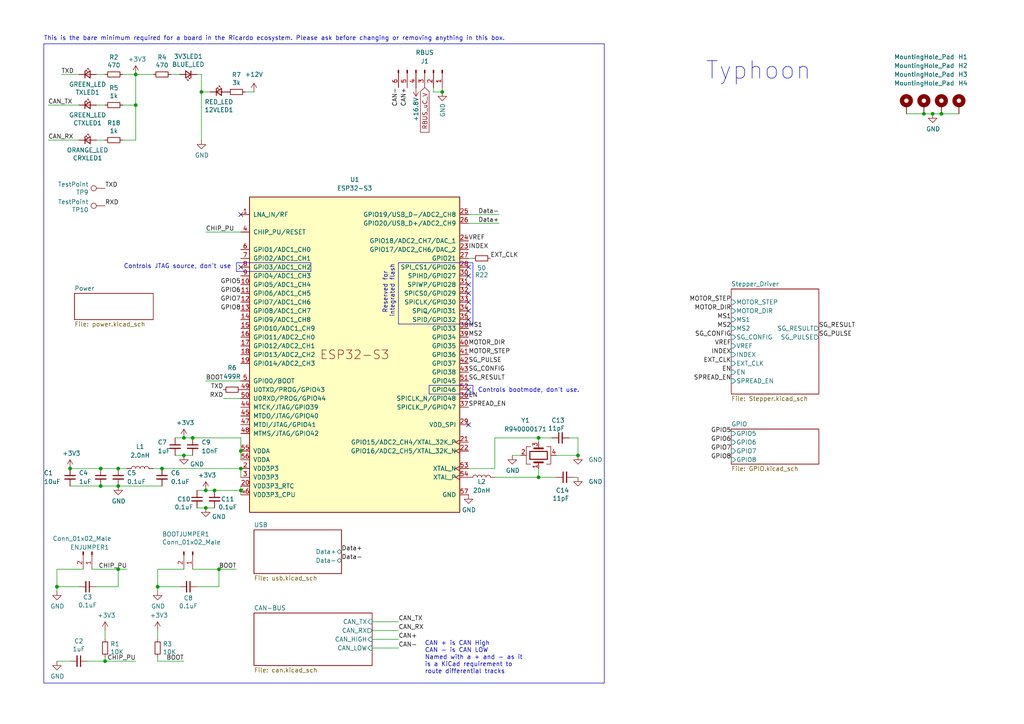
<source format=kicad_sch>
(kicad_sch
	(version 20231120)
	(generator "eeschema")
	(generator_version "8.0")
	(uuid "7db990e4-92e1-4f99-b4d2-435bbec1ba83")
	(paper "A4")
	(title_block
		(title "Typhoon Stepper Controller")
		(date "2024-11-27")
		(rev "0.1")
		(company "ICLR")
	)
	(lib_symbols
		(symbol "Connector:Conn_01x02_Male"
			(pin_names
				(offset 1.016) hide)
			(exclude_from_sim no)
			(in_bom yes)
			(on_board yes)
			(property "Reference" "J"
				(at 0 2.54 0)
				(effects
					(font
						(size 1.27 1.27)
					)
				)
			)
			(property "Value" "Conn_01x02_Male"
				(at 0 -5.08 0)
				(effects
					(font
						(size 1.27 1.27)
					)
				)
			)
			(property "Footprint" ""
				(at 0 0 0)
				(effects
					(font
						(size 1.27 1.27)
					)
					(hide yes)
				)
			)
			(property "Datasheet" "~"
				(at 0 0 0)
				(effects
					(font
						(size 1.27 1.27)
					)
					(hide yes)
				)
			)
			(property "Description" "Generic connector, single row, 01x02, script generated (kicad-library-utils/schlib/autogen/connector/)"
				(at 0 0 0)
				(effects
					(font
						(size 1.27 1.27)
					)
					(hide yes)
				)
			)
			(property "ki_keywords" "connector"
				(at 0 0 0)
				(effects
					(font
						(size 1.27 1.27)
					)
					(hide yes)
				)
			)
			(property "ki_fp_filters" "Connector*:*_1x??_*"
				(at 0 0 0)
				(effects
					(font
						(size 1.27 1.27)
					)
					(hide yes)
				)
			)
			(symbol "Conn_01x02_Male_1_1"
				(polyline
					(pts
						(xy 1.27 -2.54) (xy 0.8636 -2.54)
					)
					(stroke
						(width 0.1524)
						(type default)
					)
					(fill
						(type none)
					)
				)
				(polyline
					(pts
						(xy 1.27 0) (xy 0.8636 0)
					)
					(stroke
						(width 0.1524)
						(type default)
					)
					(fill
						(type none)
					)
				)
				(rectangle
					(start 0.8636 -2.413)
					(end 0 -2.667)
					(stroke
						(width 0.1524)
						(type default)
					)
					(fill
						(type outline)
					)
				)
				(rectangle
					(start 0.8636 0.127)
					(end 0 -0.127)
					(stroke
						(width 0.1524)
						(type default)
					)
					(fill
						(type outline)
					)
				)
				(pin passive line
					(at 5.08 0 180)
					(length 3.81)
					(name "Pin_1"
						(effects
							(font
								(size 1.27 1.27)
							)
						)
					)
					(number "1"
						(effects
							(font
								(size 1.27 1.27)
							)
						)
					)
				)
				(pin passive line
					(at 5.08 -2.54 180)
					(length 3.81)
					(name "Pin_2"
						(effects
							(font
								(size 1.27 1.27)
							)
						)
					)
					(number "2"
						(effects
							(font
								(size 1.27 1.27)
							)
						)
					)
				)
			)
		)
		(symbol "Connector:Conn_01x06_Male"
			(pin_names
				(offset 1.016) hide)
			(exclude_from_sim no)
			(in_bom yes)
			(on_board yes)
			(property "Reference" "J"
				(at 0 7.62 0)
				(effects
					(font
						(size 1.27 1.27)
					)
				)
			)
			(property "Value" "Conn_01x06_Male"
				(at 0 -10.16 0)
				(effects
					(font
						(size 1.27 1.27)
					)
				)
			)
			(property "Footprint" ""
				(at 0 0 0)
				(effects
					(font
						(size 1.27 1.27)
					)
					(hide yes)
				)
			)
			(property "Datasheet" "~"
				(at 0 0 0)
				(effects
					(font
						(size 1.27 1.27)
					)
					(hide yes)
				)
			)
			(property "Description" "Generic connector, single row, 01x06, script generated (kicad-library-utils/schlib/autogen/connector/)"
				(at 0 0 0)
				(effects
					(font
						(size 1.27 1.27)
					)
					(hide yes)
				)
			)
			(property "ki_keywords" "connector"
				(at 0 0 0)
				(effects
					(font
						(size 1.27 1.27)
					)
					(hide yes)
				)
			)
			(property "ki_fp_filters" "Connector*:*_1x??_*"
				(at 0 0 0)
				(effects
					(font
						(size 1.27 1.27)
					)
					(hide yes)
				)
			)
			(symbol "Conn_01x06_Male_1_1"
				(polyline
					(pts
						(xy 1.27 -7.62) (xy 0.8636 -7.62)
					)
					(stroke
						(width 0.1524)
						(type default)
					)
					(fill
						(type none)
					)
				)
				(polyline
					(pts
						(xy 1.27 -5.08) (xy 0.8636 -5.08)
					)
					(stroke
						(width 0.1524)
						(type default)
					)
					(fill
						(type none)
					)
				)
				(polyline
					(pts
						(xy 1.27 -2.54) (xy 0.8636 -2.54)
					)
					(stroke
						(width 0.1524)
						(type default)
					)
					(fill
						(type none)
					)
				)
				(polyline
					(pts
						(xy 1.27 0) (xy 0.8636 0)
					)
					(stroke
						(width 0.1524)
						(type default)
					)
					(fill
						(type none)
					)
				)
				(polyline
					(pts
						(xy 1.27 2.54) (xy 0.8636 2.54)
					)
					(stroke
						(width 0.1524)
						(type default)
					)
					(fill
						(type none)
					)
				)
				(polyline
					(pts
						(xy 1.27 5.08) (xy 0.8636 5.08)
					)
					(stroke
						(width 0.1524)
						(type default)
					)
					(fill
						(type none)
					)
				)
				(rectangle
					(start 0.8636 -7.493)
					(end 0 -7.747)
					(stroke
						(width 0.1524)
						(type default)
					)
					(fill
						(type outline)
					)
				)
				(rectangle
					(start 0.8636 -4.953)
					(end 0 -5.207)
					(stroke
						(width 0.1524)
						(type default)
					)
					(fill
						(type outline)
					)
				)
				(rectangle
					(start 0.8636 -2.413)
					(end 0 -2.667)
					(stroke
						(width 0.1524)
						(type default)
					)
					(fill
						(type outline)
					)
				)
				(rectangle
					(start 0.8636 0.127)
					(end 0 -0.127)
					(stroke
						(width 0.1524)
						(type default)
					)
					(fill
						(type outline)
					)
				)
				(rectangle
					(start 0.8636 2.667)
					(end 0 2.413)
					(stroke
						(width 0.1524)
						(type default)
					)
					(fill
						(type outline)
					)
				)
				(rectangle
					(start 0.8636 5.207)
					(end 0 4.953)
					(stroke
						(width 0.1524)
						(type default)
					)
					(fill
						(type outline)
					)
				)
				(pin passive line
					(at 5.08 5.08 180)
					(length 3.81)
					(name "Pin_1"
						(effects
							(font
								(size 1.27 1.27)
							)
						)
					)
					(number "1"
						(effects
							(font
								(size 1.27 1.27)
							)
						)
					)
				)
				(pin passive line
					(at 5.08 2.54 180)
					(length 3.81)
					(name "Pin_2"
						(effects
							(font
								(size 1.27 1.27)
							)
						)
					)
					(number "2"
						(effects
							(font
								(size 1.27 1.27)
							)
						)
					)
				)
				(pin passive line
					(at 5.08 0 180)
					(length 3.81)
					(name "Pin_3"
						(effects
							(font
								(size 1.27 1.27)
							)
						)
					)
					(number "3"
						(effects
							(font
								(size 1.27 1.27)
							)
						)
					)
				)
				(pin passive line
					(at 5.08 -2.54 180)
					(length 3.81)
					(name "Pin_4"
						(effects
							(font
								(size 1.27 1.27)
							)
						)
					)
					(number "4"
						(effects
							(font
								(size 1.27 1.27)
							)
						)
					)
				)
				(pin passive line
					(at 5.08 -5.08 180)
					(length 3.81)
					(name "Pin_5"
						(effects
							(font
								(size 1.27 1.27)
							)
						)
					)
					(number "5"
						(effects
							(font
								(size 1.27 1.27)
							)
						)
					)
				)
				(pin passive line
					(at 5.08 -7.62 180)
					(length 3.81)
					(name "Pin_6"
						(effects
							(font
								(size 1.27 1.27)
							)
						)
					)
					(number "6"
						(effects
							(font
								(size 1.27 1.27)
							)
						)
					)
				)
			)
		)
		(symbol "Connector:TestPoint"
			(pin_numbers hide)
			(pin_names
				(offset 0.762) hide)
			(exclude_from_sim no)
			(in_bom yes)
			(on_board yes)
			(property "Reference" "TP"
				(at 0 6.858 0)
				(effects
					(font
						(size 1.27 1.27)
					)
				)
			)
			(property "Value" "TestPoint"
				(at 0 5.08 0)
				(effects
					(font
						(size 1.27 1.27)
					)
				)
			)
			(property "Footprint" ""
				(at 5.08 0 0)
				(effects
					(font
						(size 1.27 1.27)
					)
					(hide yes)
				)
			)
			(property "Datasheet" "~"
				(at 5.08 0 0)
				(effects
					(font
						(size 1.27 1.27)
					)
					(hide yes)
				)
			)
			(property "Description" "test point"
				(at 0 0 0)
				(effects
					(font
						(size 1.27 1.27)
					)
					(hide yes)
				)
			)
			(property "ki_keywords" "test point tp"
				(at 0 0 0)
				(effects
					(font
						(size 1.27 1.27)
					)
					(hide yes)
				)
			)
			(property "ki_fp_filters" "Pin* Test*"
				(at 0 0 0)
				(effects
					(font
						(size 1.27 1.27)
					)
					(hide yes)
				)
			)
			(symbol "TestPoint_0_1"
				(circle
					(center 0 3.302)
					(radius 0.762)
					(stroke
						(width 0)
						(type default)
					)
					(fill
						(type none)
					)
				)
			)
			(symbol "TestPoint_1_1"
				(pin passive line
					(at 0 0 90)
					(length 2.54)
					(name "1"
						(effects
							(font
								(size 1.27 1.27)
							)
						)
					)
					(number "1"
						(effects
							(font
								(size 1.27 1.27)
							)
						)
					)
				)
			)
		)
		(symbol "Device:C_Small"
			(pin_numbers hide)
			(pin_names
				(offset 0.254) hide)
			(exclude_from_sim no)
			(in_bom yes)
			(on_board yes)
			(property "Reference" "C"
				(at 0.254 1.778 0)
				(effects
					(font
						(size 1.27 1.27)
					)
					(justify left)
				)
			)
			(property "Value" "C_Small"
				(at 0.254 -2.032 0)
				(effects
					(font
						(size 1.27 1.27)
					)
					(justify left)
				)
			)
			(property "Footprint" ""
				(at 0 0 0)
				(effects
					(font
						(size 1.27 1.27)
					)
					(hide yes)
				)
			)
			(property "Datasheet" "~"
				(at 0 0 0)
				(effects
					(font
						(size 1.27 1.27)
					)
					(hide yes)
				)
			)
			(property "Description" "Unpolarized capacitor, small symbol"
				(at 0 0 0)
				(effects
					(font
						(size 1.27 1.27)
					)
					(hide yes)
				)
			)
			(property "ki_keywords" "capacitor cap"
				(at 0 0 0)
				(effects
					(font
						(size 1.27 1.27)
					)
					(hide yes)
				)
			)
			(property "ki_fp_filters" "C_*"
				(at 0 0 0)
				(effects
					(font
						(size 1.27 1.27)
					)
					(hide yes)
				)
			)
			(symbol "C_Small_0_1"
				(polyline
					(pts
						(xy -1.524 -0.508) (xy 1.524 -0.508)
					)
					(stroke
						(width 0.3302)
						(type default)
					)
					(fill
						(type none)
					)
				)
				(polyline
					(pts
						(xy -1.524 0.508) (xy 1.524 0.508)
					)
					(stroke
						(width 0.3048)
						(type default)
					)
					(fill
						(type none)
					)
				)
			)
			(symbol "C_Small_1_1"
				(pin passive line
					(at 0 2.54 270)
					(length 2.032)
					(name "~"
						(effects
							(font
								(size 1.27 1.27)
							)
						)
					)
					(number "1"
						(effects
							(font
								(size 1.27 1.27)
							)
						)
					)
				)
				(pin passive line
					(at 0 -2.54 90)
					(length 2.032)
					(name "~"
						(effects
							(font
								(size 1.27 1.27)
							)
						)
					)
					(number "2"
						(effects
							(font
								(size 1.27 1.27)
							)
						)
					)
				)
			)
		)
		(symbol "Device:Crystal_GND24"
			(pin_names
				(offset 1.016) hide)
			(exclude_from_sim no)
			(in_bom yes)
			(on_board yes)
			(property "Reference" "Y"
				(at 3.175 5.08 0)
				(effects
					(font
						(size 1.27 1.27)
					)
					(justify left)
				)
			)
			(property "Value" "Crystal_GND24"
				(at 3.175 3.175 0)
				(effects
					(font
						(size 1.27 1.27)
					)
					(justify left)
				)
			)
			(property "Footprint" ""
				(at 0 0 0)
				(effects
					(font
						(size 1.27 1.27)
					)
					(hide yes)
				)
			)
			(property "Datasheet" "~"
				(at 0 0 0)
				(effects
					(font
						(size 1.27 1.27)
					)
					(hide yes)
				)
			)
			(property "Description" "Four pin crystal, GND on pins 2 and 4"
				(at 0 0 0)
				(effects
					(font
						(size 1.27 1.27)
					)
					(hide yes)
				)
			)
			(property "ki_keywords" "quartz ceramic resonator oscillator"
				(at 0 0 0)
				(effects
					(font
						(size 1.27 1.27)
					)
					(hide yes)
				)
			)
			(property "ki_fp_filters" "Crystal*"
				(at 0 0 0)
				(effects
					(font
						(size 1.27 1.27)
					)
					(hide yes)
				)
			)
			(symbol "Crystal_GND24_0_1"
				(rectangle
					(start -1.143 2.54)
					(end 1.143 -2.54)
					(stroke
						(width 0.3048)
						(type default)
					)
					(fill
						(type none)
					)
				)
				(polyline
					(pts
						(xy -2.54 0) (xy -2.032 0)
					)
					(stroke
						(width 0)
						(type default)
					)
					(fill
						(type none)
					)
				)
				(polyline
					(pts
						(xy -2.032 -1.27) (xy -2.032 1.27)
					)
					(stroke
						(width 0.508)
						(type default)
					)
					(fill
						(type none)
					)
				)
				(polyline
					(pts
						(xy 0 -3.81) (xy 0 -3.556)
					)
					(stroke
						(width 0)
						(type default)
					)
					(fill
						(type none)
					)
				)
				(polyline
					(pts
						(xy 0 3.556) (xy 0 3.81)
					)
					(stroke
						(width 0)
						(type default)
					)
					(fill
						(type none)
					)
				)
				(polyline
					(pts
						(xy 2.032 -1.27) (xy 2.032 1.27)
					)
					(stroke
						(width 0.508)
						(type default)
					)
					(fill
						(type none)
					)
				)
				(polyline
					(pts
						(xy 2.032 0) (xy 2.54 0)
					)
					(stroke
						(width 0)
						(type default)
					)
					(fill
						(type none)
					)
				)
				(polyline
					(pts
						(xy -2.54 -2.286) (xy -2.54 -3.556) (xy 2.54 -3.556) (xy 2.54 -2.286)
					)
					(stroke
						(width 0)
						(type default)
					)
					(fill
						(type none)
					)
				)
				(polyline
					(pts
						(xy -2.54 2.286) (xy -2.54 3.556) (xy 2.54 3.556) (xy 2.54 2.286)
					)
					(stroke
						(width 0)
						(type default)
					)
					(fill
						(type none)
					)
				)
			)
			(symbol "Crystal_GND24_1_1"
				(pin passive line
					(at -3.81 0 0)
					(length 1.27)
					(name "1"
						(effects
							(font
								(size 1.27 1.27)
							)
						)
					)
					(number "1"
						(effects
							(font
								(size 1.27 1.27)
							)
						)
					)
				)
				(pin passive line
					(at 0 5.08 270)
					(length 1.27)
					(name "2"
						(effects
							(font
								(size 1.27 1.27)
							)
						)
					)
					(number "2"
						(effects
							(font
								(size 1.27 1.27)
							)
						)
					)
				)
				(pin passive line
					(at 3.81 0 180)
					(length 1.27)
					(name "3"
						(effects
							(font
								(size 1.27 1.27)
							)
						)
					)
					(number "3"
						(effects
							(font
								(size 1.27 1.27)
							)
						)
					)
				)
				(pin passive line
					(at 0 -5.08 90)
					(length 1.27)
					(name "4"
						(effects
							(font
								(size 1.27 1.27)
							)
						)
					)
					(number "4"
						(effects
							(font
								(size 1.27 1.27)
							)
						)
					)
				)
			)
		)
		(symbol "Device:L"
			(pin_numbers hide)
			(pin_names
				(offset 1.016) hide)
			(exclude_from_sim no)
			(in_bom yes)
			(on_board yes)
			(property "Reference" "L"
				(at -1.27 0 90)
				(effects
					(font
						(size 1.27 1.27)
					)
				)
			)
			(property "Value" "L"
				(at 1.905 0 90)
				(effects
					(font
						(size 1.27 1.27)
					)
				)
			)
			(property "Footprint" ""
				(at 0 0 0)
				(effects
					(font
						(size 1.27 1.27)
					)
					(hide yes)
				)
			)
			(property "Datasheet" "~"
				(at 0 0 0)
				(effects
					(font
						(size 1.27 1.27)
					)
					(hide yes)
				)
			)
			(property "Description" "Inductor"
				(at 0 0 0)
				(effects
					(font
						(size 1.27 1.27)
					)
					(hide yes)
				)
			)
			(property "ki_keywords" "inductor choke coil reactor magnetic"
				(at 0 0 0)
				(effects
					(font
						(size 1.27 1.27)
					)
					(hide yes)
				)
			)
			(property "ki_fp_filters" "Choke_* *Coil* Inductor_* L_*"
				(at 0 0 0)
				(effects
					(font
						(size 1.27 1.27)
					)
					(hide yes)
				)
			)
			(symbol "L_0_1"
				(arc
					(start 0 -2.54)
					(mid 0.6323 -1.905)
					(end 0 -1.27)
					(stroke
						(width 0)
						(type default)
					)
					(fill
						(type none)
					)
				)
				(arc
					(start 0 -1.27)
					(mid 0.6323 -0.635)
					(end 0 0)
					(stroke
						(width 0)
						(type default)
					)
					(fill
						(type none)
					)
				)
				(arc
					(start 0 0)
					(mid 0.6323 0.635)
					(end 0 1.27)
					(stroke
						(width 0)
						(type default)
					)
					(fill
						(type none)
					)
				)
				(arc
					(start 0 1.27)
					(mid 0.6323 1.905)
					(end 0 2.54)
					(stroke
						(width 0)
						(type default)
					)
					(fill
						(type none)
					)
				)
			)
			(symbol "L_1_1"
				(pin passive line
					(at 0 3.81 270)
					(length 1.27)
					(name "1"
						(effects
							(font
								(size 1.27 1.27)
							)
						)
					)
					(number "1"
						(effects
							(font
								(size 1.27 1.27)
							)
						)
					)
				)
				(pin passive line
					(at 0 -3.81 90)
					(length 1.27)
					(name "2"
						(effects
							(font
								(size 1.27 1.27)
							)
						)
					)
					(number "2"
						(effects
							(font
								(size 1.27 1.27)
							)
						)
					)
				)
			)
		)
		(symbol "Device:LED_Small"
			(pin_numbers hide)
			(pin_names
				(offset 0.254) hide)
			(exclude_from_sim no)
			(in_bom yes)
			(on_board yes)
			(property "Reference" "D"
				(at -1.27 3.175 0)
				(effects
					(font
						(size 1.27 1.27)
					)
					(justify left)
				)
			)
			(property "Value" "LED_Small"
				(at -4.445 -2.54 0)
				(effects
					(font
						(size 1.27 1.27)
					)
					(justify left)
				)
			)
			(property "Footprint" ""
				(at 0 0 90)
				(effects
					(font
						(size 1.27 1.27)
					)
					(hide yes)
				)
			)
			(property "Datasheet" "~"
				(at 0 0 90)
				(effects
					(font
						(size 1.27 1.27)
					)
					(hide yes)
				)
			)
			(property "Description" "Light emitting diode, small symbol"
				(at 0 0 0)
				(effects
					(font
						(size 1.27 1.27)
					)
					(hide yes)
				)
			)
			(property "ki_keywords" "LED diode light-emitting-diode"
				(at 0 0 0)
				(effects
					(font
						(size 1.27 1.27)
					)
					(hide yes)
				)
			)
			(property "ki_fp_filters" "LED* LED_SMD:* LED_THT:*"
				(at 0 0 0)
				(effects
					(font
						(size 1.27 1.27)
					)
					(hide yes)
				)
			)
			(symbol "LED_Small_0_1"
				(polyline
					(pts
						(xy -0.762 -1.016) (xy -0.762 1.016)
					)
					(stroke
						(width 0.254)
						(type default)
					)
					(fill
						(type none)
					)
				)
				(polyline
					(pts
						(xy 1.016 0) (xy -0.762 0)
					)
					(stroke
						(width 0)
						(type default)
					)
					(fill
						(type none)
					)
				)
				(polyline
					(pts
						(xy 0.762 -1.016) (xy -0.762 0) (xy 0.762 1.016) (xy 0.762 -1.016)
					)
					(stroke
						(width 0.254)
						(type default)
					)
					(fill
						(type none)
					)
				)
				(polyline
					(pts
						(xy 0 0.762) (xy -0.508 1.27) (xy -0.254 1.27) (xy -0.508 1.27) (xy -0.508 1.016)
					)
					(stroke
						(width 0)
						(type default)
					)
					(fill
						(type none)
					)
				)
				(polyline
					(pts
						(xy 0.508 1.27) (xy 0 1.778) (xy 0.254 1.778) (xy 0 1.778) (xy 0 1.524)
					)
					(stroke
						(width 0)
						(type default)
					)
					(fill
						(type none)
					)
				)
			)
			(symbol "LED_Small_1_1"
				(pin passive line
					(at -2.54 0 0)
					(length 1.778)
					(name "K"
						(effects
							(font
								(size 1.27 1.27)
							)
						)
					)
					(number "1"
						(effects
							(font
								(size 1.27 1.27)
							)
						)
					)
				)
				(pin passive line
					(at 2.54 0 180)
					(length 1.778)
					(name "A"
						(effects
							(font
								(size 1.27 1.27)
							)
						)
					)
					(number "2"
						(effects
							(font
								(size 1.27 1.27)
							)
						)
					)
				)
			)
		)
		(symbol "Device:R_Small"
			(pin_numbers hide)
			(pin_names
				(offset 0.254) hide)
			(exclude_from_sim no)
			(in_bom yes)
			(on_board yes)
			(property "Reference" "R"
				(at 0.762 0.508 0)
				(effects
					(font
						(size 1.27 1.27)
					)
					(justify left)
				)
			)
			(property "Value" "R_Small"
				(at 0.762 -1.016 0)
				(effects
					(font
						(size 1.27 1.27)
					)
					(justify left)
				)
			)
			(property "Footprint" ""
				(at 0 0 0)
				(effects
					(font
						(size 1.27 1.27)
					)
					(hide yes)
				)
			)
			(property "Datasheet" "~"
				(at 0 0 0)
				(effects
					(font
						(size 1.27 1.27)
					)
					(hide yes)
				)
			)
			(property "Description" "Resistor, small symbol"
				(at 0 0 0)
				(effects
					(font
						(size 1.27 1.27)
					)
					(hide yes)
				)
			)
			(property "ki_keywords" "R resistor"
				(at 0 0 0)
				(effects
					(font
						(size 1.27 1.27)
					)
					(hide yes)
				)
			)
			(property "ki_fp_filters" "R_*"
				(at 0 0 0)
				(effects
					(font
						(size 1.27 1.27)
					)
					(hide yes)
				)
			)
			(symbol "R_Small_0_1"
				(rectangle
					(start -0.762 1.778)
					(end 0.762 -1.778)
					(stroke
						(width 0.2032)
						(type default)
					)
					(fill
						(type none)
					)
				)
			)
			(symbol "R_Small_1_1"
				(pin passive line
					(at 0 2.54 270)
					(length 0.762)
					(name "~"
						(effects
							(font
								(size 1.27 1.27)
							)
						)
					)
					(number "1"
						(effects
							(font
								(size 1.27 1.27)
							)
						)
					)
				)
				(pin passive line
					(at 0 -2.54 90)
					(length 0.762)
					(name "~"
						(effects
							(font
								(size 1.27 1.27)
							)
						)
					)
					(number "2"
						(effects
							(font
								(size 1.27 1.27)
							)
						)
					)
				)
			)
		)
		(symbol "Espressif:ESP32-S3"
			(pin_names
				(offset 1.016)
			)
			(exclude_from_sim no)
			(in_bom yes)
			(on_board yes)
			(property "Reference" "U"
				(at 0 48.26 0)
				(effects
					(font
						(size 1.27 1.27)
					)
				)
			)
			(property "Value" "ESP32-S3"
				(at 0 -48.26 0)
				(effects
					(font
						(size 1.27 1.27)
					)
				)
			)
			(property "Footprint" "Package_DFN_QFN:QFN-56-1EP_7x7mm_P0.4mm_EP5.6x5.6mm"
				(at 0 -50.8 0)
				(effects
					(font
						(size 1.27 1.27)
					)
					(hide yes)
				)
			)
			(property "Datasheet" "https://www.espressif.com/sites/default/files/documentation/esp32-s3_datasheet_en.pdf"
				(at 0 -53.34 0)
				(effects
					(font
						(size 1.27 1.27)
					)
					(hide yes)
				)
			)
			(property "Description" "ESP32-S3 is a low-power MCU-based system-on-chip (SoC) that supports 2.4 GHz Wi-Fi and Bluetooth® Low Energy (Bluetooth LE). It consists of high-performance dual-core microprocessor (Xtensa® 32-bit LX7), a low power coprocessor, a Wi-Fi baseband, a Bluetooth LE baseband, RF module, and peripherals."
				(at 0 0 0)
				(effects
					(font
						(size 1.27 1.27)
					)
					(hide yes)
				)
			)
			(symbol "ESP32-S3_0_0"
				(text "ESP32-S3"
					(at 0 0 0)
					(effects
						(font
							(size 2.54 2.54)
						)
					)
				)
				(pin bidirectional line
					(at 33.02 -12.7 180)
					(length 2.54)
					(name "SPICLK_N/GPIO48"
						(effects
							(font
								(size 1.27 1.27)
							)
						)
					)
					(number "36"
						(effects
							(font
								(size 1.27 1.27)
							)
						)
					)
				)
				(pin bidirectional line
					(at 33.02 -15.24 180)
					(length 2.54)
					(name "SPICLK_P/GPIO47"
						(effects
							(font
								(size 1.27 1.27)
							)
						)
					)
					(number "37"
						(effects
							(font
								(size 1.27 1.27)
							)
						)
					)
				)
			)
			(symbol "ESP32-S3_0_1"
				(rectangle
					(start -30.48 45.72)
					(end 30.48 -45.72)
					(stroke
						(width 0.254)
						(type default)
					)
					(fill
						(type background)
					)
				)
			)
			(symbol "ESP32-S3_1_1"
				(pin bidirectional line
					(at -33.02 40.64 0)
					(length 2.54)
					(name "LNA_IN/RF"
						(effects
							(font
								(size 1.27 1.27)
							)
						)
					)
					(number "1"
						(effects
							(font
								(size 1.27 1.27)
							)
						)
					)
				)
				(pin bidirectional line
					(at -33.02 20.32 0)
					(length 2.54)
					(name "GPIO5/ADC1_CH4"
						(effects
							(font
								(size 1.27 1.27)
							)
						)
					)
					(number "10"
						(effects
							(font
								(size 1.27 1.27)
							)
						)
					)
				)
				(pin bidirectional line
					(at -33.02 17.78 0)
					(length 2.54)
					(name "GPIO6/ADC1_CH5"
						(effects
							(font
								(size 1.27 1.27)
							)
						)
					)
					(number "11"
						(effects
							(font
								(size 1.27 1.27)
							)
						)
					)
				)
				(pin bidirectional line
					(at -33.02 15.24 0)
					(length 2.54)
					(name "GPIO7/ADC1_CH6"
						(effects
							(font
								(size 1.27 1.27)
							)
						)
					)
					(number "12"
						(effects
							(font
								(size 1.27 1.27)
							)
						)
					)
				)
				(pin bidirectional line
					(at -33.02 12.7 0)
					(length 2.54)
					(name "GPIO8/ADC1_CH7"
						(effects
							(font
								(size 1.27 1.27)
							)
						)
					)
					(number "13"
						(effects
							(font
								(size 1.27 1.27)
							)
						)
					)
				)
				(pin bidirectional line
					(at -33.02 10.16 0)
					(length 2.54)
					(name "GPIO9/ADC1_CH8"
						(effects
							(font
								(size 1.27 1.27)
							)
						)
					)
					(number "14"
						(effects
							(font
								(size 1.27 1.27)
							)
						)
					)
				)
				(pin bidirectional line
					(at -33.02 7.62 0)
					(length 2.54)
					(name "GPIO10/ADC1_CH9"
						(effects
							(font
								(size 1.27 1.27)
							)
						)
					)
					(number "15"
						(effects
							(font
								(size 1.27 1.27)
							)
						)
					)
				)
				(pin bidirectional line
					(at -33.02 5.08 0)
					(length 2.54)
					(name "GPIO11/ADC2_CH0"
						(effects
							(font
								(size 1.27 1.27)
							)
						)
					)
					(number "16"
						(effects
							(font
								(size 1.27 1.27)
							)
						)
					)
				)
				(pin bidirectional line
					(at -33.02 2.54 0)
					(length 2.54)
					(name "GPIO12/ADC2_CH1"
						(effects
							(font
								(size 1.27 1.27)
							)
						)
					)
					(number "17"
						(effects
							(font
								(size 1.27 1.27)
							)
						)
					)
				)
				(pin bidirectional line
					(at -33.02 0 0)
					(length 2.54)
					(name "GPIO13/ADC2_CH2"
						(effects
							(font
								(size 1.27 1.27)
							)
						)
					)
					(number "18"
						(effects
							(font
								(size 1.27 1.27)
							)
						)
					)
				)
				(pin bidirectional line
					(at -33.02 -2.54 0)
					(length 2.54)
					(name "GPIO14/ADC2_CH3"
						(effects
							(font
								(size 1.27 1.27)
							)
						)
					)
					(number "19"
						(effects
							(font
								(size 1.27 1.27)
							)
						)
					)
				)
				(pin power_in line
					(at -33.02 -33.02 0)
					(length 2.54)
					(name "VDD3P3"
						(effects
							(font
								(size 1.27 1.27)
							)
						)
					)
					(number "2"
						(effects
							(font
								(size 1.27 1.27)
							)
						)
					)
				)
				(pin power_in line
					(at -33.02 -38.1 0)
					(length 2.54)
					(name "VDD3P3_RTC"
						(effects
							(font
								(size 1.27 1.27)
							)
						)
					)
					(number "20"
						(effects
							(font
								(size 1.27 1.27)
							)
						)
					)
				)
				(pin input clock
					(at 33.02 -25.4 180)
					(length 2.54)
					(name "GPIO15/ADC2_CH4/XTAL_32K_P"
						(effects
							(font
								(size 1.27 1.27)
							)
						)
					)
					(number "21"
						(effects
							(font
								(size 1.27 1.27)
							)
						)
					)
				)
				(pin output clock
					(at 33.02 -27.94 180)
					(length 2.54)
					(name "GPIO16/ADC2_CH5/XTAL_32K_N"
						(effects
							(font
								(size 1.27 1.27)
							)
						)
					)
					(number "22"
						(effects
							(font
								(size 1.27 1.27)
							)
						)
					)
				)
				(pin bidirectional line
					(at 33.02 30.48 180)
					(length 2.54)
					(name "GPIO17/ADC2_CH6/DAC_2"
						(effects
							(font
								(size 1.27 1.27)
							)
						)
					)
					(number "23"
						(effects
							(font
								(size 1.27 1.27)
							)
						)
					)
				)
				(pin bidirectional line
					(at 33.02 33.02 180)
					(length 2.54)
					(name "GPIO18/ADC2_CH7/DAC_1"
						(effects
							(font
								(size 1.27 1.27)
							)
						)
					)
					(number "24"
						(effects
							(font
								(size 1.27 1.27)
							)
						)
					)
				)
				(pin bidirectional line
					(at 33.02 40.64 180)
					(length 2.54)
					(name "GPIO19/USB_D-/ADC2_CH8"
						(effects
							(font
								(size 1.27 1.27)
							)
						)
					)
					(number "25"
						(effects
							(font
								(size 1.27 1.27)
							)
						)
					)
				)
				(pin bidirectional line
					(at 33.02 38.1 180)
					(length 2.54)
					(name "GPIO20/USB_D+/ADC2_CH9"
						(effects
							(font
								(size 1.27 1.27)
							)
						)
					)
					(number "26"
						(effects
							(font
								(size 1.27 1.27)
							)
						)
					)
				)
				(pin bidirectional line
					(at 33.02 27.94 180)
					(length 2.54)
					(name "GPIO21"
						(effects
							(font
								(size 1.27 1.27)
							)
						)
					)
					(number "27"
						(effects
							(font
								(size 1.27 1.27)
							)
						)
					)
				)
				(pin bidirectional line
					(at 33.02 25.4 180)
					(length 2.54)
					(name "SPI_CS1/GPIO26"
						(effects
							(font
								(size 1.27 1.27)
							)
						)
					)
					(number "28"
						(effects
							(font
								(size 1.27 1.27)
							)
						)
					)
				)
				(pin power_out line
					(at 33.02 -20.32 180)
					(length 2.54)
					(name "VDD_SPI"
						(effects
							(font
								(size 1.27 1.27)
							)
						)
					)
					(number "29"
						(effects
							(font
								(size 1.27 1.27)
							)
						)
					)
				)
				(pin power_in line
					(at -33.02 -35.56 0)
					(length 2.54)
					(name "VDD3P3"
						(effects
							(font
								(size 1.27 1.27)
							)
						)
					)
					(number "3"
						(effects
							(font
								(size 1.27 1.27)
							)
						)
					)
				)
				(pin bidirectional line
					(at 33.02 22.86 180)
					(length 2.54)
					(name "SPIHD/GPIO27"
						(effects
							(font
								(size 1.27 1.27)
							)
						)
					)
					(number "30"
						(effects
							(font
								(size 1.27 1.27)
							)
						)
					)
				)
				(pin bidirectional line
					(at 33.02 20.32 180)
					(length 2.54)
					(name "SPIWP/GPIO28"
						(effects
							(font
								(size 1.27 1.27)
							)
						)
					)
					(number "31"
						(effects
							(font
								(size 1.27 1.27)
							)
						)
					)
				)
				(pin bidirectional line
					(at 33.02 17.78 180)
					(length 2.54)
					(name "SPICS0/GPIO29"
						(effects
							(font
								(size 1.27 1.27)
							)
						)
					)
					(number "32"
						(effects
							(font
								(size 1.27 1.27)
							)
						)
					)
				)
				(pin bidirectional line
					(at 33.02 15.24 180)
					(length 2.54)
					(name "SPICLK/GPIO30"
						(effects
							(font
								(size 1.27 1.27)
							)
						)
					)
					(number "33"
						(effects
							(font
								(size 1.27 1.27)
							)
						)
					)
				)
				(pin bidirectional line
					(at 33.02 12.7 180)
					(length 2.54)
					(name "SPIQ/GPIO31"
						(effects
							(font
								(size 1.27 1.27)
							)
						)
					)
					(number "34"
						(effects
							(font
								(size 1.27 1.27)
							)
						)
					)
				)
				(pin bidirectional line
					(at 33.02 10.16 180)
					(length 2.54)
					(name "SPID/GPIO32"
						(effects
							(font
								(size 1.27 1.27)
							)
						)
					)
					(number "35"
						(effects
							(font
								(size 1.27 1.27)
							)
						)
					)
				)
				(pin bidirectional line
					(at 33.02 7.62 180)
					(length 2.54)
					(name "GPIO33"
						(effects
							(font
								(size 1.27 1.27)
							)
						)
					)
					(number "38"
						(effects
							(font
								(size 1.27 1.27)
							)
						)
					)
				)
				(pin bidirectional line
					(at 33.02 5.08 180)
					(length 2.54)
					(name "GPIO34"
						(effects
							(font
								(size 1.27 1.27)
							)
						)
					)
					(number "39"
						(effects
							(font
								(size 1.27 1.27)
							)
						)
					)
				)
				(pin input line
					(at -33.02 35.56 0)
					(length 2.54)
					(name "CHIP_PU/RESET"
						(effects
							(font
								(size 1.27 1.27)
							)
						)
					)
					(number "4"
						(effects
							(font
								(size 1.27 1.27)
							)
						)
					)
				)
				(pin bidirectional line
					(at 33.02 2.54 180)
					(length 2.54)
					(name "GPIO35"
						(effects
							(font
								(size 1.27 1.27)
							)
						)
					)
					(number "40"
						(effects
							(font
								(size 1.27 1.27)
							)
						)
					)
				)
				(pin bidirectional line
					(at 33.02 0 180)
					(length 2.54)
					(name "GPIO36"
						(effects
							(font
								(size 1.27 1.27)
							)
						)
					)
					(number "41"
						(effects
							(font
								(size 1.27 1.27)
							)
						)
					)
				)
				(pin bidirectional line
					(at 33.02 -2.54 180)
					(length 2.54)
					(name "GPIO37"
						(effects
							(font
								(size 1.27 1.27)
							)
						)
					)
					(number "42"
						(effects
							(font
								(size 1.27 1.27)
							)
						)
					)
				)
				(pin bidirectional line
					(at 33.02 -5.08 180)
					(length 2.54)
					(name "GPIO38"
						(effects
							(font
								(size 1.27 1.27)
							)
						)
					)
					(number "43"
						(effects
							(font
								(size 1.27 1.27)
							)
						)
					)
				)
				(pin bidirectional line
					(at -33.02 -15.24 0)
					(length 2.54)
					(name "MTCK/JTAG/GPIO39"
						(effects
							(font
								(size 1.27 1.27)
							)
						)
					)
					(number "44"
						(effects
							(font
								(size 1.27 1.27)
							)
						)
					)
				)
				(pin bidirectional line
					(at -33.02 -17.78 0)
					(length 2.54)
					(name "MTDO/JTAG/GPIO40"
						(effects
							(font
								(size 1.27 1.27)
							)
						)
					)
					(number "45"
						(effects
							(font
								(size 1.27 1.27)
							)
						)
					)
				)
				(pin power_in line
					(at -33.02 -40.64 0)
					(length 2.54)
					(name "VDD3P3_CPU"
						(effects
							(font
								(size 1.27 1.27)
							)
						)
					)
					(number "46"
						(effects
							(font
								(size 1.27 1.27)
							)
						)
					)
				)
				(pin bidirectional line
					(at -33.02 -20.32 0)
					(length 2.54)
					(name "MTDI/JTAG/GPIO41"
						(effects
							(font
								(size 1.27 1.27)
							)
						)
					)
					(number "47"
						(effects
							(font
								(size 1.27 1.27)
							)
						)
					)
				)
				(pin bidirectional line
					(at -33.02 -22.86 0)
					(length 2.54)
					(name "MTMS/JTAG/GPIO42"
						(effects
							(font
								(size 1.27 1.27)
							)
						)
					)
					(number "48"
						(effects
							(font
								(size 1.27 1.27)
							)
						)
					)
				)
				(pin bidirectional line
					(at -33.02 -10.16 0)
					(length 2.54)
					(name "U0TXD/PROG/GPIO43"
						(effects
							(font
								(size 1.27 1.27)
							)
						)
					)
					(number "49"
						(effects
							(font
								(size 1.27 1.27)
							)
						)
					)
				)
				(pin bidirectional line
					(at -33.02 -7.62 0)
					(length 2.54)
					(name "GPIO0/BOOT"
						(effects
							(font
								(size 1.27 1.27)
							)
						)
					)
					(number "5"
						(effects
							(font
								(size 1.27 1.27)
							)
						)
					)
				)
				(pin bidirectional line
					(at -33.02 -12.7 0)
					(length 2.54)
					(name "U0RXD/PROG/GPIO44"
						(effects
							(font
								(size 1.27 1.27)
							)
						)
					)
					(number "50"
						(effects
							(font
								(size 1.27 1.27)
							)
						)
					)
				)
				(pin bidirectional line
					(at 33.02 -7.62 180)
					(length 2.54)
					(name "GPIO45"
						(effects
							(font
								(size 1.27 1.27)
							)
						)
					)
					(number "51"
						(effects
							(font
								(size 1.27 1.27)
							)
						)
					)
				)
				(pin bidirectional line
					(at 33.02 -10.16 180)
					(length 2.54)
					(name "GPIO46"
						(effects
							(font
								(size 1.27 1.27)
							)
						)
					)
					(number "52"
						(effects
							(font
								(size 1.27 1.27)
							)
						)
					)
				)
				(pin input clock
					(at 33.02 -33.02 180)
					(length 2.54)
					(name "XTAL_N"
						(effects
							(font
								(size 1.27 1.27)
							)
						)
					)
					(number "53"
						(effects
							(font
								(size 1.27 1.27)
							)
						)
					)
				)
				(pin output clock
					(at 33.02 -35.56 180)
					(length 2.54)
					(name "XTAL_P"
						(effects
							(font
								(size 1.27 1.27)
							)
						)
					)
					(number "54"
						(effects
							(font
								(size 1.27 1.27)
							)
						)
					)
				)
				(pin power_in line
					(at -33.02 -27.94 0)
					(length 2.54)
					(name "VDDA"
						(effects
							(font
								(size 1.27 1.27)
							)
						)
					)
					(number "55"
						(effects
							(font
								(size 1.27 1.27)
							)
						)
					)
				)
				(pin power_in line
					(at -33.02 -30.48 0)
					(length 2.54)
					(name "VDDA"
						(effects
							(font
								(size 1.27 1.27)
							)
						)
					)
					(number "56"
						(effects
							(font
								(size 1.27 1.27)
							)
						)
					)
				)
				(pin power_in line
					(at 33.02 -40.64 180)
					(length 2.54)
					(name "GND"
						(effects
							(font
								(size 1.27 1.27)
							)
						)
					)
					(number "57"
						(effects
							(font
								(size 1.27 1.27)
							)
						)
					)
				)
				(pin bidirectional line
					(at -33.02 30.48 0)
					(length 2.54)
					(name "GPIO1/ADC1_CH0"
						(effects
							(font
								(size 1.27 1.27)
							)
						)
					)
					(number "6"
						(effects
							(font
								(size 1.27 1.27)
							)
						)
					)
				)
				(pin bidirectional line
					(at -33.02 27.94 0)
					(length 2.54)
					(name "GPIO2/ADC1_CH1"
						(effects
							(font
								(size 1.27 1.27)
							)
						)
					)
					(number "7"
						(effects
							(font
								(size 1.27 1.27)
							)
						)
					)
				)
				(pin bidirectional line
					(at -33.02 25.4 0)
					(length 2.54)
					(name "GPIO3/ADC1_CH2"
						(effects
							(font
								(size 1.27 1.27)
							)
						)
					)
					(number "8"
						(effects
							(font
								(size 1.27 1.27)
							)
						)
					)
				)
				(pin bidirectional line
					(at -33.02 22.86 0)
					(length 2.54)
					(name "GPIO4/ADC1_CH3"
						(effects
							(font
								(size 1.27 1.27)
							)
						)
					)
					(number "9"
						(effects
							(font
								(size 1.27 1.27)
							)
						)
					)
				)
			)
		)
		(symbol "Mechanical:MountingHole_Pad"
			(pin_numbers hide)
			(pin_names
				(offset 1.016) hide)
			(exclude_from_sim no)
			(in_bom yes)
			(on_board yes)
			(property "Reference" "H"
				(at 0 6.35 0)
				(effects
					(font
						(size 1.27 1.27)
					)
				)
			)
			(property "Value" "MountingHole_Pad"
				(at 0 4.445 0)
				(effects
					(font
						(size 1.27 1.27)
					)
				)
			)
			(property "Footprint" ""
				(at 0 0 0)
				(effects
					(font
						(size 1.27 1.27)
					)
					(hide yes)
				)
			)
			(property "Datasheet" "~"
				(at 0 0 0)
				(effects
					(font
						(size 1.27 1.27)
					)
					(hide yes)
				)
			)
			(property "Description" "Mounting Hole with connection"
				(at 0 0 0)
				(effects
					(font
						(size 1.27 1.27)
					)
					(hide yes)
				)
			)
			(property "ki_keywords" "mounting hole"
				(at 0 0 0)
				(effects
					(font
						(size 1.27 1.27)
					)
					(hide yes)
				)
			)
			(property "ki_fp_filters" "MountingHole*Pad*"
				(at 0 0 0)
				(effects
					(font
						(size 1.27 1.27)
					)
					(hide yes)
				)
			)
			(symbol "MountingHole_Pad_0_1"
				(circle
					(center 0 1.27)
					(radius 1.27)
					(stroke
						(width 1.27)
						(type default)
					)
					(fill
						(type none)
					)
				)
			)
			(symbol "MountingHole_Pad_1_1"
				(pin input line
					(at 0 -2.54 90)
					(length 2.54)
					(name "1"
						(effects
							(font
								(size 1.27 1.27)
							)
						)
					)
					(number "1"
						(effects
							(font
								(size 1.27 1.27)
							)
						)
					)
				)
			)
		)
		(symbol "power:+12V"
			(power)
			(pin_names
				(offset 0)
			)
			(exclude_from_sim no)
			(in_bom yes)
			(on_board yes)
			(property "Reference" "#PWR"
				(at 0 -3.81 0)
				(effects
					(font
						(size 1.27 1.27)
					)
					(hide yes)
				)
			)
			(property "Value" "+12V"
				(at 0 3.556 0)
				(effects
					(font
						(size 1.27 1.27)
					)
				)
			)
			(property "Footprint" ""
				(at 0 0 0)
				(effects
					(font
						(size 1.27 1.27)
					)
					(hide yes)
				)
			)
			(property "Datasheet" ""
				(at 0 0 0)
				(effects
					(font
						(size 1.27 1.27)
					)
					(hide yes)
				)
			)
			(property "Description" "Power symbol creates a global label with name \"+12V\""
				(at 0 0 0)
				(effects
					(font
						(size 1.27 1.27)
					)
					(hide yes)
				)
			)
			(property "ki_keywords" "power-flag"
				(at 0 0 0)
				(effects
					(font
						(size 1.27 1.27)
					)
					(hide yes)
				)
			)
			(symbol "+12V_0_1"
				(polyline
					(pts
						(xy -0.762 1.27) (xy 0 2.54)
					)
					(stroke
						(width 0)
						(type default)
					)
					(fill
						(type none)
					)
				)
				(polyline
					(pts
						(xy 0 0) (xy 0 2.54)
					)
					(stroke
						(width 0)
						(type default)
					)
					(fill
						(type none)
					)
				)
				(polyline
					(pts
						(xy 0 2.54) (xy 0.762 1.27)
					)
					(stroke
						(width 0)
						(type default)
					)
					(fill
						(type none)
					)
				)
			)
			(symbol "+12V_1_1"
				(pin power_in line
					(at 0 0 90)
					(length 0) hide
					(name "+12V"
						(effects
							(font
								(size 1.27 1.27)
							)
						)
					)
					(number "1"
						(effects
							(font
								(size 1.27 1.27)
							)
						)
					)
				)
			)
		)
		(symbol "power:+3.3V"
			(power)
			(pin_names
				(offset 0)
			)
			(exclude_from_sim no)
			(in_bom yes)
			(on_board yes)
			(property "Reference" "#PWR"
				(at 0 -3.81 0)
				(effects
					(font
						(size 1.27 1.27)
					)
					(hide yes)
				)
			)
			(property "Value" "+3.3V"
				(at 0 3.556 0)
				(effects
					(font
						(size 1.27 1.27)
					)
				)
			)
			(property "Footprint" ""
				(at 0 0 0)
				(effects
					(font
						(size 1.27 1.27)
					)
					(hide yes)
				)
			)
			(property "Datasheet" ""
				(at 0 0 0)
				(effects
					(font
						(size 1.27 1.27)
					)
					(hide yes)
				)
			)
			(property "Description" "Power symbol creates a global label with name \"+3.3V\""
				(at 0 0 0)
				(effects
					(font
						(size 1.27 1.27)
					)
					(hide yes)
				)
			)
			(property "ki_keywords" "power-flag"
				(at 0 0 0)
				(effects
					(font
						(size 1.27 1.27)
					)
					(hide yes)
				)
			)
			(symbol "+3.3V_0_1"
				(polyline
					(pts
						(xy -0.762 1.27) (xy 0 2.54)
					)
					(stroke
						(width 0)
						(type default)
					)
					(fill
						(type none)
					)
				)
				(polyline
					(pts
						(xy 0 0) (xy 0 2.54)
					)
					(stroke
						(width 0)
						(type default)
					)
					(fill
						(type none)
					)
				)
				(polyline
					(pts
						(xy 0 2.54) (xy 0.762 1.27)
					)
					(stroke
						(width 0)
						(type default)
					)
					(fill
						(type none)
					)
				)
			)
			(symbol "+3.3V_1_1"
				(pin power_in line
					(at 0 0 90)
					(length 0) hide
					(name "+3V3"
						(effects
							(font
								(size 1.27 1.27)
							)
						)
					)
					(number "1"
						(effects
							(font
								(size 1.27 1.27)
							)
						)
					)
				)
			)
		)
		(symbol "power:GND"
			(power)
			(pin_names
				(offset 0)
			)
			(exclude_from_sim no)
			(in_bom yes)
			(on_board yes)
			(property "Reference" "#PWR"
				(at 0 -6.35 0)
				(effects
					(font
						(size 1.27 1.27)
					)
					(hide yes)
				)
			)
			(property "Value" "GND"
				(at 0 -3.81 0)
				(effects
					(font
						(size 1.27 1.27)
					)
				)
			)
			(property "Footprint" ""
				(at 0 0 0)
				(effects
					(font
						(size 1.27 1.27)
					)
					(hide yes)
				)
			)
			(property "Datasheet" ""
				(at 0 0 0)
				(effects
					(font
						(size 1.27 1.27)
					)
					(hide yes)
				)
			)
			(property "Description" "Power symbol creates a global label with name \"GND\" , ground"
				(at 0 0 0)
				(effects
					(font
						(size 1.27 1.27)
					)
					(hide yes)
				)
			)
			(property "ki_keywords" "power-flag"
				(at 0 0 0)
				(effects
					(font
						(size 1.27 1.27)
					)
					(hide yes)
				)
			)
			(symbol "GND_0_1"
				(polyline
					(pts
						(xy 0 0) (xy 0 -1.27) (xy 1.27 -1.27) (xy 0 -2.54) (xy -1.27 -1.27) (xy 0 -1.27)
					)
					(stroke
						(width 0)
						(type default)
					)
					(fill
						(type none)
					)
				)
			)
			(symbol "GND_1_1"
				(pin power_in line
					(at 0 0 270)
					(length 0) hide
					(name "GND"
						(effects
							(font
								(size 1.27 1.27)
							)
						)
					)
					(number "1"
						(effects
							(font
								(size 1.27 1.27)
							)
						)
					)
				)
			)
		)
	)
	(junction
		(at 39.37 21.59)
		(diameter 0)
		(color 0 0 0 0)
		(uuid "02f8904b-a7b2-49dd-b392-764e7e29fb51")
	)
	(junction
		(at 59.69 142.24)
		(diameter 0)
		(color 0 0 0 0)
		(uuid "0753a347-97d9-4cb7-b81c-f57d156ee03d")
	)
	(junction
		(at 53.34 127)
		(diameter 0)
		(color 0 0 0 0)
		(uuid "259169cf-23d2-4d34-acfa-b35367d25621")
	)
	(junction
		(at 58.42 26.67)
		(diameter 0)
		(color 0 0 0 0)
		(uuid "28b01cd2-da3a-46ec-8825-b0f31a0b8987")
	)
	(junction
		(at 39.37 30.48)
		(diameter 0)
		(color 0 0 0 0)
		(uuid "2a932a97-d138-4af1-9647-1e89e00904fd")
	)
	(junction
		(at 30.48 191.77)
		(diameter 0)
		(color 0 0 0 0)
		(uuid "35c09d1f-2914-4d1e-a002-df30af772f3b")
	)
	(junction
		(at 69.85 142.24)
		(diameter 0)
		(color 0 0 0 0)
		(uuid "69bccc29-7896-4bd5-847c-4b30488bfdf7")
	)
	(junction
		(at 55.88 127)
		(diameter 0)
		(color 0 0 0 0)
		(uuid "7080b686-704b-4224-87e0-0a66227e69e7")
	)
	(junction
		(at 63.5 165.1)
		(diameter 0)
		(color 0 0 0 0)
		(uuid "747f57e5-4698-4c6b-916d-232e6b1f645b")
	)
	(junction
		(at 59.69 147.32)
		(diameter 0)
		(color 0 0 0 0)
		(uuid "76b48920-113a-47db-a65d-49e9e75b755a")
	)
	(junction
		(at 62.23 142.24)
		(diameter 0)
		(color 0 0 0 0)
		(uuid "7847a7dc-83b6-40e8-ab83-35ec04184c6f")
	)
	(junction
		(at 34.29 135.89)
		(diameter 0)
		(color 0 0 0 0)
		(uuid "7a8ee3ce-88a3-49a2-aa53-ca000ddb33c8")
	)
	(junction
		(at 20.32 135.89)
		(diameter 0)
		(color 0 0 0 0)
		(uuid "88f17a64-5024-4f4b-8346-d8222bac5104")
	)
	(junction
		(at 45.72 170.18)
		(diameter 0)
		(color 0 0 0 0)
		(uuid "8ac400bf-c9b3-4af4-b0a7-9aa9ab4ad17e")
	)
	(junction
		(at 29.21 135.89)
		(diameter 0)
		(color 0 0 0 0)
		(uuid "a6a6b792-84b0-4f4e-9e9d-847e9a94203c")
	)
	(junction
		(at 34.29 140.97)
		(diameter 0)
		(color 0 0 0 0)
		(uuid "abc917ce-119d-4f43-8ab3-fb5d20f74b7e")
	)
	(junction
		(at 156.21 127)
		(diameter 0)
		(color 0 0 0 0)
		(uuid "ae65856b-4a40-4cab-a5ff-5a35c8850e02")
	)
	(junction
		(at 273.05 33.02)
		(diameter 0)
		(color 0 0 0 0)
		(uuid "b32183f9-e002-4a64-a1c2-255269c79027")
	)
	(junction
		(at 53.34 132.08)
		(diameter 0)
		(color 0 0 0 0)
		(uuid "b7428965-44ff-4d1f-990c-3d61005cbad1")
	)
	(junction
		(at 156.21 138.43)
		(diameter 0)
		(color 0 0 0 0)
		(uuid "b749e26e-88fc-47bb-b418-a32130eee6ec")
	)
	(junction
		(at 69.85 130.81)
		(diameter 0)
		(color 0 0 0 0)
		(uuid "b81264dd-7182-41f5-960f-39b78460c520")
	)
	(junction
		(at 29.21 140.97)
		(diameter 0)
		(color 0 0 0 0)
		(uuid "c86aaef9-56ce-427d-b18b-c7a9b78c893f")
	)
	(junction
		(at 16.51 170.18)
		(diameter 0)
		(color 0 0 0 0)
		(uuid "cb083d38-4f11-4a80-8b19-ab751c405e4a")
	)
	(junction
		(at 270.51 33.02)
		(diameter 0)
		(color 0 0 0 0)
		(uuid "de1d8b49-3cd8-4ee5-8113-50d6db3ea930")
	)
	(junction
		(at 267.97 33.02)
		(diameter 0)
		(color 0 0 0 0)
		(uuid "de3cc7ee-e860-4f56-b4cf-41e7448f2241")
	)
	(junction
		(at 167.64 132.08)
		(diameter 0)
		(color 0 0 0 0)
		(uuid "e379247a-7c51-4094-9a8c-3b8a6d5322fb")
	)
	(junction
		(at 46.99 135.89)
		(diameter 0)
		(color 0 0 0 0)
		(uuid "edb60ccc-5ad5-4417-9f0a-4281bdc6260b")
	)
	(junction
		(at 128.27 26.67)
		(diameter 0)
		(color 0 0 0 0)
		(uuid "eea79eca-5259-4bf1-94e4-b068a2ad63a0")
	)
	(junction
		(at 34.29 165.1)
		(diameter 0)
		(color 0 0 0 0)
		(uuid "f0852334-0410-4a06-99ff-da7ea21a1167")
	)
	(junction
		(at 69.85 135.89)
		(diameter 0)
		(color 0 0 0 0)
		(uuid "f130ddb0-0916-407d-9728-6ff1a5a57806")
	)
	(no_connect
		(at 135.89 77.47)
		(uuid "1195bd46-1ab9-4b0a-ba90-f56269b7ac95")
	)
	(no_connect
		(at 135.89 87.63)
		(uuid "2ca778b3-1e8c-43fe-989b-56ad0bd06781")
	)
	(no_connect
		(at 135.89 85.09)
		(uuid "53fe50b1-9989-4a62-b491-0afbf0edecdc")
	)
	(no_connect
		(at 135.89 90.17)
		(uuid "5e0cbf62-7a51-4030-a562-537e4adcd194")
	)
	(no_connect
		(at 135.89 80.01)
		(uuid "61294c5c-57ae-41ca-b4d3-2116de5756c4")
	)
	(no_connect
		(at 135.89 92.71)
		(uuid "6f3c472f-9404-4ff3-aeb7-492c98d6761d")
	)
	(no_connect
		(at 69.85 77.47)
		(uuid "86749bc6-b935-4c25-9994-054cf825bf11")
	)
	(no_connect
		(at 69.85 62.23)
		(uuid "b70556bd-0988-43e0-80b0-baa493a62600")
	)
	(no_connect
		(at 135.89 113.03)
		(uuid "ba0e2a32-0319-4e19-bc9d-127797da9405")
	)
	(no_connect
		(at 135.89 82.55)
		(uuid "cd3cb36e-b0f0-429d-a725-1b96aa0e588f")
	)
	(no_connect
		(at 135.89 123.19)
		(uuid "d53bdb65-9586-496e-89ff-e2edf8bb8d22")
	)
	(wire
		(pts
			(xy 30.48 191.77) (xy 30.48 190.5)
		)
		(stroke
			(width 0)
			(type default)
		)
		(uuid "051b8cb0-ae77-4e09-98a7-bf2103319e66")
	)
	(wire
		(pts
			(xy 135.89 62.23) (xy 144.78 62.23)
		)
		(stroke
			(width 0)
			(type default)
		)
		(uuid "0596a4e1-f35f-4645-a1af-a46bcfa8e52f")
	)
	(wire
		(pts
			(xy 69.85 135.89) (xy 69.85 138.43)
		)
		(stroke
			(width 0)
			(type default)
		)
		(uuid "08037f72-1ad9-4bc9-95c3-6f637ed2bbf8")
	)
	(polyline
		(pts
			(xy 90.17 78.74) (xy 68.58 78.74)
		)
		(stroke
			(width 0)
			(type default)
		)
		(uuid "0c941d7e-dc66-4338-9268-c7a441f62b3b")
	)
	(wire
		(pts
			(xy 63.5 170.18) (xy 63.5 165.1)
		)
		(stroke
			(width 0)
			(type default)
		)
		(uuid "0cc9bf07-55b9-458f-b8aa-41b2f51fa940")
	)
	(polyline
		(pts
			(xy 68.58 76.2) (xy 68.58 78.74)
		)
		(stroke
			(width 0)
			(type default)
		)
		(uuid "0e807ccc-cc79-42a4-806d-495a604e9066")
	)
	(wire
		(pts
			(xy 60.96 26.67) (xy 58.42 26.67)
		)
		(stroke
			(width 0)
			(type default)
		)
		(uuid "11c7c8d4-4c4b-4330-bb59-1eec2e98b255")
	)
	(wire
		(pts
			(xy 16.51 191.77) (xy 20.32 191.77)
		)
		(stroke
			(width 0)
			(type default)
		)
		(uuid "14094ad2-b562-4efa-8c6f-51d7a3134345")
	)
	(wire
		(pts
			(xy 107.95 180.34) (xy 115.57 180.34)
		)
		(stroke
			(width 0)
			(type default)
		)
		(uuid "165f4d8d-26a9-4cf2-a8d6-9936cd983be4")
	)
	(wire
		(pts
			(xy 128.27 25.4) (xy 128.27 26.67)
		)
		(stroke
			(width 0)
			(type default)
		)
		(uuid "18b29a0a-bb5b-4893-b87d-10e1330ffefa")
	)
	(wire
		(pts
			(xy 160.02 127) (xy 156.21 127)
		)
		(stroke
			(width 0)
			(type default)
		)
		(uuid "1f11e357-9503-4aca-8109-c63c95c64295")
	)
	(wire
		(pts
			(xy 35.56 30.48) (xy 39.37 30.48)
		)
		(stroke
			(width 0)
			(type default)
		)
		(uuid "20fc827a-8e02-432f-a478-05b46c43b279")
	)
	(wire
		(pts
			(xy 45.72 165.1) (xy 53.34 165.1)
		)
		(stroke
			(width 0)
			(type default)
		)
		(uuid "21492bcd-343a-4b2b-b55a-b4586c11bdeb")
	)
	(wire
		(pts
			(xy 125.73 26.67) (xy 128.27 26.67)
		)
		(stroke
			(width 0)
			(type default)
		)
		(uuid "21993a88-c712-4d8d-ae13-f0d32632c5c2")
	)
	(wire
		(pts
			(xy 58.42 21.59) (xy 57.15 21.59)
		)
		(stroke
			(width 0)
			(type default)
		)
		(uuid "2518d4ea-25cc-4e57-a0d6-8482034e7318")
	)
	(wire
		(pts
			(xy 29.21 135.89) (xy 34.29 135.89)
		)
		(stroke
			(width 0)
			(type default)
		)
		(uuid "281698c5-7895-43e7-9b24-4c1c20f939f7")
	)
	(wire
		(pts
			(xy 143.51 138.43) (xy 156.21 138.43)
		)
		(stroke
			(width 0)
			(type default)
		)
		(uuid "2bc36d38-3db9-45ef-a5ec-5af897552a06")
	)
	(wire
		(pts
			(xy 59.69 110.49) (xy 69.85 110.49)
		)
		(stroke
			(width 0)
			(type default)
		)
		(uuid "2def1fb1-e71c-4211-825c-c14bbb3a90c6")
	)
	(polyline
		(pts
			(xy 12.7 12.7) (xy 12.7 198.12)
		)
		(stroke
			(width 0)
			(type default)
		)
		(uuid "2e6e4da7-4138-4cfe-b625-b386e28a750a")
	)
	(wire
		(pts
			(xy 267.97 33.02) (xy 262.89 33.02)
		)
		(stroke
			(width 0)
			(type default)
		)
		(uuid "318cdbda-f2fe-4337-9b97-a693e6cb6f11")
	)
	(wire
		(pts
			(xy 16.51 170.18) (xy 16.51 171.45)
		)
		(stroke
			(width 0)
			(type default)
		)
		(uuid "347562f5-b152-4e7b-8a69-40ca6daaaad4")
	)
	(wire
		(pts
			(xy 57.15 170.18) (xy 63.5 170.18)
		)
		(stroke
			(width 0)
			(type default)
		)
		(uuid "363945f6-fbef-42be-99cf-4a8a48434d92")
	)
	(polyline
		(pts
			(xy 137.16 111.76) (xy 137.16 114.3)
		)
		(stroke
			(width 0)
			(type default)
		)
		(uuid "3772e487-5f01-48f8-9322-a22981779296")
	)
	(wire
		(pts
			(xy 68.58 165.1) (xy 63.5 165.1)
		)
		(stroke
			(width 0)
			(type default)
		)
		(uuid "386ad9e3-71fa-420f-8722-88548b024fc5")
	)
	(wire
		(pts
			(xy 27.94 21.59) (xy 30.48 21.59)
		)
		(stroke
			(width 0)
			(type default)
		)
		(uuid "3e3d55c8-e0ea-48fb-8421-a84b7cb7055b")
	)
	(wire
		(pts
			(xy 16.51 165.1) (xy 16.51 170.18)
		)
		(stroke
			(width 0)
			(type default)
		)
		(uuid "3efa2ece-8f3f-4a8c-96e9-6ab3ec6f1f70")
	)
	(wire
		(pts
			(xy 161.29 132.08) (xy 167.64 132.08)
		)
		(stroke
			(width 0)
			(type default)
		)
		(uuid "40834fc2-e639-4f18-8fd9-a3e732b16285")
	)
	(wire
		(pts
			(xy 30.48 182.88) (xy 30.48 185.42)
		)
		(stroke
			(width 0)
			(type default)
		)
		(uuid "422b10b9-e829-44a2-8808-05edd8cb3050")
	)
	(wire
		(pts
			(xy 57.15 147.32) (xy 59.69 147.32)
		)
		(stroke
			(width 0)
			(type default)
		)
		(uuid "43fd7235-fec6-4208-98cc-2f0d17b40706")
	)
	(polyline
		(pts
			(xy 68.58 76.2) (xy 90.17 76.2)
		)
		(stroke
			(width 0)
			(type default)
		)
		(uuid "4487a016-1e34-4dc6-9492-fc0fde8fd969")
	)
	(wire
		(pts
			(xy 34.29 135.89) (xy 36.83 135.89)
		)
		(stroke
			(width 0)
			(type default)
		)
		(uuid "45f89ba8-dd0d-4911-9b7b-7fef43bcc70a")
	)
	(wire
		(pts
			(xy 69.85 142.24) (xy 69.85 143.51)
		)
		(stroke
			(width 0)
			(type default)
		)
		(uuid "462bb750-8a8e-4305-abda-25d8890e7e6c")
	)
	(wire
		(pts
			(xy 62.23 142.24) (xy 69.85 142.24)
		)
		(stroke
			(width 0)
			(type default)
		)
		(uuid "4bd67bfa-0bbd-4c04-8070-9beceaabf983")
	)
	(wire
		(pts
			(xy 64.77 115.57) (xy 69.85 115.57)
		)
		(stroke
			(width 0)
			(type default)
		)
		(uuid "4d8454f9-d7d7-4344-88d7-9fe4d725535a")
	)
	(wire
		(pts
			(xy 53.34 132.08) (xy 55.88 132.08)
		)
		(stroke
			(width 0)
			(type default)
		)
		(uuid "4e227210-a139-42d9-8ed1-c4dfeeb75252")
	)
	(wire
		(pts
			(xy 143.51 135.89) (xy 143.51 127)
		)
		(stroke
			(width 0)
			(type default)
		)
		(uuid "4fb87693-cec8-4e17-91ff-d76edcb02f63")
	)
	(wire
		(pts
			(xy 156.21 127) (xy 156.21 128.27)
		)
		(stroke
			(width 0)
			(type default)
		)
		(uuid "585f0bbf-2f27-4163-8e8e-b5c9bf3444e2")
	)
	(wire
		(pts
			(xy 34.29 165.1) (xy 36.83 165.1)
		)
		(stroke
			(width 0)
			(type default)
		)
		(uuid "598483d5-163b-475c-83a1-684fb184809e")
	)
	(wire
		(pts
			(xy 50.8 132.08) (xy 53.34 132.08)
		)
		(stroke
			(width 0)
			(type default)
		)
		(uuid "5be38e16-38c6-4713-8c39-bc5c7a059ab3")
	)
	(polyline
		(pts
			(xy 124.46 111.76) (xy 124.46 114.3)
		)
		(stroke
			(width 0)
			(type default)
		)
		(uuid "5ede4c5b-b589-4517-a4f5-02d54b6b84c7")
	)
	(wire
		(pts
			(xy 35.56 40.64) (xy 39.37 40.64)
		)
		(stroke
			(width 0)
			(type default)
		)
		(uuid "5f62d945-84f5-4f6d-a95e-3bf004d5b742")
	)
	(polyline
		(pts
			(xy 12.7 12.7) (xy 175.26 12.7)
		)
		(stroke
			(width 0)
			(type default)
		)
		(uuid "63a2cc99-9d2a-45e1-85c7-43c1f1f4d906")
	)
	(wire
		(pts
			(xy 39.37 30.48) (xy 39.37 40.64)
		)
		(stroke
			(width 0)
			(type default)
		)
		(uuid "673fb6b9-06d0-4182-9822-c0f88c5de564")
	)
	(wire
		(pts
			(xy 44.45 135.89) (xy 46.99 135.89)
		)
		(stroke
			(width 0)
			(type default)
		)
		(uuid "6a46ab16-f5fd-4446-b3e9-c38f81123df3")
	)
	(wire
		(pts
			(xy 69.85 130.81) (xy 69.85 133.35)
		)
		(stroke
			(width 0)
			(type default)
		)
		(uuid "6d8abd55-f106-4e10-80e4-465ce0048c35")
	)
	(wire
		(pts
			(xy 39.37 30.48) (xy 39.37 21.59)
		)
		(stroke
			(width 0)
			(type default)
		)
		(uuid "6eb5b9a9-e9ec-4a5f-b692-2583b5737ef7")
	)
	(wire
		(pts
			(xy 22.86 170.18) (xy 16.51 170.18)
		)
		(stroke
			(width 0)
			(type default)
		)
		(uuid "70d34adf-9bd8-469e-8c77-5c0d7adf511e")
	)
	(wire
		(pts
			(xy 27.94 40.64) (xy 30.48 40.64)
		)
		(stroke
			(width 0)
			(type default)
		)
		(uuid "76beab0b-e63f-4c6b-bb9f-49d2ee93f098")
	)
	(wire
		(pts
			(xy 50.8 127) (xy 53.34 127)
		)
		(stroke
			(width 0)
			(type default)
		)
		(uuid "79aa5d00-afa5-4071-a4bf-82848284c4ad")
	)
	(wire
		(pts
			(xy 17.78 21.59) (xy 22.86 21.59)
		)
		(stroke
			(width 0)
			(type default)
		)
		(uuid "7acd513a-187b-4936-9f93-2e521ce33ad5")
	)
	(wire
		(pts
			(xy 13.97 30.48) (xy 22.86 30.48)
		)
		(stroke
			(width 0)
			(type default)
		)
		(uuid "7c566054-4534-4064-a3d0-596ee3e882d5")
	)
	(wire
		(pts
			(xy 52.07 170.18) (xy 45.72 170.18)
		)
		(stroke
			(width 0)
			(type default)
		)
		(uuid "7c5f3091-7791-43b3-8d50-43f6a72274c9")
	)
	(wire
		(pts
			(xy 278.13 33.02) (xy 273.05 33.02)
		)
		(stroke
			(width 0)
			(type default)
		)
		(uuid "848724ee-1b9c-4104-83c6-94f25177f0bb")
	)
	(wire
		(pts
			(xy 29.21 140.97) (xy 34.29 140.97)
		)
		(stroke
			(width 0)
			(type default)
		)
		(uuid "8694af07-2e2b-42a0-9363-1c8b6c42e5a4")
	)
	(wire
		(pts
			(xy 35.56 21.59) (xy 39.37 21.59)
		)
		(stroke
			(width 0)
			(type default)
		)
		(uuid "86e98417-f5e4-48ba-8147-ef66cc03dde6")
	)
	(wire
		(pts
			(xy 55.88 127) (xy 69.85 127)
		)
		(stroke
			(width 0)
			(type default)
		)
		(uuid "8988f368-3c7a-4b9d-be2e-fb249d0a5b81")
	)
	(wire
		(pts
			(xy 107.95 187.96) (xy 115.57 187.96)
		)
		(stroke
			(width 0)
			(type default)
		)
		(uuid "8d32222d-3a09-4df5-a2cd-813fcf879ff4")
	)
	(wire
		(pts
			(xy 107.95 182.88) (xy 115.57 182.88)
		)
		(stroke
			(width 0)
			(type default)
		)
		(uuid "8e697b96-cf4c-43ef-b321-8c2422b088bf")
	)
	(wire
		(pts
			(xy 69.85 127) (xy 69.85 130.81)
		)
		(stroke
			(width 0)
			(type default)
		)
		(uuid "8e69aa56-30c6-4a32-afa8-ca82b7ca6fe3")
	)
	(polyline
		(pts
			(xy 137.16 114.3) (xy 124.46 114.3)
		)
		(stroke
			(width 0)
			(type default)
		)
		(uuid "9157655e-d7cd-4f01-96fd-05402917334b")
	)
	(wire
		(pts
			(xy 55.88 165.1) (xy 63.5 165.1)
		)
		(stroke
			(width 0)
			(type default)
		)
		(uuid "96315415-cfed-47d2-b3dd-d782358bd0df")
	)
	(wire
		(pts
			(xy 125.73 25.4) (xy 125.73 26.67)
		)
		(stroke
			(width 0)
			(type default)
		)
		(uuid "9739d739-0b07-4b27-a410-11cc916653d5")
	)
	(wire
		(pts
			(xy 25.4 191.77) (xy 30.48 191.77)
		)
		(stroke
			(width 0)
			(type default)
		)
		(uuid "974c48bf-534e-4335-98e1-b0426c783e99")
	)
	(wire
		(pts
			(xy 273.05 33.02) (xy 270.51 33.02)
		)
		(stroke
			(width 0)
			(type default)
		)
		(uuid "97890072-bec1-4cee-87ab-836f509466aa")
	)
	(wire
		(pts
			(xy 135.89 135.89) (xy 143.51 135.89)
		)
		(stroke
			(width 0)
			(type default)
		)
		(uuid "978b98a7-a6fd-4ea7-88d0-31e99e82938a")
	)
	(wire
		(pts
			(xy 45.72 170.18) (xy 45.72 171.45)
		)
		(stroke
			(width 0)
			(type default)
		)
		(uuid "97dcf785-3264-40a1-a36e-8842acab24fb")
	)
	(wire
		(pts
			(xy 45.72 191.77) (xy 45.72 190.5)
		)
		(stroke
			(width 0)
			(type default)
		)
		(uuid "98861672-254d-432b-8e5a-10d885a5ffdc")
	)
	(wire
		(pts
			(xy 49.53 21.59) (xy 52.07 21.59)
		)
		(stroke
			(width 0)
			(type default)
		)
		(uuid "99e6b8eb-b08e-4d42-84dd-8b7f6765b7b7")
	)
	(wire
		(pts
			(xy 148.59 132.08) (xy 151.13 132.08)
		)
		(stroke
			(width 0)
			(type default)
		)
		(uuid "9f30b366-555e-41f2-9a97-4d2dc9c67f4d")
	)
	(wire
		(pts
			(xy 58.42 21.59) (xy 58.42 26.67)
		)
		(stroke
			(width 0)
			(type default)
		)
		(uuid "a49e8613-3cd2-48ed-8977-6bb5023f7722")
	)
	(wire
		(pts
			(xy 161.29 138.43) (xy 156.21 138.43)
		)
		(stroke
			(width 0)
			(type default)
		)
		(uuid "a6a5a58a-1318-4dfd-9224-741c82719b05")
	)
	(wire
		(pts
			(xy 59.69 67.31) (xy 69.85 67.31)
		)
		(stroke
			(width 0)
			(type default)
		)
		(uuid "b631e025-a8e2-4a19-bb6a-e279684a284c")
	)
	(wire
		(pts
			(xy 53.34 191.77) (xy 45.72 191.77)
		)
		(stroke
			(width 0)
			(type default)
		)
		(uuid "be41ac9e-b8ba-4089-983b-b84269707f1c")
	)
	(wire
		(pts
			(xy 58.42 26.67) (xy 58.42 40.64)
		)
		(stroke
			(width 0)
			(type default)
		)
		(uuid "c614628c-b38e-4557-8846-d7359bb2e5ae")
	)
	(wire
		(pts
			(xy 156.21 135.89) (xy 156.21 138.43)
		)
		(stroke
			(width 0)
			(type default)
		)
		(uuid "cb423d23-248c-4025-8287-f52c79c458e6")
	)
	(wire
		(pts
			(xy 34.29 170.18) (xy 34.29 165.1)
		)
		(stroke
			(width 0)
			(type default)
		)
		(uuid "cbde200f-1075-469a-89f8-abbdcf30e36a")
	)
	(polyline
		(pts
			(xy 90.17 76.2) (xy 90.17 78.74)
		)
		(stroke
			(width 0)
			(type default)
		)
		(uuid "ccefa9f6-2398-472d-98f5-f384847c2997")
	)
	(wire
		(pts
			(xy 143.51 127) (xy 156.21 127)
		)
		(stroke
			(width 0)
			(type default)
		)
		(uuid "cf7bb7d6-3394-4ca8-aa98-85a7ecf51bec")
	)
	(wire
		(pts
			(xy 167.64 138.43) (xy 166.37 138.43)
		)
		(stroke
			(width 0)
			(type default)
		)
		(uuid "d0903627-f977-4019-a2a8-cd6a59457268")
	)
	(wire
		(pts
			(xy 20.32 135.89) (xy 29.21 135.89)
		)
		(stroke
			(width 0)
			(type default)
		)
		(uuid "d503936b-054a-47e2-baaf-08d777fd6bc9")
	)
	(wire
		(pts
			(xy 167.64 127) (xy 167.64 132.08)
		)
		(stroke
			(width 0)
			(type default)
		)
		(uuid "d7ba578f-b238-4129-9dd6-a4f24d85a922")
	)
	(wire
		(pts
			(xy 13.97 40.64) (xy 22.86 40.64)
		)
		(stroke
			(width 0)
			(type default)
		)
		(uuid "daeb6c88-37fd-4108-babd-d06aacf3177b")
	)
	(wire
		(pts
			(xy 39.37 21.59) (xy 44.45 21.59)
		)
		(stroke
			(width 0)
			(type default)
		)
		(uuid "db851147-6a1e-4d19-898c-0ba71182359b")
	)
	(polyline
		(pts
			(xy 124.46 111.76) (xy 137.16 111.76)
		)
		(stroke
			(width 0)
			(type default)
		)
		(uuid "dd405653-e92d-4bb6-93d3-093ca0f91b3a")
	)
	(wire
		(pts
			(xy 59.69 147.32) (xy 62.23 147.32)
		)
		(stroke
			(width 0)
			(type default)
		)
		(uuid "dd493282-399a-404f-9dd5-f2b81f9a0a7d")
	)
	(wire
		(pts
			(xy 30.48 191.77) (xy 39.37 191.77)
		)
		(stroke
			(width 0)
			(type default)
		)
		(uuid "e2b24e25-1a0d-434a-876b-c595b47d80d2")
	)
	(wire
		(pts
			(xy 270.51 33.02) (xy 267.97 33.02)
		)
		(stroke
			(width 0)
			(type default)
		)
		(uuid "e2eb1d3c-c642-4dbd-b691-8f474f966c6b")
	)
	(wire
		(pts
			(xy 107.95 185.42) (xy 115.57 185.42)
		)
		(stroke
			(width 0)
			(type default)
		)
		(uuid "e350c58b-bda5-4dba-b1ed-a5a0d21c360e")
	)
	(wire
		(pts
			(xy 53.34 127) (xy 55.88 127)
		)
		(stroke
			(width 0)
			(type default)
		)
		(uuid "e58214e3-6e5f-442e-a3df-91298d6756bd")
	)
	(wire
		(pts
			(xy 73.66 26.67) (xy 71.12 26.67)
		)
		(stroke
			(width 0)
			(type default)
		)
		(uuid "e9718b92-3b9a-4f66-9667-1d8b294076da")
	)
	(wire
		(pts
			(xy 46.99 135.89) (xy 69.85 135.89)
		)
		(stroke
			(width 0)
			(type default)
		)
		(uuid "e97f47b2-46c5-43bc-86fd-c5f6e5533b69")
	)
	(polyline
		(pts
			(xy 175.26 12.7) (xy 175.26 198.12)
		)
		(stroke
			(width 0)
			(type default)
		)
		(uuid "ebfa3bc5-489a-4b1a-8067-da3c91cb3045")
	)
	(wire
		(pts
			(xy 27.94 30.48) (xy 30.48 30.48)
		)
		(stroke
			(width 0)
			(type default)
		)
		(uuid "ee412fdc-7688-4db3-9c89-d4c44afb8df3")
	)
	(wire
		(pts
			(xy 34.29 140.97) (xy 46.99 140.97)
		)
		(stroke
			(width 0)
			(type default)
		)
		(uuid "ee413c12-4f2a-492a-b174-06a4a1be6911")
	)
	(wire
		(pts
			(xy 135.89 64.77) (xy 144.78 64.77)
		)
		(stroke
			(width 0)
			(type default)
		)
		(uuid "f3e4f781-5f85-4ab6-b2b5-3483a16e105b")
	)
	(wire
		(pts
			(xy 27.94 170.18) (xy 34.29 170.18)
		)
		(stroke
			(width 0)
			(type default)
		)
		(uuid "f50dae73-c5b5-475d-ac8c-5b555be54fa3")
	)
	(wire
		(pts
			(xy 45.72 165.1) (xy 45.72 170.18)
		)
		(stroke
			(width 0)
			(type default)
		)
		(uuid "f5c43e09-08d6-4a29-a53a-3b9ea7fb34cd")
	)
	(wire
		(pts
			(xy 135.89 74.93) (xy 137.16 74.93)
		)
		(stroke
			(width 0)
			(type default)
		)
		(uuid "f71bf37d-4952-4513-a313-b66212bf71b0")
	)
	(wire
		(pts
			(xy 59.69 142.24) (xy 62.23 142.24)
		)
		(stroke
			(width 0)
			(type default)
		)
		(uuid "f78c349d-a111-4bd3-9f09-9d5006101167")
	)
	(wire
		(pts
			(xy 57.15 142.24) (xy 59.69 142.24)
		)
		(stroke
			(width 0)
			(type default)
		)
		(uuid "f7d7dda5-506f-4c7e-ab90-3ff024d9ac48")
	)
	(wire
		(pts
			(xy 20.32 140.97) (xy 29.21 140.97)
		)
		(stroke
			(width 0)
			(type default)
		)
		(uuid "f8f28322-19c2-4b2b-b2a5-a37c9dd62542")
	)
	(wire
		(pts
			(xy 69.85 142.24) (xy 69.85 140.97)
		)
		(stroke
			(width 0)
			(type default)
		)
		(uuid "f924526f-4863-4fd7-8221-e383a9a8e216")
	)
	(wire
		(pts
			(xy 167.64 127) (xy 165.1 127)
		)
		(stroke
			(width 0)
			(type default)
		)
		(uuid "f9769feb-5194-427b-9da6-56e6105f4aa3")
	)
	(wire
		(pts
			(xy 26.67 165.1) (xy 34.29 165.1)
		)
		(stroke
			(width 0)
			(type default)
		)
		(uuid "fa20e708-ec85-4e0b-8402-f74a2724f920")
	)
	(wire
		(pts
			(xy 45.72 182.88) (xy 45.72 185.42)
		)
		(stroke
			(width 0)
			(type default)
		)
		(uuid "fad4c712-0a2e-465d-a9f8-83d26bd66e37")
	)
	(wire
		(pts
			(xy 16.51 165.1) (xy 24.13 165.1)
		)
		(stroke
			(width 0)
			(type default)
		)
		(uuid "fb35e3b1-aff6-41a7-9cf0-52694b95edeb")
	)
	(polyline
		(pts
			(xy 175.26 198.12) (xy 12.7 198.12)
		)
		(stroke
			(width 0)
			(type default)
		)
		(uuid "fe57d6c6-6a58-4e27-ae49-abe5c6360092")
	)
	(rectangle
		(start 115.57 76.2)
		(end 137.16 93.98)
		(stroke
			(width 0)
			(type default)
		)
		(fill
			(type none)
		)
		(uuid 308ba5e4-9532-4c18-a2f5-1b59cb95dafe)
	)
	(text "Controls bootmode, don't use.\n"
		(exclude_from_sim no)
		(at 138.5894 113.9757 0)
		(effects
			(font
				(size 1.27 1.27)
			)
			(justify left bottom)
		)
		(uuid "11baed5b-6ac7-4fb9-84bb-80535a44dad1")
	)
	(text "This is the bare minimum required for a board in the Ricardo ecosystem. Please ask before changing or removing anything in this box.\n\n"
		(exclude_from_sim no)
		(at 12.7 13.97 0)
		(effects
			(font
				(size 1.27 1.27)
			)
			(justify left bottom)
		)
		(uuid "3d517e64-c57c-4b63-ac24-3a91be578050")
	)
	(text "CAN + is CAN High\nCAN - is CAN LOW\nNamed with a + and - as it\nis a KiCad requirement to\nroute differential tracks\n"
		(exclude_from_sim no)
		(at 123.19 195.58 0)
		(effects
			(font
				(size 1.27 1.27)
			)
			(justify left bottom)
		)
		(uuid "5c610cc0-71e7-4cb5-83b6-faa48a8d89d0")
	)
	(text "Typhoon\n"
		(exclude_from_sim no)
		(at 219.964 20.574 0)
		(effects
			(font
				(size 5.08 5.08)
			)
		)
		(uuid "8912b795-7146-44fe-991f-a36cdb8c83e3")
	)
	(text "Controls JTAG source, don't use\n"
		(exclude_from_sim no)
		(at 67.0857 78.0878 0)
		(effects
			(font
				(size 1.27 1.27)
			)
			(justify right bottom)
		)
		(uuid "bacbcd94-a4f0-4fb4-8934-fa2c66cdf843")
	)
	(text "Reserved for \nintegrated flash"
		(exclude_from_sim no)
		(at 112.776 84.328 90)
		(effects
			(font
				(size 1.27 1.27)
			)
		)
		(uuid "d1c6fc43-e4e2-4960-8801-314be63634af")
	)
	(label "GPIO8"
		(at 212.09 133.35 180)
		(fields_autoplaced yes)
		(effects
			(font
				(size 1.27 1.27)
			)
			(justify right bottom)
		)
		(uuid "04ab6f9d-5a8f-48fc-8d2a-7f199a0097c1")
	)
	(label "VREF"
		(at 135.89 69.85 0)
		(fields_autoplaced yes)
		(effects
			(font
				(size 1.27 1.27)
			)
			(justify left bottom)
		)
		(uuid "0ec43c52-2e62-4aa7-88b6-eb23a768b241")
	)
	(label "SG_RESULT"
		(at 237.49 95.25 0)
		(fields_autoplaced yes)
		(effects
			(font
				(size 1.27 1.27)
			)
			(justify left bottom)
		)
		(uuid "10141800-3ccd-4d12-ae00-3e6a9f6cbf51")
	)
	(label "SG_PULSE"
		(at 135.89 105.41 0)
		(fields_autoplaced yes)
		(effects
			(font
				(size 1.27 1.27)
			)
			(justify left bottom)
		)
		(uuid "1245ec61-ea1b-47b4-ae9c-0baffcbe7289")
	)
	(label "MS1"
		(at 212.09 92.71 180)
		(fields_autoplaced yes)
		(effects
			(font
				(size 1.27 1.27)
			)
			(justify right bottom)
		)
		(uuid "224b90b6-a000-40cc-b5b0-aa67487a7a87")
	)
	(label "CHIP_PU"
		(at 36.83 165.1 180)
		(fields_autoplaced yes)
		(effects
			(font
				(size 1.27 1.27)
			)
			(justify right bottom)
		)
		(uuid "26dbf329-a496-4f56-b8c1-4fdb94c45eca")
	)
	(label "MS2"
		(at 212.09 95.25 180)
		(fields_autoplaced yes)
		(effects
			(font
				(size 1.27 1.27)
			)
			(justify right bottom)
		)
		(uuid "2f1dd763-a376-4bd0-a0a8-fd7c2a496b81")
	)
	(label "EXT_CLK"
		(at 212.09 105.41 180)
		(fields_autoplaced yes)
		(effects
			(font
				(size 1.27 1.27)
			)
			(justify right bottom)
		)
		(uuid "32b6538e-1c16-4af0-ab3c-7a5efe1a89ac")
	)
	(label "CAN+"
		(at 115.57 185.42 0)
		(fields_autoplaced yes)
		(effects
			(font
				(size 1.27 1.27)
			)
			(justify left bottom)
		)
		(uuid "386faf3f-2adf-472a-84bf-bd511edf2429")
	)
	(label "Data+"
		(at 99.06 160.02 0)
		(fields_autoplaced yes)
		(effects
			(font
				(size 1.27 1.27)
			)
			(justify left bottom)
		)
		(uuid "3d8e2435-a65d-4628-866c-8590f9d3a638")
		(property "Netclass" "USB"
			(at 99.06 161.29 0)
			(effects
				(font
					(size 1.27 1.27)
					(italic yes)
				)
				(justify left)
				(hide yes)
			)
		)
	)
	(label "RXD"
		(at 30.48 59.69 0)
		(fields_autoplaced yes)
		(effects
			(font
				(size 1.27 1.27)
			)
			(justify left bottom)
		)
		(uuid "3f00994b-99c9-4ca0-835d-a6fc3df540f3")
	)
	(label "INDEX"
		(at 135.89 72.39 0)
		(fields_autoplaced yes)
		(effects
			(font
				(size 1.27 1.27)
			)
			(justify left bottom)
		)
		(uuid "4030e94f-625d-41f4-a0d4-91ca019a132e")
	)
	(label "EN"
		(at 135.89 115.57 0)
		(fields_autoplaced yes)
		(effects
			(font
				(size 1.27 1.27)
			)
			(justify left bottom)
		)
		(uuid "493dbd43-b342-4947-b2c7-53c99c515be6")
	)
	(label "SPREAD_EN"
		(at 135.89 118.11 0)
		(fields_autoplaced yes)
		(effects
			(font
				(size 1.27 1.27)
			)
			(justify left bottom)
		)
		(uuid "53201080-eabb-4a5c-a9bb-b0023349e1e9")
	)
	(label "Data-"
		(at 99.06 162.56 0)
		(fields_autoplaced yes)
		(effects
			(font
				(size 1.27 1.27)
			)
			(justify left bottom)
		)
		(uuid "5ac0e0c5-36e1-49db-bda3-7da2bd0076f6")
		(property "Netclass" "USB"
			(at 99.06 163.83 0)
			(effects
				(font
					(size 1.27 1.27)
					(italic yes)
				)
				(justify left)
				(hide yes)
			)
		)
	)
	(label "GPIO6"
		(at 212.09 128.27 180)
		(fields_autoplaced yes)
		(effects
			(font
				(size 1.27 1.27)
			)
			(justify right bottom)
		)
		(uuid "5cb0d57d-efd6-4f61-8972-f91ca0e1061b")
	)
	(label "BOOT"
		(at 53.34 191.77 180)
		(fields_autoplaced yes)
		(effects
			(font
				(size 1.27 1.27)
			)
			(justify right bottom)
		)
		(uuid "5e7c3a32-8dda-4e6a-9838-c94d1f165575")
	)
	(label "GPIO5"
		(at 69.85 82.55 180)
		(fields_autoplaced yes)
		(effects
			(font
				(size 1.27 1.27)
			)
			(justify right bottom)
		)
		(uuid "619ba5cd-42c8-4296-9b1d-d4274ca838a9")
	)
	(label "EN"
		(at 212.09 107.95 180)
		(fields_autoplaced yes)
		(effects
			(font
				(size 1.27 1.27)
			)
			(justify right bottom)
		)
		(uuid "649dfc5e-176e-40c2-96e0-fdd2accb75b2")
	)
	(label "TXD"
		(at 30.48 54.61 0)
		(fields_autoplaced yes)
		(effects
			(font
				(size 1.27 1.27)
			)
			(justify left bottom)
		)
		(uuid "6732e03e-da7a-48a0-a557-ffb41e062f91")
	)
	(label "CAN_RX"
		(at 13.97 40.64 0)
		(fields_autoplaced yes)
		(effects
			(font
				(size 1.27 1.27)
			)
			(justify left bottom)
		)
		(uuid "6c1128bc-38d2-4f8f-92a4-d6ebf87a1eb9")
	)
	(label "CAN-"
		(at 115.57 25.4 270)
		(fields_autoplaced yes)
		(effects
			(font
				(size 1.27 1.27)
			)
			(justify right bottom)
		)
		(uuid "6ea0f2f7-b064-4b8f-bd17-48195d1c83d1")
	)
	(label "CAN+"
		(at 118.11 25.4 270)
		(fields_autoplaced yes)
		(effects
			(font
				(size 1.27 1.27)
			)
			(justify right bottom)
		)
		(uuid "725579dd-9ec6-473d-8843-6a11e99f108c")
	)
	(label "CAN_TX"
		(at 115.57 180.34 0)
		(fields_autoplaced yes)
		(effects
			(font
				(size 1.27 1.27)
			)
			(justify left bottom)
		)
		(uuid "74855e0d-40e4-4940-a544-edae9207b2ea")
	)
	(label "SG_RESULT"
		(at 135.89 110.49 0)
		(fields_autoplaced yes)
		(effects
			(font
				(size 1.27 1.27)
			)
			(justify left bottom)
		)
		(uuid "79a5367e-9766-46d4-a63d-b8c2afda0f24")
	)
	(label "GPIO5"
		(at 212.09 125.73 180)
		(fields_autoplaced yes)
		(effects
			(font
				(size 1.27 1.27)
			)
			(justify right bottom)
		)
		(uuid "7df67afb-f099-413f-afc1-bb796f9fd97e")
	)
	(label "MOTOR_DIR"
		(at 212.09 90.17 180)
		(fields_autoplaced yes)
		(effects
			(font
				(size 1.27 1.27)
			)
			(justify right bottom)
		)
		(uuid "7f0b39ff-f81b-4cb7-ac32-bdb3942639ae")
	)
	(label "SG_CONFIG"
		(at 135.89 107.95 0)
		(fields_autoplaced yes)
		(effects
			(font
				(size 1.27 1.27)
			)
			(justify left bottom)
		)
		(uuid "83b66f44-777c-4731-9362-30563bfbe4af")
	)
	(label "MS2"
		(at 135.89 97.79 0)
		(fields_autoplaced yes)
		(effects
			(font
				(size 1.27 1.27)
			)
			(justify left bottom)
		)
		(uuid "857e1b6b-a291-4530-95fb-d4b9caceb11e")
	)
	(label "BOOT"
		(at 68.58 165.1 180)
		(fields_autoplaced yes)
		(effects
			(font
				(size 1.27 1.27)
			)
			(justify right bottom)
		)
		(uuid "8cb2cd3a-4ef9-4ae5-b6bc-2b1d16f657d6")
	)
	(label "RXD"
		(at 64.77 115.57 180)
		(fields_autoplaced yes)
		(effects
			(font
				(size 1.27 1.27)
			)
			(justify right bottom)
		)
		(uuid "a78be1d7-b27b-48a0-9dca-70f20c01ea0e")
	)
	(label "BOOT"
		(at 59.69 110.49 0)
		(fields_autoplaced yes)
		(effects
			(font
				(size 1.27 1.27)
			)
			(justify left bottom)
		)
		(uuid "a97988d6-96e0-4a90-8b6f-9f6bbf6904d2")
	)
	(label "TXD"
		(at 64.77 113.03 180)
		(fields_autoplaced yes)
		(effects
			(font
				(size 1.27 1.27)
			)
			(justify right bottom)
		)
		(uuid "aa6c5536-20c4-4aed-be61-32fdc3aa9e18")
	)
	(label "CAN_TX"
		(at 13.97 30.48 0)
		(fields_autoplaced yes)
		(effects
			(font
				(size 1.27 1.27)
			)
			(justify left bottom)
		)
		(uuid "ae2f903f-cfb1-4db9-8283-2f217bf01ff5")
	)
	(label "SPREAD_EN"
		(at 212.09 110.49 180)
		(fields_autoplaced yes)
		(effects
			(font
				(size 1.27 1.27)
			)
			(justify right bottom)
		)
		(uuid "b341d983-c840-46ab-ba91-807e4d58e532")
	)
	(label "MOTOR_STEP"
		(at 212.09 87.63 180)
		(fields_autoplaced yes)
		(effects
			(font
				(size 1.27 1.27)
			)
			(justify right bottom)
		)
		(uuid "b7ad64ba-a53f-430a-8bf9-3a8010964843")
	)
	(label "CHIP_PU"
		(at 59.69 67.31 0)
		(fields_autoplaced yes)
		(effects
			(font
				(size 1.27 1.27)
			)
			(justify left bottom)
		)
		(uuid "bf482801-739d-4fa2-877c-e72f08f9d7d6")
	)
	(label "GPIO8"
		(at 69.85 90.17 180)
		(fields_autoplaced yes)
		(effects
			(font
				(size 1.27 1.27)
			)
			(justify right bottom)
		)
		(uuid "bf4de05c-054a-4b8e-872a-ac24455c82a8")
	)
	(label "MOTOR_STEP"
		(at 135.89 102.87 0)
		(fields_autoplaced yes)
		(effects
			(font
				(size 1.27 1.27)
			)
			(justify left bottom)
		)
		(uuid "cf758870-24ff-48a2-a472-3307f6d60057")
	)
	(label "SG_CONFIG"
		(at 212.09 97.79 180)
		(fields_autoplaced yes)
		(effects
			(font
				(size 1.27 1.27)
			)
			(justify right bottom)
		)
		(uuid "cf979ffc-ac53-41e7-a278-10189c88ddd7")
	)
	(label "GPIO7"
		(at 212.09 130.81 180)
		(fields_autoplaced yes)
		(effects
			(font
				(size 1.27 1.27)
			)
			(justify right bottom)
		)
		(uuid "cfca47c4-5eb9-41f6-83fd-f8f363716885")
	)
	(label "INDEX"
		(at 212.09 102.87 180)
		(fields_autoplaced yes)
		(effects
			(font
				(size 1.27 1.27)
			)
			(justify right bottom)
		)
		(uuid "d257a960-68a3-4c1f-b28d-f580d3b49c8f")
	)
	(label "CAN_RX"
		(at 115.57 182.88 0)
		(fields_autoplaced yes)
		(effects
			(font
				(size 1.27 1.27)
			)
			(justify left bottom)
		)
		(uuid "d68dca9b-48b3-498b-9b5f-3b3838250f82")
	)
	(label "Data+"
		(at 144.78 64.77 180)
		(fields_autoplaced yes)
		(effects
			(font
				(size 1.27 1.27)
			)
			(justify right bottom)
		)
		(uuid "d7ec305c-f8a0-4e60-8174-161d99be6959")
	)
	(label "Data-"
		(at 144.78 62.23 180)
		(fields_autoplaced yes)
		(effects
			(font
				(size 1.27 1.27)
			)
			(justify right bottom)
		)
		(uuid "d8329149-7964-488d-8817-f9c407aece81")
	)
	(label "VREF"
		(at 212.09 100.33 180)
		(fields_autoplaced yes)
		(effects
			(font
				(size 1.27 1.27)
			)
			(justify right bottom)
		)
		(uuid "d9710ec6-b212-48ae-8571-7416df20c629")
	)
	(label "CAN-"
		(at 115.57 187.96 0)
		(fields_autoplaced yes)
		(effects
			(font
				(size 1.27 1.27)
			)
			(justify left bottom)
		)
		(uuid "de552ae9-cde6-4643-8cc7-9de2579dadae")
	)
	(label "EXT_CLK"
		(at 142.24 74.93 0)
		(fields_autoplaced yes)
		(effects
			(font
				(size 1.27 1.27)
			)
			(justify left bottom)
		)
		(uuid "e0e62880-31c3-4d00-9a1a-6f69a29c73c3")
	)
	(label "GPIO7"
		(at 69.85 87.63 180)
		(fields_autoplaced yes)
		(effects
			(font
				(size 1.27 1.27)
			)
			(justify right bottom)
		)
		(uuid "e46ea900-3ce2-4f0f-92bc-1b4fda1955f8")
	)
	(label "MOTOR_DIR"
		(at 135.89 100.33 0)
		(fields_autoplaced yes)
		(effects
			(font
				(size 1.27 1.27)
			)
			(justify left bottom)
		)
		(uuid "e5ea5d72-bcb6-4f1b-8d80-2bb3c6be0c0e")
	)
	(label "MS1"
		(at 135.89 95.25 0)
		(fields_autoplaced yes)
		(effects
			(font
				(size 1.27 1.27)
			)
			(justify left bottom)
		)
		(uuid "ebb2e5d6-d09d-4b15-b485-1a1715339bcb")
	)
	(label "GPIO6"
		(at 69.85 85.09 180)
		(fields_autoplaced yes)
		(effects
			(font
				(size 1.27 1.27)
			)
			(justify right bottom)
		)
		(uuid "ecdcc689-f447-4b28-a6cc-eadf7d74c033")
	)
	(label "TXD"
		(at 17.78 21.59 0)
		(fields_autoplaced yes)
		(effects
			(font
				(size 1.27 1.27)
			)
			(justify left bottom)
		)
		(uuid "f28e56e7-283b-4b9a-ae27-95e89770fbf8")
	)
	(label "CHIP_PU"
		(at 39.37 191.77 180)
		(fields_autoplaced yes)
		(effects
			(font
				(size 1.27 1.27)
			)
			(justify right bottom)
		)
		(uuid "f7447e92-4293-41c4-be3f-69b30aad1f17")
	)
	(label "SG_PULSE"
		(at 237.49 97.79 0)
		(fields_autoplaced yes)
		(effects
			(font
				(size 1.27 1.27)
			)
			(justify left bottom)
		)
		(uuid "ffe6c425-100c-493d-a7c3-e041f22146ab")
	)
	(global_label "RBUS_uC_V"
		(shape input)
		(at 123.19 25.4 270)
		(fields_autoplaced yes)
		(effects
			(font
				(size 1.27 1.27)
			)
			(justify right)
		)
		(uuid "d1705bb7-4635-41ce-ab19-95ee198c5ec4")
		(property "Intersheetrefs" "${INTERSHEET_REFS}"
			(at 123.1106 38.2471 90)
			(effects
				(font
					(size 1.27 1.27)
				)
				(justify right)
				(hide yes)
			)
		)
	)
	(symbol
		(lib_id "power:+3.3V")
		(at 30.48 182.88 0)
		(unit 1)
		(exclude_from_sim no)
		(in_bom yes)
		(on_board yes)
		(dnp no)
		(uuid "00000000-0000-0000-0000-00005da6e370")
		(property "Reference" "#PWR04"
			(at 30.48 186.69 0)
			(effects
				(font
					(size 1.27 1.27)
				)
				(hide yes)
			)
		)
		(property "Value" "+3V3"
			(at 30.861 178.4858 0)
			(effects
				(font
					(size 1.27 1.27)
				)
			)
		)
		(property "Footprint" ""
			(at 30.48 182.88 0)
			(effects
				(font
					(size 1.27 1.27)
				)
				(hide yes)
			)
		)
		(property "Datasheet" ""
			(at 30.48 182.88 0)
			(effects
				(font
					(size 1.27 1.27)
				)
				(hide yes)
			)
		)
		(property "Description" ""
			(at 30.48 182.88 0)
			(effects
				(font
					(size 1.27 1.27)
				)
				(hide yes)
			)
		)
		(pin "1"
			(uuid "820cb463-e699-492c-9935-f79e4de14158")
		)
		(instances
			(project "RicardoTemplate"
				(path "/7db990e4-92e1-4f99-b4d2-435bbec1ba83"
					(reference "#PWR04")
					(unit 1)
				)
			)
		)
	)
	(symbol
		(lib_id "Device:R_Small")
		(at 30.48 187.96 0)
		(unit 1)
		(exclude_from_sim no)
		(in_bom yes)
		(on_board yes)
		(dnp no)
		(uuid "00000000-0000-0000-0000-00005da6ff9d")
		(property "Reference" "R1"
			(at 31.9786 186.7916 0)
			(effects
				(font
					(size 1.27 1.27)
				)
				(justify left)
			)
		)
		(property "Value" "10K"
			(at 31.9786 189.103 0)
			(effects
				(font
					(size 1.27 1.27)
				)
				(justify left)
			)
		)
		(property "Footprint" "Resistor_SMD:R_0402_1005Metric"
			(at 30.48 187.96 0)
			(effects
				(font
					(size 1.27 1.27)
				)
				(hide yes)
			)
		)
		(property "Datasheet" "~"
			(at 30.48 187.96 0)
			(effects
				(font
					(size 1.27 1.27)
				)
				(hide yes)
			)
		)
		(property "Description" ""
			(at 30.48 187.96 0)
			(effects
				(font
					(size 1.27 1.27)
				)
				(hide yes)
			)
		)
		(pin "1"
			(uuid "31769c9d-af7c-44e6-84df-e5a0f737c9d8")
		)
		(pin "2"
			(uuid "a9353e24-f820-4a6e-a64d-9c6a28208987")
		)
		(instances
			(project "RicardoTemplate"
				(path "/7db990e4-92e1-4f99-b4d2-435bbec1ba83"
					(reference "R1")
					(unit 1)
				)
			)
		)
	)
	(symbol
		(lib_id "Device:C_Small")
		(at 22.86 191.77 270)
		(unit 1)
		(exclude_from_sim no)
		(in_bom yes)
		(on_board yes)
		(dnp no)
		(uuid "00000000-0000-0000-0000-00005da70d8a")
		(property "Reference" "C2"
			(at 22.86 185.9534 90)
			(effects
				(font
					(size 1.27 1.27)
				)
			)
		)
		(property "Value" "1uF"
			(at 22.86 188.2648 90)
			(effects
				(font
					(size 1.27 1.27)
				)
			)
		)
		(property "Footprint" "Capacitor_SMD:C_0402_1005Metric"
			(at 22.86 191.77 0)
			(effects
				(font
					(size 1.27 1.27)
				)
				(hide yes)
			)
		)
		(property "Datasheet" "~"
			(at 22.86 191.77 0)
			(effects
				(font
					(size 1.27 1.27)
				)
				(hide yes)
			)
		)
		(property "Description" ""
			(at 22.86 191.77 0)
			(effects
				(font
					(size 1.27 1.27)
				)
				(hide yes)
			)
		)
		(pin "1"
			(uuid "a51c4211-49ea-4b19-ab50-5f569363732f")
		)
		(pin "2"
			(uuid "98705d3e-8978-4b42-8258-e009c7790fe7")
		)
		(instances
			(project "RicardoTemplate"
				(path "/7db990e4-92e1-4f99-b4d2-435bbec1ba83"
					(reference "C2")
					(unit 1)
				)
			)
		)
	)
	(symbol
		(lib_id "power:GND")
		(at 16.51 191.77 0)
		(unit 1)
		(exclude_from_sim no)
		(in_bom yes)
		(on_board yes)
		(dnp no)
		(uuid "00000000-0000-0000-0000-00005da7199d")
		(property "Reference" "#PWR02"
			(at 16.51 198.12 0)
			(effects
				(font
					(size 1.27 1.27)
				)
				(hide yes)
			)
		)
		(property "Value" "GND"
			(at 16.637 196.1642 0)
			(effects
				(font
					(size 1.27 1.27)
				)
			)
		)
		(property "Footprint" ""
			(at 16.51 191.77 0)
			(effects
				(font
					(size 1.27 1.27)
				)
				(hide yes)
			)
		)
		(property "Datasheet" ""
			(at 16.51 191.77 0)
			(effects
				(font
					(size 1.27 1.27)
				)
				(hide yes)
			)
		)
		(property "Description" ""
			(at 16.51 191.77 0)
			(effects
				(font
					(size 1.27 1.27)
				)
				(hide yes)
			)
		)
		(pin "1"
			(uuid "c5287179-b3b6-428e-a484-e878e44f3199")
		)
		(instances
			(project "RicardoTemplate"
				(path "/7db990e4-92e1-4f99-b4d2-435bbec1ba83"
					(reference "#PWR02")
					(unit 1)
				)
			)
		)
	)
	(symbol
		(lib_id "power:+3.3V")
		(at 45.72 182.88 0)
		(unit 1)
		(exclude_from_sim no)
		(in_bom yes)
		(on_board yes)
		(dnp no)
		(uuid "00000000-0000-0000-0000-00005dab272a")
		(property "Reference" "#PWR08"
			(at 45.72 186.69 0)
			(effects
				(font
					(size 1.27 1.27)
				)
				(hide yes)
			)
		)
		(property "Value" "+3V3"
			(at 46.101 178.4858 0)
			(effects
				(font
					(size 1.27 1.27)
				)
			)
		)
		(property "Footprint" ""
			(at 45.72 182.88 0)
			(effects
				(font
					(size 1.27 1.27)
				)
				(hide yes)
			)
		)
		(property "Datasheet" ""
			(at 45.72 182.88 0)
			(effects
				(font
					(size 1.27 1.27)
				)
				(hide yes)
			)
		)
		(property "Description" ""
			(at 45.72 182.88 0)
			(effects
				(font
					(size 1.27 1.27)
				)
				(hide yes)
			)
		)
		(pin "1"
			(uuid "963e6348-5e97-4a50-8d0e-37eb9c0ee339")
		)
		(instances
			(project "RicardoTemplate"
				(path "/7db990e4-92e1-4f99-b4d2-435bbec1ba83"
					(reference "#PWR08")
					(unit 1)
				)
			)
		)
	)
	(symbol
		(lib_id "Device:R_Small")
		(at 45.72 187.96 0)
		(unit 1)
		(exclude_from_sim no)
		(in_bom yes)
		(on_board yes)
		(dnp no)
		(uuid "00000000-0000-0000-0000-00005dab35d0")
		(property "Reference" "R3"
			(at 47.2186 186.7916 0)
			(effects
				(font
					(size 1.27 1.27)
				)
				(justify left)
			)
		)
		(property "Value" "10K"
			(at 47.2186 189.103 0)
			(effects
				(font
					(size 1.27 1.27)
				)
				(justify left)
			)
		)
		(property "Footprint" "Resistor_SMD:R_0402_1005Metric"
			(at 45.72 187.96 0)
			(effects
				(font
					(size 1.27 1.27)
				)
				(hide yes)
			)
		)
		(property "Datasheet" "~"
			(at 45.72 187.96 0)
			(effects
				(font
					(size 1.27 1.27)
				)
				(hide yes)
			)
		)
		(property "Description" ""
			(at 45.72 187.96 0)
			(effects
				(font
					(size 1.27 1.27)
				)
				(hide yes)
			)
		)
		(pin "1"
			(uuid "37148bbf-9f63-4e49-9105-22f0d25964ac")
		)
		(pin "2"
			(uuid "d3c38e12-00a4-4365-9e7c-23401893696e")
		)
		(instances
			(project "RicardoTemplate"
				(path "/7db990e4-92e1-4f99-b4d2-435bbec1ba83"
					(reference "R3")
					(unit 1)
				)
			)
		)
	)
	(symbol
		(lib_id "power:GND")
		(at 45.72 171.45 0)
		(unit 1)
		(exclude_from_sim no)
		(in_bom yes)
		(on_board yes)
		(dnp no)
		(uuid "00000000-0000-0000-0000-00005dab55f6")
		(property "Reference" "#PWR07"
			(at 45.72 177.8 0)
			(effects
				(font
					(size 1.27 1.27)
				)
				(hide yes)
			)
		)
		(property "Value" "GND"
			(at 45.847 175.8442 0)
			(effects
				(font
					(size 1.27 1.27)
				)
			)
		)
		(property "Footprint" ""
			(at 45.72 171.45 0)
			(effects
				(font
					(size 1.27 1.27)
				)
				(hide yes)
			)
		)
		(property "Datasheet" ""
			(at 45.72 171.45 0)
			(effects
				(font
					(size 1.27 1.27)
				)
				(hide yes)
			)
		)
		(property "Description" ""
			(at 45.72 171.45 0)
			(effects
				(font
					(size 1.27 1.27)
				)
				(hide yes)
			)
		)
		(pin "1"
			(uuid "1bd480d0-4658-43ef-ad96-0e32013f3a20")
		)
		(instances
			(project "RicardoTemplate"
				(path "/7db990e4-92e1-4f99-b4d2-435bbec1ba83"
					(reference "#PWR07")
					(unit 1)
				)
			)
		)
	)
	(symbol
		(lib_id "Device:C_Small")
		(at 54.61 170.18 270)
		(unit 1)
		(exclude_from_sim no)
		(in_bom yes)
		(on_board yes)
		(dnp no)
		(uuid "00000000-0000-0000-0000-00005dab5946")
		(property "Reference" "C8"
			(at 54.61 173.4566 90)
			(effects
				(font
					(size 1.27 1.27)
				)
			)
		)
		(property "Value" "0.1uF"
			(at 54.61 175.768 90)
			(effects
				(font
					(size 1.27 1.27)
				)
			)
		)
		(property "Footprint" "Capacitor_SMD:C_0402_1005Metric"
			(at 54.61 170.18 0)
			(effects
				(font
					(size 1.27 1.27)
				)
				(hide yes)
			)
		)
		(property "Datasheet" "~"
			(at 54.61 170.18 0)
			(effects
				(font
					(size 1.27 1.27)
				)
				(hide yes)
			)
		)
		(property "Description" ""
			(at 54.61 170.18 0)
			(effects
				(font
					(size 1.27 1.27)
				)
				(hide yes)
			)
		)
		(pin "1"
			(uuid "4b03e0f3-9e45-4421-9ccd-a66af2c68cc9")
		)
		(pin "2"
			(uuid "1b28e93e-476a-4063-bb46-463c0836ac41")
		)
		(instances
			(project "RicardoTemplate"
				(path "/7db990e4-92e1-4f99-b4d2-435bbec1ba83"
					(reference "C8")
					(unit 1)
				)
			)
		)
	)
	(symbol
		(lib_id "power:GND")
		(at 16.51 171.45 0)
		(unit 1)
		(exclude_from_sim no)
		(in_bom yes)
		(on_board yes)
		(dnp no)
		(uuid "00000000-0000-0000-0000-00005dabbfe1")
		(property "Reference" "#PWR01"
			(at 16.51 177.8 0)
			(effects
				(font
					(size 1.27 1.27)
				)
				(hide yes)
			)
		)
		(property "Value" "GND"
			(at 16.637 175.8442 0)
			(effects
				(font
					(size 1.27 1.27)
				)
			)
		)
		(property "Footprint" ""
			(at 16.51 171.45 0)
			(effects
				(font
					(size 1.27 1.27)
				)
				(hide yes)
			)
		)
		(property "Datasheet" ""
			(at 16.51 171.45 0)
			(effects
				(font
					(size 1.27 1.27)
				)
				(hide yes)
			)
		)
		(property "Description" ""
			(at 16.51 171.45 0)
			(effects
				(font
					(size 1.27 1.27)
				)
				(hide yes)
			)
		)
		(pin "1"
			(uuid "96a17626-f9ee-4aee-8dac-6fab93984c00")
		)
		(instances
			(project "RicardoTemplate"
				(path "/7db990e4-92e1-4f99-b4d2-435bbec1ba83"
					(reference "#PWR01")
					(unit 1)
				)
			)
		)
	)
	(symbol
		(lib_id "Device:C_Small")
		(at 25.4 170.18 270)
		(unit 1)
		(exclude_from_sim no)
		(in_bom yes)
		(on_board yes)
		(dnp no)
		(uuid "00000000-0000-0000-0000-00005dabbfe7")
		(property "Reference" "C3"
			(at 25.4 173.2026 90)
			(effects
				(font
					(size 1.27 1.27)
				)
			)
		)
		(property "Value" "0.1uF"
			(at 25.4 175.514 90)
			(effects
				(font
					(size 1.27 1.27)
				)
			)
		)
		(property "Footprint" "Capacitor_SMD:C_0402_1005Metric"
			(at 25.4 170.18 0)
			(effects
				(font
					(size 1.27 1.27)
				)
				(hide yes)
			)
		)
		(property "Datasheet" "~"
			(at 25.4 170.18 0)
			(effects
				(font
					(size 1.27 1.27)
				)
				(hide yes)
			)
		)
		(property "Description" ""
			(at 25.4 170.18 0)
			(effects
				(font
					(size 1.27 1.27)
				)
				(hide yes)
			)
		)
		(pin "1"
			(uuid "76594869-dff6-4e3d-b33c-f5520584da06")
		)
		(pin "2"
			(uuid "6e196713-3ac2-4a58-940c-b6dfe09cfa17")
		)
		(instances
			(project "RicardoTemplate"
				(path "/7db990e4-92e1-4f99-b4d2-435bbec1ba83"
					(reference "C3")
					(unit 1)
				)
			)
		)
	)
	(symbol
		(lib_id "Device:LED_Small")
		(at 25.4 21.59 0)
		(unit 1)
		(exclude_from_sim no)
		(in_bom yes)
		(on_board yes)
		(dnp no)
		(uuid "00000000-0000-0000-0000-00005db110d6")
		(property "Reference" "TXLED1"
			(at 25.4 26.797 0)
			(effects
				(font
					(size 1.27 1.27)
				)
			)
		)
		(property "Value" "GREEN_LED"
			(at 25.4 24.4856 0)
			(effects
				(font
					(size 1.27 1.27)
				)
			)
		)
		(property "Footprint" "Resistor_SMD:R_0402_1005Metric"
			(at 25.4 21.59 90)
			(effects
				(font
					(size 1.27 1.27)
				)
				(hide yes)
			)
		)
		(property "Datasheet" "~"
			(at 25.4 21.59 90)
			(effects
				(font
					(size 1.27 1.27)
				)
				(hide yes)
			)
		)
		(property "Description" ""
			(at 25.4 21.59 0)
			(effects
				(font
					(size 1.27 1.27)
				)
				(hide yes)
			)
		)
		(pin "1"
			(uuid "d5963d1c-e72f-4785-ba6f-1aed0abdad01")
		)
		(pin "2"
			(uuid "2f584ba0-8b96-4568-a433-7e28372b5c73")
		)
		(instances
			(project "RicardoTemplate"
				(path "/7db990e4-92e1-4f99-b4d2-435bbec1ba83"
					(reference "TXLED1")
					(unit 1)
				)
			)
		)
	)
	(symbol
		(lib_id "Device:R_Small")
		(at 33.02 21.59 270)
		(unit 1)
		(exclude_from_sim no)
		(in_bom yes)
		(on_board yes)
		(dnp no)
		(uuid "00000000-0000-0000-0000-00005db4b3e7")
		(property "Reference" "R2"
			(at 33.02 16.6116 90)
			(effects
				(font
					(size 1.27 1.27)
				)
			)
		)
		(property "Value" "470"
			(at 33.02 18.923 90)
			(effects
				(font
					(size 1.27 1.27)
				)
			)
		)
		(property "Footprint" "Resistor_SMD:R_0402_1005Metric"
			(at 33.02 21.59 0)
			(effects
				(font
					(size 1.27 1.27)
				)
				(hide yes)
			)
		)
		(property "Datasheet" "~"
			(at 33.02 21.59 0)
			(effects
				(font
					(size 1.27 1.27)
				)
				(hide yes)
			)
		)
		(property "Description" ""
			(at 33.02 21.59 0)
			(effects
				(font
					(size 1.27 1.27)
				)
				(hide yes)
			)
		)
		(pin "1"
			(uuid "e51e4d3f-3b85-475d-a5a4-e1cdaf23eabd")
		)
		(pin "2"
			(uuid "57db95f6-ac2d-44cf-a7f0-178e0f4e4971")
		)
		(instances
			(project "RicardoTemplate"
				(path "/7db990e4-92e1-4f99-b4d2-435bbec1ba83"
					(reference "R2")
					(unit 1)
				)
			)
		)
	)
	(symbol
		(lib_id "power:GND")
		(at 58.42 40.64 0)
		(unit 1)
		(exclude_from_sim no)
		(in_bom yes)
		(on_board yes)
		(dnp no)
		(uuid "00000000-0000-0000-0000-00005db5396a")
		(property "Reference" "#PWR012"
			(at 58.42 46.99 0)
			(effects
				(font
					(size 1.27 1.27)
				)
				(hide yes)
			)
		)
		(property "Value" "GND"
			(at 58.547 45.0342 0)
			(effects
				(font
					(size 1.27 1.27)
				)
			)
		)
		(property "Footprint" ""
			(at 58.42 40.64 0)
			(effects
				(font
					(size 1.27 1.27)
				)
				(hide yes)
			)
		)
		(property "Datasheet" ""
			(at 58.42 40.64 0)
			(effects
				(font
					(size 1.27 1.27)
				)
				(hide yes)
			)
		)
		(property "Description" ""
			(at 58.42 40.64 0)
			(effects
				(font
					(size 1.27 1.27)
				)
				(hide yes)
			)
		)
		(pin "1"
			(uuid "91a4378c-9ae3-4032-a50d-65b53c7dab97")
		)
		(instances
			(project "RicardoTemplate"
				(path "/7db990e4-92e1-4f99-b4d2-435bbec1ba83"
					(reference "#PWR012")
					(unit 1)
				)
			)
		)
	)
	(symbol
		(lib_id "power:+3.3V")
		(at 39.37 21.59 0)
		(unit 1)
		(exclude_from_sim no)
		(in_bom yes)
		(on_board yes)
		(dnp no)
		(uuid "00000000-0000-0000-0000-00005dc16656")
		(property "Reference" "#PWR06"
			(at 39.37 25.4 0)
			(effects
				(font
					(size 1.27 1.27)
				)
				(hide yes)
			)
		)
		(property "Value" "+3V3"
			(at 39.751 17.1958 0)
			(effects
				(font
					(size 1.27 1.27)
				)
			)
		)
		(property "Footprint" ""
			(at 39.37 21.59 0)
			(effects
				(font
					(size 1.27 1.27)
				)
				(hide yes)
			)
		)
		(property "Datasheet" ""
			(at 39.37 21.59 0)
			(effects
				(font
					(size 1.27 1.27)
				)
				(hide yes)
			)
		)
		(property "Description" ""
			(at 39.37 21.59 0)
			(effects
				(font
					(size 1.27 1.27)
				)
				(hide yes)
			)
		)
		(pin "1"
			(uuid "aef4612b-be87-494d-9080-7ea71d7f25b4")
		)
		(instances
			(project "RicardoTemplate"
				(path "/7db990e4-92e1-4f99-b4d2-435bbec1ba83"
					(reference "#PWR06")
					(unit 1)
				)
			)
		)
	)
	(symbol
		(lib_id "Device:LED_Small")
		(at 54.61 21.59 180)
		(unit 1)
		(exclude_from_sim no)
		(in_bom yes)
		(on_board yes)
		(dnp no)
		(uuid "00000000-0000-0000-0000-00005dc1f7e5")
		(property "Reference" "3V3LED1"
			(at 54.61 16.383 0)
			(effects
				(font
					(size 1.27 1.27)
				)
			)
		)
		(property "Value" "BLUE_LED"
			(at 54.61 18.6944 0)
			(effects
				(font
					(size 1.27 1.27)
				)
			)
		)
		(property "Footprint" "Resistor_SMD:R_0402_1005Metric"
			(at 54.61 21.59 90)
			(effects
				(font
					(size 1.27 1.27)
				)
				(hide yes)
			)
		)
		(property "Datasheet" "~"
			(at 54.61 21.59 90)
			(effects
				(font
					(size 1.27 1.27)
				)
				(hide yes)
			)
		)
		(property "Description" ""
			(at 54.61 21.59 0)
			(effects
				(font
					(size 1.27 1.27)
				)
				(hide yes)
			)
		)
		(pin "1"
			(uuid "62dd6e14-300c-40ae-a607-42cb19c587ac")
		)
		(pin "2"
			(uuid "f20b6a3e-ae65-4447-a086-d14e20656445")
		)
		(instances
			(project "RicardoTemplate"
				(path "/7db990e4-92e1-4f99-b4d2-435bbec1ba83"
					(reference "3V3LED1")
					(unit 1)
				)
			)
		)
	)
	(symbol
		(lib_id "Device:R_Small")
		(at 46.99 21.59 270)
		(unit 1)
		(exclude_from_sim no)
		(in_bom yes)
		(on_board yes)
		(dnp no)
		(uuid "00000000-0000-0000-0000-00005dc1f7eb")
		(property "Reference" "R4"
			(at 46.99 16.6116 90)
			(effects
				(font
					(size 1.27 1.27)
				)
			)
		)
		(property "Value" "470"
			(at 46.99 18.923 90)
			(effects
				(font
					(size 1.27 1.27)
				)
			)
		)
		(property "Footprint" "Resistor_SMD:R_0402_1005Metric"
			(at 46.99 21.59 0)
			(effects
				(font
					(size 1.27 1.27)
				)
				(hide yes)
			)
		)
		(property "Datasheet" "~"
			(at 46.99 21.59 0)
			(effects
				(font
					(size 1.27 1.27)
				)
				(hide yes)
			)
		)
		(property "Description" ""
			(at 46.99 21.59 0)
			(effects
				(font
					(size 1.27 1.27)
				)
				(hide yes)
			)
		)
		(pin "1"
			(uuid "5e94bc2b-f136-4f30-a527-9ff2cacf90c9")
		)
		(pin "2"
			(uuid "e6a6c7d1-f72a-4ae0-89d1-d5aa287a3276")
		)
		(instances
			(project "RicardoTemplate"
				(path "/7db990e4-92e1-4f99-b4d2-435bbec1ba83"
					(reference "R4")
					(unit 1)
				)
			)
		)
	)
	(symbol
		(lib_id "Connector:Conn_01x02_Male")
		(at 26.67 160.02 270)
		(unit 1)
		(exclude_from_sim no)
		(in_bom yes)
		(on_board yes)
		(dnp no)
		(uuid "00000000-0000-0000-0000-00005dff606f")
		(property "Reference" "ENJUMPER1"
			(at 20.32 158.75 90)
			(effects
				(font
					(size 1.27 1.27)
				)
				(justify left)
			)
		)
		(property "Value" "Conn_01x02_Male"
			(at 15.24 156.21 90)
			(effects
				(font
					(size 1.27 1.27)
				)
				(justify left)
			)
		)
		(property "Footprint" "Connector_PinHeader_2.54mm:PinHeader_1x02_P2.54mm_Vertical"
			(at 26.67 160.02 0)
			(effects
				(font
					(size 1.27 1.27)
				)
				(hide yes)
			)
		)
		(property "Datasheet" "~"
			(at 26.67 160.02 0)
			(effects
				(font
					(size 1.27 1.27)
				)
				(hide yes)
			)
		)
		(property "Description" ""
			(at 26.67 160.02 0)
			(effects
				(font
					(size 1.27 1.27)
				)
				(hide yes)
			)
		)
		(pin "1"
			(uuid "7e972a1b-4a1b-41cb-bf10-1696ce47de2e")
		)
		(pin "2"
			(uuid "b319df63-5f02-4942-ae11-5cd569153740")
		)
		(instances
			(project "RicardoTemplate"
				(path "/7db990e4-92e1-4f99-b4d2-435bbec1ba83"
					(reference "ENJUMPER1")
					(unit 1)
				)
			)
		)
	)
	(symbol
		(lib_id "Connector:Conn_01x02_Male")
		(at 55.88 160.02 270)
		(unit 1)
		(exclude_from_sim no)
		(in_bom yes)
		(on_board yes)
		(dnp no)
		(uuid "00000000-0000-0000-0000-00005dff8440")
		(property "Reference" "BOOTJUMPER1"
			(at 46.99 154.94 90)
			(effects
				(font
					(size 1.27 1.27)
				)
				(justify left)
			)
		)
		(property "Value" "Conn_01x02_Male"
			(at 46.99 157.2514 90)
			(effects
				(font
					(size 1.27 1.27)
				)
				(justify left)
			)
		)
		(property "Footprint" "Connector_PinHeader_2.54mm:PinHeader_1x02_P2.54mm_Vertical"
			(at 55.88 160.02 0)
			(effects
				(font
					(size 1.27 1.27)
				)
				(hide yes)
			)
		)
		(property "Datasheet" "~"
			(at 55.88 160.02 0)
			(effects
				(font
					(size 1.27 1.27)
				)
				(hide yes)
			)
		)
		(property "Description" ""
			(at 55.88 160.02 0)
			(effects
				(font
					(size 1.27 1.27)
				)
				(hide yes)
			)
		)
		(pin "1"
			(uuid "cf79fd48-6e86-46b2-a350-e6bf25f55d1c")
		)
		(pin "2"
			(uuid "f8a46177-c207-45e1-aa8c-9ee19c95df87")
		)
		(instances
			(project "RicardoTemplate"
				(path "/7db990e4-92e1-4f99-b4d2-435bbec1ba83"
					(reference "BOOTJUMPER1")
					(unit 1)
				)
			)
		)
	)
	(symbol
		(lib_id "power:GND")
		(at 128.27 26.67 0)
		(unit 1)
		(exclude_from_sim no)
		(in_bom yes)
		(on_board yes)
		(dnp no)
		(uuid "00000000-0000-0000-0000-000061b02595")
		(property "Reference" "#PWR018"
			(at 128.27 33.02 0)
			(effects
				(font
					(size 1.27 1.27)
				)
				(hide yes)
			)
		)
		(property "Value" "GND"
			(at 128.397 29.9212 90)
			(effects
				(font
					(size 1.27 1.27)
				)
				(justify right)
			)
		)
		(property "Footprint" ""
			(at 128.27 26.67 0)
			(effects
				(font
					(size 1.27 1.27)
				)
				(hide yes)
			)
		)
		(property "Datasheet" ""
			(at 128.27 26.67 0)
			(effects
				(font
					(size 1.27 1.27)
				)
				(hide yes)
			)
		)
		(property "Description" ""
			(at 128.27 26.67 0)
			(effects
				(font
					(size 1.27 1.27)
				)
				(hide yes)
			)
		)
		(pin "1"
			(uuid "5ed803be-5c06-41ff-b7a1-f96acd19d7e9")
		)
		(instances
			(project "RicardoTemplate"
				(path "/7db990e4-92e1-4f99-b4d2-435bbec1ba83"
					(reference "#PWR018")
					(unit 1)
				)
			)
		)
	)
	(symbol
		(lib_id "Connector:Conn_01x06_Male")
		(at 123.19 20.32 270)
		(unit 1)
		(exclude_from_sim no)
		(in_bom yes)
		(on_board yes)
		(dnp no)
		(uuid "00000000-0000-0000-0000-000061b03907")
		(property "Reference" "J1"
			(at 123.19 17.78 90)
			(effects
				(font
					(size 1.27 1.27)
				)
			)
		)
		(property "Value" "RBUS"
			(at 123.19 15.24 90)
			(effects
				(font
					(size 1.27 1.27)
				)
			)
		)
		(property "Footprint" "Connector_Molex:Molex_Mini-Fit_Jr_5566-06A_2x03_P4.20mm_Vertical"
			(at 123.19 20.32 0)
			(effects
				(font
					(size 1.27 1.27)
				)
				(hide yes)
			)
		)
		(property "Datasheet" "~"
			(at 123.19 20.32 0)
			(effects
				(font
					(size 1.27 1.27)
				)
				(hide yes)
			)
		)
		(property "Description" ""
			(at 123.19 20.32 0)
			(effects
				(font
					(size 1.27 1.27)
				)
				(hide yes)
			)
		)
		(pin "1"
			(uuid "2dbd5a38-2ab9-4ad1-a0c6-ad862c9de6d3")
		)
		(pin "2"
			(uuid "68a3ff38-b5cf-4c90-8e8a-3527bff5bc68")
		)
		(pin "3"
			(uuid "1d5d6693-eda1-423e-a563-7a2114f51108")
		)
		(pin "4"
			(uuid "2dfebaa8-3a9a-4de6-82d3-224a8e68482a")
		)
		(pin "5"
			(uuid "ab57be61-3be2-49a1-b1a4-004ab8e0694b")
		)
		(pin "6"
			(uuid "fe7a5a10-5c4d-469c-9a98-6ec80008f4da")
		)
		(instances
			(project "RicardoTemplate"
				(path "/7db990e4-92e1-4f99-b4d2-435bbec1ba83"
					(reference "J1")
					(unit 1)
				)
			)
		)
	)
	(symbol
		(lib_id "Device:LED_Small")
		(at 63.5 26.67 0)
		(unit 1)
		(exclude_from_sim no)
		(in_bom yes)
		(on_board yes)
		(dnp no)
		(uuid "00000000-0000-0000-0000-000061b674e8")
		(property "Reference" "12VLED1"
			(at 63.5 31.877 0)
			(effects
				(font
					(size 1.27 1.27)
				)
			)
		)
		(property "Value" "RED_LED"
			(at 63.5 29.5656 0)
			(effects
				(font
					(size 1.27 1.27)
				)
			)
		)
		(property "Footprint" "Resistor_SMD:R_0402_1005Metric"
			(at 63.5 26.67 90)
			(effects
				(font
					(size 1.27 1.27)
				)
				(hide yes)
			)
		)
		(property "Datasheet" "~"
			(at 63.5 26.67 90)
			(effects
				(font
					(size 1.27 1.27)
				)
				(hide yes)
			)
		)
		(property "Description" ""
			(at 63.5 26.67 0)
			(effects
				(font
					(size 1.27 1.27)
				)
				(hide yes)
			)
		)
		(pin "1"
			(uuid "c3ea2a06-1773-4450-9273-f6d2533c8ea8")
		)
		(pin "2"
			(uuid "27a26f87-3ba7-47e5-ad37-d7a8feb63205")
		)
		(instances
			(project "RicardoTemplate"
				(path "/7db990e4-92e1-4f99-b4d2-435bbec1ba83"
					(reference "12VLED1")
					(unit 1)
				)
			)
		)
	)
	(symbol
		(lib_id "Device:R_Small")
		(at 68.58 26.67 270)
		(unit 1)
		(exclude_from_sim no)
		(in_bom yes)
		(on_board yes)
		(dnp no)
		(uuid "00000000-0000-0000-0000-000061b6bc0b")
		(property "Reference" "R7"
			(at 68.58 21.6916 90)
			(effects
				(font
					(size 1.27 1.27)
				)
			)
		)
		(property "Value" "3k"
			(at 68.58 24.003 90)
			(effects
				(font
					(size 1.27 1.27)
				)
			)
		)
		(property "Footprint" "Resistor_SMD:R_0402_1005Metric"
			(at 68.58 26.67 0)
			(effects
				(font
					(size 1.27 1.27)
				)
				(hide yes)
			)
		)
		(property "Datasheet" "~"
			(at 68.58 26.67 0)
			(effects
				(font
					(size 1.27 1.27)
				)
				(hide yes)
			)
		)
		(property "Description" ""
			(at 68.58 26.67 0)
			(effects
				(font
					(size 1.27 1.27)
				)
				(hide yes)
			)
		)
		(pin "1"
			(uuid "dbb7f326-03f2-43bc-bd9f-363e77d4bb84")
		)
		(pin "2"
			(uuid "b7b912dc-1955-41be-ac01-54cde64e6251")
		)
		(instances
			(project "RicardoTemplate"
				(path "/7db990e4-92e1-4f99-b4d2-435bbec1ba83"
					(reference "R7")
					(unit 1)
				)
			)
		)
	)
	(symbol
		(lib_id "Device:LED_Small")
		(at 25.4 30.48 0)
		(unit 1)
		(exclude_from_sim no)
		(in_bom yes)
		(on_board yes)
		(dnp no)
		(uuid "05482fef-9cf6-47c2-b614-c3611049e333")
		(property "Reference" "CTXLED1"
			(at 25.4 35.687 0)
			(effects
				(font
					(size 1.27 1.27)
				)
			)
		)
		(property "Value" "GREEN_LED"
			(at 25.4 33.3756 0)
			(effects
				(font
					(size 1.27 1.27)
				)
			)
		)
		(property "Footprint" "Resistor_SMD:R_0402_1005Metric"
			(at 25.4 30.48 90)
			(effects
				(font
					(size 1.27 1.27)
				)
				(hide yes)
			)
		)
		(property "Datasheet" "~"
			(at 25.4 30.48 90)
			(effects
				(font
					(size 1.27 1.27)
				)
				(hide yes)
			)
		)
		(property "Description" ""
			(at 25.4 30.48 0)
			(effects
				(font
					(size 1.27 1.27)
				)
				(hide yes)
			)
		)
		(pin "1"
			(uuid "deb4f19c-1bcf-4e72-8758-420e9dd4a907")
		)
		(pin "2"
			(uuid "7da5dbcb-81ec-4548-9baf-84ea1eec6646")
		)
		(instances
			(project "RicardoTemplate"
				(path "/7db990e4-92e1-4f99-b4d2-435bbec1ba83"
					(reference "CTXLED1")
					(unit 1)
				)
			)
		)
	)
	(symbol
		(lib_id "Connector:TestPoint")
		(at 30.48 54.61 90)
		(unit 1)
		(exclude_from_sim no)
		(in_bom yes)
		(on_board yes)
		(dnp no)
		(uuid "0967eaf7-3e4f-4a2f-9d90-7cb2691f23b6")
		(property "Reference" "TP9"
			(at 25.7048 55.7784 90)
			(effects
				(font
					(size 1.27 1.27)
				)
				(justify left)
			)
		)
		(property "Value" "TestPoint"
			(at 25.7048 53.467 90)
			(effects
				(font
					(size 1.27 1.27)
				)
				(justify left)
			)
		)
		(property "Footprint" "TestPoint:TestPoint_Pad_D1.0mm"
			(at 30.48 49.53 0)
			(effects
				(font
					(size 1.27 1.27)
				)
				(hide yes)
			)
		)
		(property "Datasheet" "~"
			(at 30.48 49.53 0)
			(effects
				(font
					(size 1.27 1.27)
				)
				(hide yes)
			)
		)
		(property "Description" ""
			(at 30.48 54.61 0)
			(effects
				(font
					(size 1.27 1.27)
				)
				(hide yes)
			)
		)
		(pin "1"
			(uuid "d7a258e2-d08c-4fd4-b61c-45edb53abc36")
		)
		(instances
			(project "RicardoTemplate"
				(path "/7db990e4-92e1-4f99-b4d2-435bbec1ba83"
					(reference "TP9")
					(unit 1)
				)
			)
		)
	)
	(symbol
		(lib_id "power:GND")
		(at 167.64 132.08 0)
		(unit 1)
		(exclude_from_sim no)
		(in_bom yes)
		(on_board yes)
		(dnp no)
		(uuid "0e5822ed-b8d6-4b31-a302-6cc12eae83c1")
		(property "Reference" "#PWR021"
			(at 167.64 138.43 0)
			(effects
				(font
					(size 1.27 1.27)
				)
				(hide yes)
			)
		)
		(property "Value" "GND"
			(at 172.72 133.35 0)
			(effects
				(font
					(size 1.27 1.27)
				)
			)
		)
		(property "Footprint" ""
			(at 167.64 132.08 0)
			(effects
				(font
					(size 1.27 1.27)
				)
				(hide yes)
			)
		)
		(property "Datasheet" ""
			(at 167.64 132.08 0)
			(effects
				(font
					(size 1.27 1.27)
				)
				(hide yes)
			)
		)
		(property "Description" ""
			(at 167.64 132.08 0)
			(effects
				(font
					(size 1.27 1.27)
				)
				(hide yes)
			)
		)
		(pin "1"
			(uuid "e20d252a-cebd-4978-8aa9-4a763d3eec7f")
		)
		(instances
			(project "RicardoTemplate"
				(path "/7db990e4-92e1-4f99-b4d2-435bbec1ba83"
					(reference "#PWR021")
					(unit 1)
				)
			)
		)
	)
	(symbol
		(lib_id "power:GND")
		(at 34.29 140.97 0)
		(unit 1)
		(exclude_from_sim no)
		(in_bom yes)
		(on_board yes)
		(dnp no)
		(uuid "169918e3-c2a5-43c2-b630-1499516d4277")
		(property "Reference" "#PWR05"
			(at 34.29 147.32 0)
			(effects
				(font
					(size 1.27 1.27)
				)
				(hide yes)
			)
		)
		(property "Value" "GND"
			(at 34.417 145.3642 0)
			(effects
				(font
					(size 1.27 1.27)
				)
			)
		)
		(property "Footprint" ""
			(at 34.29 140.97 0)
			(effects
				(font
					(size 1.27 1.27)
				)
				(hide yes)
			)
		)
		(property "Datasheet" ""
			(at 34.29 140.97 0)
			(effects
				(font
					(size 1.27 1.27)
				)
				(hide yes)
			)
		)
		(property "Description" ""
			(at 34.29 140.97 0)
			(effects
				(font
					(size 1.27 1.27)
				)
				(hide yes)
			)
		)
		(pin "1"
			(uuid "da27637c-6bb0-40e5-9924-ef000585a100")
		)
		(instances
			(project "RicardoTemplate"
				(path "/7db990e4-92e1-4f99-b4d2-435bbec1ba83"
					(reference "#PWR05")
					(unit 1)
				)
			)
		)
	)
	(symbol
		(lib_id "Device:C_Small")
		(at 55.88 129.54 0)
		(unit 1)
		(exclude_from_sim no)
		(in_bom yes)
		(on_board yes)
		(dnp no)
		(fields_autoplaced yes)
		(uuid "20704433-8af4-46f1-b747-9bba156a660b")
		(property "Reference" "C9"
			(at 58.42 128.2762 0)
			(effects
				(font
					(size 1.27 1.27)
				)
				(justify left)
			)
		)
		(property "Value" "10nF"
			(at 58.42 130.8162 0)
			(effects
				(font
					(size 1.27 1.27)
				)
				(justify left)
			)
		)
		(property "Footprint" "Capacitor_SMD:C_0402_1005Metric"
			(at 55.88 129.54 0)
			(effects
				(font
					(size 1.27 1.27)
				)
				(hide yes)
			)
		)
		(property "Datasheet" "~"
			(at 55.88 129.54 0)
			(effects
				(font
					(size 1.27 1.27)
				)
				(hide yes)
			)
		)
		(property "Description" ""
			(at 55.88 129.54 0)
			(effects
				(font
					(size 1.27 1.27)
				)
				(hide yes)
			)
		)
		(pin "1"
			(uuid "265670e9-4620-419a-b7fd-d43d5ee9e302")
		)
		(pin "2"
			(uuid "6b8302a0-caad-4941-bca2-c4ebb3c4ad4a")
		)
		(instances
			(project "RicardoTemplate"
				(path "/7db990e4-92e1-4f99-b4d2-435bbec1ba83"
					(reference "C9")
					(unit 1)
				)
			)
		)
	)
	(symbol
		(lib_id "power:+3.3V")
		(at 53.34 127 0)
		(unit 1)
		(exclude_from_sim no)
		(in_bom yes)
		(on_board yes)
		(dnp no)
		(uuid "26d1a292-6b70-4b1b-9eb4-c5a13ac5f215")
		(property "Reference" "#PWR010"
			(at 53.34 130.81 0)
			(effects
				(font
					(size 1.27 1.27)
				)
				(hide yes)
			)
		)
		(property "Value" "+3V3"
			(at 53.721 122.6058 0)
			(effects
				(font
					(size 1.27 1.27)
				)
			)
		)
		(property "Footprint" ""
			(at 53.34 127 0)
			(effects
				(font
					(size 1.27 1.27)
				)
				(hide yes)
			)
		)
		(property "Datasheet" ""
			(at 53.34 127 0)
			(effects
				(font
					(size 1.27 1.27)
				)
				(hide yes)
			)
		)
		(property "Description" ""
			(at 53.34 127 0)
			(effects
				(font
					(size 1.27 1.27)
				)
				(hide yes)
			)
		)
		(pin "1"
			(uuid "d6ca7ed7-ab62-4373-9eed-aa57c66725e8")
		)
		(instances
			(project "RicardoTemplate"
				(path "/7db990e4-92e1-4f99-b4d2-435bbec1ba83"
					(reference "#PWR010")
					(unit 1)
				)
			)
		)
	)
	(symbol
		(lib_id "Mechanical:MountingHole_Pad")
		(at 267.97 30.48 0)
		(unit 1)
		(exclude_from_sim no)
		(in_bom yes)
		(on_board yes)
		(dnp no)
		(uuid "27fb22b2-2fdf-4aac-a3a4-0f1d87aa861d")
		(property "Reference" "H2"
			(at 280.67 19.05 0)
			(effects
				(font
					(size 1.27 1.27)
				)
				(justify right)
			)
		)
		(property "Value" "MountingHole_Pad"
			(at 276.86 21.59 0)
			(effects
				(font
					(size 1.27 1.27)
				)
				(justify right)
			)
		)
		(property "Footprint" "MountingHole:MountingHole_3.2mm_M3_DIN965_Pad"
			(at 267.97 30.48 0)
			(effects
				(font
					(size 1.27 1.27)
				)
				(hide yes)
			)
		)
		(property "Datasheet" "~"
			(at 267.97 30.48 0)
			(effects
				(font
					(size 1.27 1.27)
				)
				(hide yes)
			)
		)
		(property "Description" ""
			(at 267.97 30.48 0)
			(effects
				(font
					(size 1.27 1.27)
				)
				(hide yes)
			)
		)
		(pin "1"
			(uuid "c919c225-7880-4e32-ac69-d537c269db4f")
		)
		(instances
			(project "RicardoTemplate"
				(path "/7db990e4-92e1-4f99-b4d2-435bbec1ba83"
					(reference "H2")
					(unit 1)
				)
			)
		)
	)
	(symbol
		(lib_id "Device:C_Small")
		(at 50.8 129.54 0)
		(unit 1)
		(exclude_from_sim no)
		(in_bom yes)
		(on_board yes)
		(dnp no)
		(uuid "2f87fbfb-640d-48c7-babf-36917989d4b7")
		(property "Reference" "C7"
			(at 45.72 128.27 0)
			(effects
				(font
					(size 1.27 1.27)
				)
				(justify left)
			)
		)
		(property "Value" "1uF"
			(at 45.72 130.81 0)
			(effects
				(font
					(size 1.27 1.27)
				)
				(justify left)
			)
		)
		(property "Footprint" "Capacitor_SMD:C_0402_1005Metric"
			(at 50.8 129.54 0)
			(effects
				(font
					(size 1.27 1.27)
				)
				(hide yes)
			)
		)
		(property "Datasheet" "~"
			(at 50.8 129.54 0)
			(effects
				(font
					(size 1.27 1.27)
				)
				(hide yes)
			)
		)
		(property "Description" ""
			(at 50.8 129.54 0)
			(effects
				(font
					(size 1.27 1.27)
				)
				(hide yes)
			)
		)
		(pin "1"
			(uuid "4b4ff1fe-f129-40fc-80b2-0e208cf35476")
		)
		(pin "2"
			(uuid "eb41d0df-f8dd-45eb-80d2-9c9ffde399f6")
		)
		(instances
			(project "RicardoTemplate"
				(path "/7db990e4-92e1-4f99-b4d2-435bbec1ba83"
					(reference "C7")
					(unit 1)
				)
			)
		)
	)
	(symbol
		(lib_id "power:+12V")
		(at 73.66 26.67 0)
		(unit 1)
		(exclude_from_sim no)
		(in_bom yes)
		(on_board yes)
		(dnp no)
		(uuid "45f3e55c-5ee7-42ae-bc02-6a829654a22a")
		(property "Reference" "#PWR015"
			(at 73.66 30.48 0)
			(effects
				(font
					(size 1.27 1.27)
				)
				(hide yes)
			)
		)
		(property "Value" "+12V"
			(at 73.66 21.59 0)
			(effects
				(font
					(size 1.27 1.27)
				)
			)
		)
		(property "Footprint" ""
			(at 73.66 26.67 0)
			(effects
				(font
					(size 1.27 1.27)
				)
				(hide yes)
			)
		)
		(property "Datasheet" ""
			(at 73.66 26.67 0)
			(effects
				(font
					(size 1.27 1.27)
				)
				(hide yes)
			)
		)
		(property "Description" ""
			(at 73.66 26.67 0)
			(effects
				(font
					(size 1.27 1.27)
				)
				(hide yes)
			)
		)
		(pin "1"
			(uuid "b08142d3-7ff8-4c5c-b42b-c785d3dc28ed")
		)
		(instances
			(project "RicardoTemplate"
				(path "/7db990e4-92e1-4f99-b4d2-435bbec1ba83"
					(reference "#PWR015")
					(unit 1)
				)
			)
		)
	)
	(symbol
		(lib_id "Mechanical:MountingHole_Pad")
		(at 278.13 30.48 0)
		(unit 1)
		(exclude_from_sim no)
		(in_bom yes)
		(on_board yes)
		(dnp no)
		(uuid "4c3f0c83-0817-4bc7-a57d-42d2b737bfa2")
		(property "Reference" "H4"
			(at 280.67 24.13 0)
			(effects
				(font
					(size 1.27 1.27)
				)
				(justify right)
			)
		)
		(property "Value" "MountingHole_Pad"
			(at 276.86 16.51 0)
			(effects
				(font
					(size 1.27 1.27)
				)
				(justify right)
			)
		)
		(property "Footprint" "MountingHole:MountingHole_3.2mm_M3_DIN965_Pad"
			(at 278.13 30.48 0)
			(effects
				(font
					(size 1.27 1.27)
				)
				(hide yes)
			)
		)
		(property "Datasheet" "~"
			(at 278.13 30.48 0)
			(effects
				(font
					(size 1.27 1.27)
				)
				(hide yes)
			)
		)
		(property "Description" ""
			(at 278.13 30.48 0)
			(effects
				(font
					(size 1.27 1.27)
				)
				(hide yes)
			)
		)
		(pin "1"
			(uuid "74fe3bfb-5751-4c2b-b371-b92a1699ccee")
		)
		(instances
			(project "RicardoTemplate"
				(path "/7db990e4-92e1-4f99-b4d2-435bbec1ba83"
					(reference "H4")
					(unit 1)
				)
			)
		)
	)
	(symbol
		(lib_id "power:GND")
		(at 59.69 147.32 0)
		(unit 1)
		(exclude_from_sim no)
		(in_bom yes)
		(on_board yes)
		(dnp no)
		(uuid "4e074b7a-3ec5-4601-8dc2-0443b93acf57")
		(property "Reference" "#PWR014"
			(at 59.69 153.67 0)
			(effects
				(font
					(size 1.27 1.27)
				)
				(hide yes)
			)
		)
		(property "Value" "GND"
			(at 63.5 149.86 0)
			(effects
				(font
					(size 1.27 1.27)
				)
			)
		)
		(property "Footprint" ""
			(at 59.69 147.32 0)
			(effects
				(font
					(size 1.27 1.27)
				)
				(hide yes)
			)
		)
		(property "Datasheet" ""
			(at 59.69 147.32 0)
			(effects
				(font
					(size 1.27 1.27)
				)
				(hide yes)
			)
		)
		(property "Description" ""
			(at 59.69 147.32 0)
			(effects
				(font
					(size 1.27 1.27)
				)
				(hide yes)
			)
		)
		(pin "1"
			(uuid "032121d6-13fe-407e-b1d5-09ad6e574252")
		)
		(instances
			(project "RicardoTemplate"
				(path "/7db990e4-92e1-4f99-b4d2-435bbec1ba83"
					(reference "#PWR014")
					(unit 1)
				)
			)
		)
	)
	(symbol
		(lib_id "power:+12V")
		(at 120.65 25.4 180)
		(unit 1)
		(exclude_from_sim no)
		(in_bom yes)
		(on_board yes)
		(dnp no)
		(uuid "53d816b2-077d-4de8-9c2d-91adbcde7c2a")
		(property "Reference" "#PWR017"
			(at 120.65 21.59 0)
			(effects
				(font
					(size 1.27 1.27)
				)
				(hide yes)
			)
		)
		(property "Value" "+16.8V"
			(at 120.65 31.75 90)
			(effects
				(font
					(size 1.27 1.27)
				)
			)
		)
		(property "Footprint" ""
			(at 120.65 25.4 0)
			(effects
				(font
					(size 1.27 1.27)
				)
				(hide yes)
			)
		)
		(property "Datasheet" ""
			(at 120.65 25.4 0)
			(effects
				(font
					(size 1.27 1.27)
				)
				(hide yes)
			)
		)
		(property "Description" ""
			(at 120.65 25.4 0)
			(effects
				(font
					(size 1.27 1.27)
				)
				(hide yes)
			)
		)
		(pin "1"
			(uuid "a86d66ea-d900-49d0-a0f4-cf5dc54600a2")
		)
		(instances
			(project "RicardoTemplate"
				(path "/7db990e4-92e1-4f99-b4d2-435bbec1ba83"
					(reference "#PWR017")
					(unit 1)
				)
			)
		)
	)
	(symbol
		(lib_id "Device:R_Small")
		(at 33.02 40.64 270)
		(unit 1)
		(exclude_from_sim no)
		(in_bom yes)
		(on_board yes)
		(dnp no)
		(uuid "546695df-73e1-4969-a6fd-0f651b0b6b4c")
		(property "Reference" "R18"
			(at 33.02 35.6616 90)
			(effects
				(font
					(size 1.27 1.27)
				)
			)
		)
		(property "Value" "1k"
			(at 33.02 37.973 90)
			(effects
				(font
					(size 1.27 1.27)
				)
			)
		)
		(property "Footprint" "Resistor_SMD:R_0402_1005Metric"
			(at 33.02 40.64 0)
			(effects
				(font
					(size 1.27 1.27)
				)
				(hide yes)
			)
		)
		(property "Datasheet" "~"
			(at 33.02 40.64 0)
			(effects
				(font
					(size 1.27 1.27)
				)
				(hide yes)
			)
		)
		(property "Description" ""
			(at 33.02 40.64 0)
			(effects
				(font
					(size 1.27 1.27)
				)
				(hide yes)
			)
		)
		(pin "1"
			(uuid "ecea18b6-b65d-4676-816b-bac8d32851d7")
		)
		(pin "2"
			(uuid "a6cc0189-64b1-4762-8508-d57fd58fd72f")
		)
		(instances
			(project "RicardoTemplate"
				(path "/7db990e4-92e1-4f99-b4d2-435bbec1ba83"
					(reference "R18")
					(unit 1)
				)
			)
		)
	)
	(symbol
		(lib_id "Device:LED_Small")
		(at 25.4 40.64 0)
		(unit 1)
		(exclude_from_sim no)
		(in_bom yes)
		(on_board yes)
		(dnp no)
		(uuid "5db9c379-e88f-4668-8d22-5836a891e11c")
		(property "Reference" "CRXLED1"
			(at 25.4 45.847 0)
			(effects
				(font
					(size 1.27 1.27)
				)
			)
		)
		(property "Value" "ORANGE_LED"
			(at 25.4 43.5356 0)
			(effects
				(font
					(size 1.27 1.27)
				)
			)
		)
		(property "Footprint" "Resistor_SMD:R_0402_1005Metric"
			(at 25.4 40.64 90)
			(effects
				(font
					(size 1.27 1.27)
				)
				(hide yes)
			)
		)
		(property "Datasheet" "~"
			(at 25.4 40.64 90)
			(effects
				(font
					(size 1.27 1.27)
				)
				(hide yes)
			)
		)
		(property "Description" ""
			(at 25.4 40.64 0)
			(effects
				(font
					(size 1.27 1.27)
				)
				(hide yes)
			)
		)
		(pin "1"
			(uuid "9e58bf27-64e0-48be-845d-cc0da63e3b55")
		)
		(pin "2"
			(uuid "4c7ae99f-4683-447e-807b-9f1be0eaf4ee")
		)
		(instances
			(project "RicardoTemplate"
				(path "/7db990e4-92e1-4f99-b4d2-435bbec1ba83"
					(reference "CRXLED1")
					(unit 1)
				)
			)
		)
	)
	(symbol
		(lib_id "Device:C_Small")
		(at 20.32 138.43 0)
		(unit 1)
		(exclude_from_sim no)
		(in_bom yes)
		(on_board yes)
		(dnp no)
		(uuid "67acfde3-6610-495e-8efd-321e2a1a37cf")
		(property "Reference" "C1"
			(at 12.7 137.16 0)
			(effects
				(font
					(size 1.27 1.27)
				)
				(justify left)
			)
		)
		(property "Value" "10uF"
			(at 12.7 139.7 0)
			(effects
				(font
					(size 1.27 1.27)
				)
				(justify left)
			)
		)
		(property "Footprint" "Capacitor_SMD:C_0402_1005Metric"
			(at 20.32 138.43 0)
			(effects
				(font
					(size 1.27 1.27)
				)
				(hide yes)
			)
		)
		(property "Datasheet" "~"
			(at 20.32 138.43 0)
			(effects
				(font
					(size 1.27 1.27)
				)
				(hide yes)
			)
		)
		(property "Description" ""
			(at 20.32 138.43 0)
			(effects
				(font
					(size 1.27 1.27)
				)
				(hide yes)
			)
		)
		(pin "1"
			(uuid "d53c9461-eeab-4ea2-83d3-c5677294ad07")
		)
		(pin "2"
			(uuid "94ec8071-8e61-494b-b4f0-a2990e4d6e0a")
		)
		(instances
			(project "RicardoTemplate"
				(path "/7db990e4-92e1-4f99-b4d2-435bbec1ba83"
					(reference "C1")
					(unit 1)
				)
			)
		)
	)
	(symbol
		(lib_id "Device:C_Small")
		(at 57.15 144.78 0)
		(unit 1)
		(exclude_from_sim no)
		(in_bom yes)
		(on_board yes)
		(dnp no)
		(uuid "6aa95a5f-5812-4d2b-a979-bed0b0732755")
		(property "Reference" "C10"
			(at 53.34 144.78 0)
			(effects
				(font
					(size 1.27 1.27)
				)
			)
		)
		(property "Value" "0.1uF"
			(at 53.34 147.0914 0)
			(effects
				(font
					(size 1.27 1.27)
				)
			)
		)
		(property "Footprint" "Capacitor_SMD:C_0402_1005Metric"
			(at 57.15 144.78 0)
			(effects
				(font
					(size 1.27 1.27)
				)
				(hide yes)
			)
		)
		(property "Datasheet" "~"
			(at 57.15 144.78 0)
			(effects
				(font
					(size 1.27 1.27)
				)
				(hide yes)
			)
		)
		(property "Description" ""
			(at 57.15 144.78 0)
			(effects
				(font
					(size 1.27 1.27)
				)
				(hide yes)
			)
		)
		(pin "1"
			(uuid "70fdd6ad-32b0-4a99-8439-1c787ac5eeec")
		)
		(pin "2"
			(uuid "60857d83-6c1d-44a5-abd3-9cbcc25900e5")
		)
		(instances
			(project "RicardoTemplate"
				(path "/7db990e4-92e1-4f99-b4d2-435bbec1ba83"
					(reference "C10")
					(unit 1)
				)
			)
		)
	)
	(symbol
		(lib_id "Device:C_Small")
		(at 163.83 138.43 90)
		(unit 1)
		(exclude_from_sim no)
		(in_bom yes)
		(on_board yes)
		(dnp no)
		(uuid "6b6b8837-1619-474b-aed0-02535f4202f6")
		(property "Reference" "C14"
			(at 165.1 142.24 90)
			(effects
				(font
					(size 1.27 1.27)
				)
				(justify left)
			)
		)
		(property "Value" "11pF"
			(at 165.1 144.5514 90)
			(effects
				(font
					(size 1.27 1.27)
				)
				(justify left)
			)
		)
		(property "Footprint" "Capacitor_SMD:C_0402_1005Metric"
			(at 163.83 138.43 0)
			(effects
				(font
					(size 1.27 1.27)
				)
				(hide yes)
			)
		)
		(property "Datasheet" "~"
			(at 163.83 138.43 0)
			(effects
				(font
					(size 1.27 1.27)
				)
				(hide yes)
			)
		)
		(property "Description" ""
			(at 163.83 138.43 0)
			(effects
				(font
					(size 1.27 1.27)
				)
				(hide yes)
			)
		)
		(pin "1"
			(uuid "4902a4d6-34ce-466a-8e6c-78b40b69b34f")
		)
		(pin "2"
			(uuid "9e36900f-4367-48b6-9df9-6bc742156a8e")
		)
		(instances
			(project "RicardoTemplate"
				(path "/7db990e4-92e1-4f99-b4d2-435bbec1ba83"
					(reference "C14")
					(unit 1)
				)
			)
		)
	)
	(symbol
		(lib_id "power:GND")
		(at 167.64 138.43 0)
		(unit 1)
		(exclude_from_sim no)
		(in_bom yes)
		(on_board yes)
		(dnp no)
		(uuid "6bf07b47-b739-431d-9604-64a59c754127")
		(property "Reference" "#PWR022"
			(at 167.64 144.78 0)
			(effects
				(font
					(size 1.27 1.27)
				)
				(hide yes)
			)
		)
		(property "Value" "GND"
			(at 172.72 139.7 0)
			(effects
				(font
					(size 1.27 1.27)
				)
			)
		)
		(property "Footprint" ""
			(at 167.64 138.43 0)
			(effects
				(font
					(size 1.27 1.27)
				)
				(hide yes)
			)
		)
		(property "Datasheet" ""
			(at 167.64 138.43 0)
			(effects
				(font
					(size 1.27 1.27)
				)
				(hide yes)
			)
		)
		(property "Description" ""
			(at 167.64 138.43 0)
			(effects
				(font
					(size 1.27 1.27)
				)
				(hide yes)
			)
		)
		(pin "1"
			(uuid "3849d66d-40e3-4def-aad0-9183d2d5c314")
		)
		(instances
			(project "RicardoTemplate"
				(path "/7db990e4-92e1-4f99-b4d2-435bbec1ba83"
					(reference "#PWR022")
					(unit 1)
				)
			)
		)
	)
	(symbol
		(lib_id "Device:C_Small")
		(at 34.29 138.43 0)
		(unit 1)
		(exclude_from_sim no)
		(in_bom yes)
		(on_board yes)
		(dnp no)
		(fields_autoplaced yes)
		(uuid "7291e9ca-450b-4a45-82c5-cb1c37444e2f")
		(property "Reference" "C5"
			(at 36.83 137.1662 0)
			(effects
				(font
					(size 1.27 1.27)
				)
				(justify left)
			)
		)
		(property "Value" "0.1uF"
			(at 36.83 139.7062 0)
			(effects
				(font
					(size 1.27 1.27)
				)
				(justify left)
			)
		)
		(property "Footprint" "Capacitor_SMD:C_0402_1005Metric"
			(at 34.29 138.43 0)
			(effects
				(font
					(size 1.27 1.27)
				)
				(hide yes)
			)
		)
		(property "Datasheet" "~"
			(at 34.29 138.43 0)
			(effects
				(font
					(size 1.27 1.27)
				)
				(hide yes)
			)
		)
		(property "Description" ""
			(at 34.29 138.43 0)
			(effects
				(font
					(size 1.27 1.27)
				)
				(hide yes)
			)
		)
		(pin "1"
			(uuid "68c45389-bdce-47ed-be16-ce5bcb843737")
		)
		(pin "2"
			(uuid "1d0b2b7c-f371-4553-b3ad-8263ac81b9f7")
		)
		(instances
			(project "RicardoTemplate"
				(path "/7db990e4-92e1-4f99-b4d2-435bbec1ba83"
					(reference "C5")
					(unit 1)
				)
			)
		)
	)
	(symbol
		(lib_id "power:GND")
		(at 53.34 132.08 0)
		(unit 1)
		(exclude_from_sim no)
		(in_bom yes)
		(on_board yes)
		(dnp no)
		(uuid "7df6cd87-8765-4692-934e-6b874f7e941f")
		(property "Reference" "#PWR011"
			(at 53.34 138.43 0)
			(effects
				(font
					(size 1.27 1.27)
				)
				(hide yes)
			)
		)
		(property "Value" "GND"
			(at 57.15 134.62 0)
			(effects
				(font
					(size 1.27 1.27)
				)
			)
		)
		(property "Footprint" ""
			(at 53.34 132.08 0)
			(effects
				(font
					(size 1.27 1.27)
				)
				(hide yes)
			)
		)
		(property "Datasheet" ""
			(at 53.34 132.08 0)
			(effects
				(font
					(size 1.27 1.27)
				)
				(hide yes)
			)
		)
		(property "Description" ""
			(at 53.34 132.08 0)
			(effects
				(font
					(size 1.27 1.27)
				)
				(hide yes)
			)
		)
		(pin "1"
			(uuid "f97db71f-d602-44b6-b2ff-26f95f368026")
		)
		(instances
			(project "RicardoTemplate"
				(path "/7db990e4-92e1-4f99-b4d2-435bbec1ba83"
					(reference "#PWR011")
					(unit 1)
				)
			)
		)
	)
	(symbol
		(lib_id "Device:R_Small")
		(at 139.7 74.93 90)
		(unit 1)
		(exclude_from_sim no)
		(in_bom yes)
		(on_board yes)
		(dnp no)
		(uuid "95de0168-84fc-42da-a8b7-e1c48d25ad04")
		(property "Reference" "R22"
			(at 139.7 79.756 90)
			(effects
				(font
					(size 1.27 1.27)
				)
			)
		)
		(property "Value" "50"
			(at 139.7 77.724 90)
			(effects
				(font
					(size 1.27 1.27)
				)
			)
		)
		(property "Footprint" "Resistor_SMD:R_0402_1005Metric"
			(at 139.7 74.93 0)
			(effects
				(font
					(size 1.27 1.27)
				)
				(hide yes)
			)
		)
		(property "Datasheet" "~"
			(at 139.7 74.93 0)
			(effects
				(font
					(size 1.27 1.27)
				)
				(hide yes)
			)
		)
		(property "Description" "Resistor, small symbol"
			(at 139.7 74.93 0)
			(effects
				(font
					(size 1.27 1.27)
				)
				(hide yes)
			)
		)
		(pin "2"
			(uuid "c2cab68d-5678-4d5a-8e9e-ef816d11b0aa")
		)
		(pin "1"
			(uuid "22ecc7b1-79d2-45c3-bbcf-df10431df81b")
		)
		(instances
			(project ""
				(path "/7db990e4-92e1-4f99-b4d2-435bbec1ba83"
					(reference "R22")
					(unit 1)
				)
			)
		)
	)
	(symbol
		(lib_id "Mechanical:MountingHole_Pad")
		(at 262.89 30.48 0)
		(unit 1)
		(exclude_from_sim no)
		(in_bom yes)
		(on_board yes)
		(dnp no)
		(uuid "9a1d0aac-d424-44a1-ad3f-6accfbc230c0")
		(property "Reference" "H1"
			(at 280.67 16.51 0)
			(effects
				(font
					(size 1.27 1.27)
				)
				(justify right)
			)
		)
		(property "Value" "MountingHole_Pad"
			(at 276.86 24.13 0)
			(effects
				(font
					(size 1.27 1.27)
				)
				(justify right)
			)
		)
		(property "Footprint" "MountingHole:MountingHole_3.2mm_M3_DIN965_Pad"
			(at 262.89 30.48 0)
			(effects
				(font
					(size 1.27 1.27)
				)
				(hide yes)
			)
		)
		(property "Datasheet" "~"
			(at 262.89 30.48 0)
			(effects
				(font
					(size 1.27 1.27)
				)
				(hide yes)
			)
		)
		(property "Description" ""
			(at 262.89 30.48 0)
			(effects
				(font
					(size 1.27 1.27)
				)
				(hide yes)
			)
		)
		(pin "1"
			(uuid "e057ca2f-1b75-420b-8935-3a5f72a1ab12")
		)
		(instances
			(project "RicardoTemplate"
				(path "/7db990e4-92e1-4f99-b4d2-435bbec1ba83"
					(reference "H1")
					(unit 1)
				)
			)
		)
	)
	(symbol
		(lib_id "Device:R_Small")
		(at 33.02 30.48 270)
		(unit 1)
		(exclude_from_sim no)
		(in_bom yes)
		(on_board yes)
		(dnp no)
		(uuid "a0121dbb-ecca-41b9-9180-84cb9b54d34b")
		(property "Reference" "R5"
			(at 33.02 25.5016 90)
			(effects
				(font
					(size 1.27 1.27)
				)
			)
		)
		(property "Value" "1k"
			(at 33.02 27.813 90)
			(effects
				(font
					(size 1.27 1.27)
				)
			)
		)
		(property "Footprint" "Resistor_SMD:R_0402_1005Metric"
			(at 33.02 30.48 0)
			(effects
				(font
					(size 1.27 1.27)
				)
				(hide yes)
			)
		)
		(property "Datasheet" "~"
			(at 33.02 30.48 0)
			(effects
				(font
					(size 1.27 1.27)
				)
				(hide yes)
			)
		)
		(property "Description" ""
			(at 33.02 30.48 0)
			(effects
				(font
					(size 1.27 1.27)
				)
				(hide yes)
			)
		)
		(pin "1"
			(uuid "db33b84c-c3f2-4241-aa50-6caaa8b191af")
		)
		(pin "2"
			(uuid "4154874c-2e88-4b55-a8ab-9f7bac8b14a7")
		)
		(instances
			(project "RicardoTemplate"
				(path "/7db990e4-92e1-4f99-b4d2-435bbec1ba83"
					(reference "R5")
					(unit 1)
				)
			)
		)
	)
	(symbol
		(lib_id "Device:C_Small")
		(at 62.23 144.78 0)
		(unit 1)
		(exclude_from_sim no)
		(in_bom yes)
		(on_board yes)
		(dnp no)
		(uuid "a0a89bb7-6887-4f67-b2d6-1f69767dd9dd")
		(property "Reference" "C11"
			(at 66.04 144.78 0)
			(effects
				(font
					(size 1.27 1.27)
				)
			)
		)
		(property "Value" "0.1uF"
			(at 66.04 147.0914 0)
			(effects
				(font
					(size 1.27 1.27)
				)
			)
		)
		(property "Footprint" "Capacitor_SMD:C_0402_1005Metric"
			(at 62.23 144.78 0)
			(effects
				(font
					(size 1.27 1.27)
				)
				(hide yes)
			)
		)
		(property "Datasheet" "~"
			(at 62.23 144.78 0)
			(effects
				(font
					(size 1.27 1.27)
				)
				(hide yes)
			)
		)
		(property "Description" ""
			(at 62.23 144.78 0)
			(effects
				(font
					(size 1.27 1.27)
				)
				(hide yes)
			)
		)
		(pin "1"
			(uuid "418da76b-0ccb-4adf-a84e-780b5930e1e0")
		)
		(pin "2"
			(uuid "d430cb9e-64ce-44de-bddd-01ebc6600cec")
		)
		(instances
			(project "RicardoTemplate"
				(path "/7db990e4-92e1-4f99-b4d2-435bbec1ba83"
					(reference "C11")
					(unit 1)
				)
			)
		)
	)
	(symbol
		(lib_id "Device:C_Small")
		(at 162.56 127 90)
		(unit 1)
		(exclude_from_sim no)
		(in_bom yes)
		(on_board yes)
		(dnp no)
		(uuid "a29665b2-5c1d-4102-ad9a-6bbc919485f1")
		(property "Reference" "C13"
			(at 163.83 121.92 90)
			(effects
				(font
					(size 1.27 1.27)
				)
				(justify left)
			)
		)
		(property "Value" "11pF"
			(at 163.83 124.2314 90)
			(effects
				(font
					(size 1.27 1.27)
				)
				(justify left)
			)
		)
		(property "Footprint" "Capacitor_SMD:C_0402_1005Metric"
			(at 162.56 127 0)
			(effects
				(font
					(size 1.27 1.27)
				)
				(hide yes)
			)
		)
		(property "Datasheet" "~"
			(at 162.56 127 0)
			(effects
				(font
					(size 1.27 1.27)
				)
				(hide yes)
			)
		)
		(property "Description" ""
			(at 162.56 127 0)
			(effects
				(font
					(size 1.27 1.27)
				)
				(hide yes)
			)
		)
		(pin "1"
			(uuid "4980f778-e4a6-483d-a671-63f83be90da6")
		)
		(pin "2"
			(uuid "5275bad5-f328-40ee-b2a8-6f7519a510b2")
		)
		(instances
			(project "RicardoTemplate"
				(path "/7db990e4-92e1-4f99-b4d2-435bbec1ba83"
					(reference "C13")
					(unit 1)
				)
			)
		)
	)
	(symbol
		(lib_id "power:GND")
		(at 148.59 132.08 0)
		(unit 1)
		(exclude_from_sim no)
		(in_bom yes)
		(on_board yes)
		(dnp no)
		(uuid "a3c78114-af8a-4a48-81b7-abf99ca103fb")
		(property "Reference" "#PWR020"
			(at 148.59 138.43 0)
			(effects
				(font
					(size 1.27 1.27)
				)
				(hide yes)
			)
		)
		(property "Value" "GND"
			(at 148.717 136.4742 0)
			(effects
				(font
					(size 1.27 1.27)
				)
			)
		)
		(property "Footprint" ""
			(at 148.59 132.08 0)
			(effects
				(font
					(size 1.27 1.27)
				)
				(hide yes)
			)
		)
		(property "Datasheet" ""
			(at 148.59 132.08 0)
			(effects
				(font
					(size 1.27 1.27)
				)
				(hide yes)
			)
		)
		(property "Description" ""
			(at 148.59 132.08 0)
			(effects
				(font
					(size 1.27 1.27)
				)
				(hide yes)
			)
		)
		(pin "1"
			(uuid "7af70fed-48b9-435f-bc2b-0ff09d16ca28")
		)
		(instances
			(project "RicardoTemplate"
				(path "/7db990e4-92e1-4f99-b4d2-435bbec1ba83"
					(reference "#PWR020")
					(unit 1)
				)
			)
		)
	)
	(symbol
		(lib_id "Device:L")
		(at 139.7 138.43 90)
		(unit 1)
		(exclude_from_sim no)
		(in_bom yes)
		(on_board yes)
		(dnp no)
		(uuid "ae5bfcd3-4f51-447c-8e04-88a4b1c41583")
		(property "Reference" "L2"
			(at 139.7 139.7 90)
			(effects
				(font
					(size 1.27 1.27)
				)
			)
		)
		(property "Value" "20nH"
			(at 139.7 142.24 90)
			(effects
				(font
					(size 1.27 1.27)
				)
			)
		)
		(property "Footprint" "Inductor_SMD:L_0402_1005Metric"
			(at 139.7 138.43 0)
			(effects
				(font
					(size 1.27 1.27)
				)
				(hide yes)
			)
		)
		(property "Datasheet" "~"
			(at 139.7 138.43 0)
			(effects
				(font
					(size 1.27 1.27)
				)
				(hide yes)
			)
		)
		(property "Description" ""
			(at 139.7 138.43 0)
			(effects
				(font
					(size 1.27 1.27)
				)
				(hide yes)
			)
		)
		(pin "1"
			(uuid "76adc77e-3988-4532-8bb2-cf55b84ca280")
		)
		(pin "2"
			(uuid "248dad01-eac3-4b17-94a4-8a89355bd01e")
		)
		(instances
			(project "RicardoTemplate"
				(path "/7db990e4-92e1-4f99-b4d2-435bbec1ba83"
					(reference "L2")
					(unit 1)
				)
			)
		)
	)
	(symbol
		(lib_id "power:+3.3V")
		(at 59.69 142.24 0)
		(unit 1)
		(exclude_from_sim no)
		(in_bom yes)
		(on_board yes)
		(dnp no)
		(uuid "b2877fbb-bf33-45da-9c26-c72aea2a4e30")
		(property "Reference" "#PWR013"
			(at 59.69 146.05 0)
			(effects
				(font
					(size 1.27 1.27)
				)
				(hide yes)
			)
		)
		(property "Value" "+3V3"
			(at 60.071 137.8458 0)
			(effects
				(font
					(size 1.27 1.27)
				)
			)
		)
		(property "Footprint" ""
			(at 59.69 142.24 0)
			(effects
				(font
					(size 1.27 1.27)
				)
				(hide yes)
			)
		)
		(property "Datasheet" ""
			(at 59.69 142.24 0)
			(effects
				(font
					(size 1.27 1.27)
				)
				(hide yes)
			)
		)
		(property "Description" ""
			(at 59.69 142.24 0)
			(effects
				(font
					(size 1.27 1.27)
				)
				(hide yes)
			)
		)
		(pin "1"
			(uuid "abb3743c-9d85-41bb-adb8-235a02ea2b78")
		)
		(instances
			(project "RicardoTemplate"
				(path "/7db990e4-92e1-4f99-b4d2-435bbec1ba83"
					(reference "#PWR013")
					(unit 1)
				)
			)
		)
	)
	(symbol
		(lib_id "Connector:TestPoint")
		(at 30.48 59.69 90)
		(unit 1)
		(exclude_from_sim no)
		(in_bom yes)
		(on_board yes)
		(dnp no)
		(uuid "b79adfd9-dbae-480d-ab5a-2a9c412479a2")
		(property "Reference" "TP10"
			(at 25.7048 60.8584 90)
			(effects
				(font
					(size 1.27 1.27)
				)
				(justify left)
			)
		)
		(property "Value" "TestPoint"
			(at 25.7048 58.547 90)
			(effects
				(font
					(size 1.27 1.27)
				)
				(justify left)
			)
		)
		(property "Footprint" "TestPoint:TestPoint_Pad_D1.0mm"
			(at 30.48 54.61 0)
			(effects
				(font
					(size 1.27 1.27)
				)
				(hide yes)
			)
		)
		(property "Datasheet" "~"
			(at 30.48 54.61 0)
			(effects
				(font
					(size 1.27 1.27)
				)
				(hide yes)
			)
		)
		(property "Description" ""
			(at 30.48 59.69 0)
			(effects
				(font
					(size 1.27 1.27)
				)
				(hide yes)
			)
		)
		(pin "1"
			(uuid "736d38d1-7a62-4576-8b89-3ca52ddf9d40")
		)
		(instances
			(project "RicardoTemplate"
				(path "/7db990e4-92e1-4f99-b4d2-435bbec1ba83"
					(reference "TP10")
					(unit 1)
				)
			)
		)
	)
	(symbol
		(lib_id "Device:L")
		(at 40.64 135.89 90)
		(unit 1)
		(exclude_from_sim no)
		(in_bom yes)
		(on_board yes)
		(dnp no)
		(fields_autoplaced yes)
		(uuid "c6e654d3-0d45-4a74-8557-db0239fe22b2")
		(property "Reference" "L1"
			(at 40.64 129.54 90)
			(effects
				(font
					(size 1.27 1.27)
				)
			)
		)
		(property "Value" "2.0nH"
			(at 40.64 132.08 90)
			(effects
				(font
					(size 1.27 1.27)
				)
			)
		)
		(property "Footprint" "Inductor_SMD:L_0402_1005Metric"
			(at 40.64 135.89 0)
			(effects
				(font
					(size 1.27 1.27)
				)
				(hide yes)
			)
		)
		(property "Datasheet" "~"
			(at 40.64 135.89 0)
			(effects
				(font
					(size 1.27 1.27)
				)
				(hide yes)
			)
		)
		(property "Description" ""
			(at 40.64 135.89 0)
			(effects
				(font
					(size 1.27 1.27)
				)
				(hide yes)
			)
		)
		(pin "1"
			(uuid "8aceee4b-0ba2-4ec4-830f-91a73124395a")
		)
		(pin "2"
			(uuid "cc95fe4e-01a7-4822-b596-b663cefcaf88")
		)
		(instances
			(project "RicardoTemplate"
				(path "/7db990e4-92e1-4f99-b4d2-435bbec1ba83"
					(reference "L1")
					(unit 1)
				)
			)
		)
	)
	(symbol
		(lib_id "power:+3.3V")
		(at 20.32 135.89 0)
		(unit 1)
		(exclude_from_sim no)
		(in_bom yes)
		(on_board yes)
		(dnp no)
		(uuid "c8fc704e-09df-4264-bd7a-6439bdcc3a65")
		(property "Reference" "#PWR03"
			(at 20.32 139.7 0)
			(effects
				(font
					(size 1.27 1.27)
				)
				(hide yes)
			)
		)
		(property "Value" "+3V3"
			(at 20.701 131.4958 0)
			(effects
				(font
					(size 1.27 1.27)
				)
			)
		)
		(property "Footprint" ""
			(at 20.32 135.89 0)
			(effects
				(font
					(size 1.27 1.27)
				)
				(hide yes)
			)
		)
		(property "Datasheet" ""
			(at 20.32 135.89 0)
			(effects
				(font
					(size 1.27 1.27)
				)
				(hide yes)
			)
		)
		(property "Description" ""
			(at 20.32 135.89 0)
			(effects
				(font
					(size 1.27 1.27)
				)
				(hide yes)
			)
		)
		(pin "1"
			(uuid "8cb0cb25-4761-4336-9d72-c84e24dfcf34")
		)
		(instances
			(project "RicardoTemplate"
				(path "/7db990e4-92e1-4f99-b4d2-435bbec1ba83"
					(reference "#PWR03")
					(unit 1)
				)
			)
		)
	)
	(symbol
		(lib_id "Espressif:ESP32-S3")
		(at 102.87 102.87 0)
		(unit 1)
		(exclude_from_sim no)
		(in_bom yes)
		(on_board yes)
		(dnp no)
		(fields_autoplaced yes)
		(uuid "c9b2ff89-c161-4200-9447-f984878121c0")
		(property "Reference" "U1"
			(at 102.87 52.07 0)
			(effects
				(font
					(size 1.27 1.27)
				)
			)
		)
		(property "Value" "ESP32-S3"
			(at 102.87 54.61 0)
			(effects
				(font
					(size 1.27 1.27)
				)
			)
		)
		(property "Footprint" "iclr:QFN40P700X700X90-57N"
			(at 102.87 153.67 0)
			(effects
				(font
					(size 1.27 1.27)
				)
				(hide yes)
			)
		)
		(property "Datasheet" "https://www.espressif.com/sites/default/files/documentation/esp32-s3_datasheet_en.pdf"
			(at 102.87 156.21 0)
			(effects
				(font
					(size 1.27 1.27)
				)
				(hide yes)
			)
		)
		(property "Description" ""
			(at 102.87 102.87 0)
			(effects
				(font
					(size 1.27 1.27)
				)
				(hide yes)
			)
		)
		(pin "36"
			(uuid "cca01140-8563-4840-9e7d-6ac3960762b6")
		)
		(pin "37"
			(uuid "19418ed7-3ed9-4f83-a7b4-dbf778d86e35")
		)
		(pin "1"
			(uuid "4e73a6cd-ad17-4849-8d6a-8482b2f69fa4")
		)
		(pin "10"
			(uuid "1666d84e-f2f3-4110-8baf-1119b5a94717")
		)
		(pin "11"
			(uuid "526f5199-48bc-4e48-9a65-dbeafd04bda6")
		)
		(pin "12"
			(uuid "dbe294c9-04f7-4197-86c5-6fa548099f01")
		)
		(pin "13"
			(uuid "f335ccfe-084b-4381-8c50-9d4f83c0cb8c")
		)
		(pin "14"
			(uuid "7bf77da1-7bc2-4358-9795-20de190a6761")
		)
		(pin "15"
			(uuid "c6f1d596-2c15-4888-a0f4-0e1bf3fef6cf")
		)
		(pin "16"
			(uuid "f321ffc6-c9c6-4553-9fce-fb1ec29a6a96")
		)
		(pin "17"
			(uuid "a71244af-0e2a-4889-ac56-a80156f27e5e")
		)
		(pin "18"
			(uuid "df64facb-1628-4ec7-9698-0a7e65bbbf87")
		)
		(pin "19"
			(uuid "fcaebd29-654c-490d-9acf-c9c21f787822")
		)
		(pin "2"
			(uuid "f2c6e20a-8c77-4506-a47b-1aab2d1a1e79")
		)
		(pin "20"
			(uuid "cebd4ac0-5b06-48a0-9fe9-ee63762a0c90")
		)
		(pin "21"
			(uuid "6b1809c7-4192-4d59-a48c-92f9546a98f5")
		)
		(pin "22"
			(uuid "054925ef-30bb-4e5c-b991-d87c81a1f5fe")
		)
		(pin "23"
			(uuid "1547bf07-e7c9-4ce7-ba07-53f3085808a3")
		)
		(pin "24"
			(uuid "ebdde1b8-8640-49c8-ad32-65d7dae81903")
		)
		(pin "25"
			(uuid "7a6d3a86-d205-4ac0-aa66-34c9eaafc4d8")
		)
		(pin "26"
			(uuid "f58a687c-ddc7-4159-81bf-1cbd0bc9fd81")
		)
		(pin "27"
			(uuid "38402f18-f843-4f79-a49a-4755f6447c73")
		)
		(pin "28"
			(uuid "c8c9728e-de37-4d67-82c7-7f59a4e8be21")
		)
		(pin "29"
			(uuid "39bdf736-55d9-4884-8f57-7d02b4f554a0")
		)
		(pin "3"
			(uuid "5cfded16-e96f-4876-9478-2d6c3d1450a2")
		)
		(pin "30"
			(uuid "e80af58d-94af-4b7d-99a9-1ceb45f7ef7b")
		)
		(pin "31"
			(uuid "c424905a-2277-44a2-8f42-60f73eafab25")
		)
		(pin "32"
			(uuid "acd27425-4815-4024-a048-e3c5054f2414")
		)
		(pin "33"
			(uuid "1cf405b9-8787-4caa-bf2a-22fc79747382")
		)
		(pin "34"
			(uuid "745da28f-451d-48f6-b91c-eca34282de3d")
		)
		(pin "35"
			(uuid "f7d95332-a60b-4be4-9a0e-6bf8366a7cd8")
		)
		(pin "38"
			(uuid "99b581a2-694f-4e6f-8bc2-a87bbba4a6af")
		)
		(pin "39"
			(uuid "6b621d8e-ba39-4650-baa0-2a20b23713e7")
		)
		(pin "4"
			(uuid "dcc8d555-569c-4076-98ca-969c537b5dcf")
		)
		(pin "40"
			(uuid "54c4aa34-e6ac-4438-8a53-1ab8acb07c63")
		)
		(pin "41"
			(uuid "5ce86e85-d564-43f6-a50e-593b12fcde8b")
		)
		(pin "42"
			(uuid "5eda5305-1cb8-48d0-81ed-60a83ae75f0a")
		)
		(pin "43"
			(uuid "9ac2a04b-ab47-4d48-acb1-5fc36250d2b8")
		)
		(pin "44"
			(uuid "e816c9c1-b52a-45aa-b151-ae0094d10561")
		)
		(pin "45"
			(uuid "6210da9a-ec3b-4acd-9973-7443fd7424a7")
		)
		(pin "46"
			(uuid "01d4c040-7fba-4e99-9b6b-9e580d4dcf03")
		)
		(pin "47"
			(uuid "f320e16a-2abf-4f5f-8338-95a5381985d3")
		)
		(pin "48"
			(uuid "88bfedce-3ae2-412a-91b8-6e55473071fc")
		)
		(pin "49"
			(uuid "44edcff4-eff9-4e86-ad1f-9c6ffeaab22e")
		)
		(pin "5"
			(uuid "c90d206d-ec01-4a32-b760-187e67029127")
		)
		(pin "50"
			(uuid "813edcb5-3a55-4dce-be71-395a9fcde984")
		)
		(pin "51"
			(uuid "9b5f64e3-bfa4-4497-ad3b-167818071eb1")
		)
		(pin "52"
			(uuid "2c941f2e-b0ea-42ef-8b1d-026c4f776454")
		)
		(pin "53"
			(uuid "7a26f708-3d0e-48f5-9d1c-3d9d79058ab0")
		)
		(pin "54"
			(uuid "03446df6-7701-41c8-9e7e-89a1bbee9098")
		)
		(pin "55"
			(uuid "92c850be-cc74-4176-b5a5-0fa1e41ce446")
		)
		(pin "56"
			(uuid "7bc8c872-c9b5-431d-86e2-7e0061cd7390")
		)
		(pin "57"
			(uuid "ca4d4210-f5ed-41cd-a460-c305d9d1bda9")
		)
		(pin "6"
			(uuid "89965d1f-c741-4f2f-bf90-d5ce5bfeb3e7")
		)
		(pin "7"
			(uuid "152795ea-8fa0-4176-9d5e-5f9eb9e26377")
		)
		(pin "8"
			(uuid "bf5ba195-bda2-4a11-9b57-6de30238a35a")
		)
		(pin "9"
			(uuid "0814a376-397e-443b-8d20-7c22d4ee4dde")
		)
		(instances
			(project "RicardoTemplate"
				(path "/7db990e4-92e1-4f99-b4d2-435bbec1ba83"
					(reference "U1")
					(unit 1)
				)
			)
		)
	)
	(symbol
		(lib_id "Mechanical:MountingHole_Pad")
		(at 273.05 30.48 0)
		(unit 1)
		(exclude_from_sim no)
		(in_bom yes)
		(on_board yes)
		(dnp no)
		(uuid "cbc0c2e3-fdfc-4d21-98a9-611ac8976cc0")
		(property "Reference" "H3"
			(at 280.67 21.59 0)
			(effects
				(font
					(size 1.27 1.27)
				)
				(justify right)
			)
		)
		(property "Value" "MountingHole_Pad"
			(at 276.86 19.05 0)
			(effects
				(font
					(size 1.27 1.27)
				)
				(justify right)
			)
		)
		(property "Footprint" "MountingHole:MountingHole_3.2mm_M3_DIN965_Pad"
			(at 273.05 30.48 0)
			(effects
				(font
					(size 1.27 1.27)
				)
				(hide yes)
			)
		)
		(property "Datasheet" "~"
			(at 273.05 30.48 0)
			(effects
				(font
					(size 1.27 1.27)
				)
				(hide yes)
			)
		)
		(property "Description" ""
			(at 273.05 30.48 0)
			(effects
				(font
					(size 1.27 1.27)
				)
				(hide yes)
			)
		)
		(pin "1"
			(uuid "47776f9f-a724-4d92-b93e-435f4140fa11")
		)
		(instances
			(project "RicardoTemplate"
				(path "/7db990e4-92e1-4f99-b4d2-435bbec1ba83"
					(reference "H3")
					(unit 1)
				)
			)
		)
	)
	(symbol
		(lib_id "power:GND")
		(at 270.51 33.02 0)
		(unit 1)
		(exclude_from_sim no)
		(in_bom yes)
		(on_board yes)
		(dnp no)
		(uuid "ddd184fd-e3ef-4a19-8e7e-515ba7538174")
		(property "Reference" "#PWR023"
			(at 270.51 39.37 0)
			(effects
				(font
					(size 1.27 1.27)
				)
				(hide yes)
			)
		)
		(property "Value" "GND"
			(at 270.637 37.4142 0)
			(effects
				(font
					(size 1.27 1.27)
				)
			)
		)
		(property "Footprint" ""
			(at 270.51 33.02 0)
			(effects
				(font
					(size 1.27 1.27)
				)
				(hide yes)
			)
		)
		(property "Datasheet" ""
			(at 270.51 33.02 0)
			(effects
				(font
					(size 1.27 1.27)
				)
				(hide yes)
			)
		)
		(property "Description" ""
			(at 270.51 33.02 0)
			(effects
				(font
					(size 1.27 1.27)
				)
				(hide yes)
			)
		)
		(pin "1"
			(uuid "1e2b55bb-e350-4363-bf19-e50ddc9809a3")
		)
		(instances
			(project "RicardoTemplate"
				(path "/7db990e4-92e1-4f99-b4d2-435bbec1ba83"
					(reference "#PWR023")
					(unit 1)
				)
			)
		)
	)
	(symbol
		(lib_id "Device:Crystal_GND24")
		(at 156.21 132.08 90)
		(unit 1)
		(exclude_from_sim no)
		(in_bom yes)
		(on_board yes)
		(dnp no)
		(uuid "e0b09ad4-c581-4519-98b2-b00474a7d116")
		(property "Reference" "Y1"
			(at 152.4 121.92 90)
			(effects
				(font
					(size 1.27 1.27)
				)
			)
		)
		(property "Value" "R940000171"
			(at 152.4 124.46 90)
			(effects
				(font
					(size 1.27 1.27)
				)
			)
		)
		(property "Footprint" "Crystal:Crystal_SMD_2016-4Pin_2.0x1.6mm"
			(at 156.21 132.08 0)
			(effects
				(font
					(size 1.27 1.27)
				)
				(hide yes)
			)
		)
		(property "Datasheet" "~"
			(at 156.21 132.08 0)
			(effects
				(font
					(size 1.27 1.27)
				)
				(hide yes)
			)
		)
		(property "Description" ""
			(at 156.21 132.08 0)
			(effects
				(font
					(size 1.27 1.27)
				)
				(hide yes)
			)
		)
		(pin "1"
			(uuid "ee008f5c-acae-4c90-aa08-b45fcdc38451")
		)
		(pin "2"
			(uuid "83d7b6e5-5022-4ea7-abe3-50a255dcf177")
		)
		(pin "3"
			(uuid "155bda6c-ec4c-434e-9e35-182e171b07fe")
		)
		(pin "4"
			(uuid "2dae3d9a-4853-403b-ad0f-6957b87d6073")
		)
		(instances
			(project "RicardoTemplate"
				(path "/7db990e4-92e1-4f99-b4d2-435bbec1ba83"
					(reference "Y1")
					(unit 1)
				)
			)
		)
	)
	(symbol
		(lib_id "Device:C_Small")
		(at 29.21 138.43 0)
		(unit 1)
		(exclude_from_sim no)
		(in_bom yes)
		(on_board yes)
		(dnp no)
		(uuid "e3bf37bc-a7d8-4293-a4b5-54cc127372d6")
		(property "Reference" "C4"
			(at 22.86 137.16 0)
			(effects
				(font
					(size 1.27 1.27)
				)
				(justify left)
			)
		)
		(property "Value" "1uF"
			(at 22.86 139.7 0)
			(effects
				(font
					(size 1.27 1.27)
				)
				(justify left)
			)
		)
		(property "Footprint" "Capacitor_SMD:C_0402_1005Metric"
			(at 29.21 138.43 0)
			(effects
				(font
					(size 1.27 1.27)
				)
				(hide yes)
			)
		)
		(property "Datasheet" "~"
			(at 29.21 138.43 0)
			(effects
				(font
					(size 1.27 1.27)
				)
				(hide yes)
			)
		)
		(property "Description" ""
			(at 29.21 138.43 0)
			(effects
				(font
					(size 1.27 1.27)
				)
				(hide yes)
			)
		)
		(pin "1"
			(uuid "0aa1e85b-7cad-4586-a6ba-fb82f94d8810")
		)
		(pin "2"
			(uuid "94f71ba0-8a09-445a-933b-c97acb5ecf21")
		)
		(instances
			(project "RicardoTemplate"
				(path "/7db990e4-92e1-4f99-b4d2-435bbec1ba83"
					(reference "C4")
					(unit 1)
				)
			)
		)
	)
	(symbol
		(lib_id "power:GND")
		(at 135.89 143.51 0)
		(unit 1)
		(exclude_from_sim no)
		(in_bom yes)
		(on_board yes)
		(dnp no)
		(uuid "e638ee40-548e-4eb3-ac59-1077645964f9")
		(property "Reference" "#PWR019"
			(at 135.89 149.86 0)
			(effects
				(font
					(size 1.27 1.27)
				)
				(hide yes)
			)
		)
		(property "Value" "GND"
			(at 136.017 147.9042 0)
			(effects
				(font
					(size 1.27 1.27)
				)
			)
		)
		(property "Footprint" ""
			(at 135.89 143.51 0)
			(effects
				(font
					(size 1.27 1.27)
				)
				(hide yes)
			)
		)
		(property "Datasheet" ""
			(at 135.89 143.51 0)
			(effects
				(font
					(size 1.27 1.27)
				)
				(hide yes)
			)
		)
		(property "Description" ""
			(at 135.89 143.51 0)
			(effects
				(font
					(size 1.27 1.27)
				)
				(hide yes)
			)
		)
		(pin "1"
			(uuid "b0239597-cd62-4448-8c4c-8645b779d407")
		)
		(instances
			(project "RicardoTemplate"
				(path "/7db990e4-92e1-4f99-b4d2-435bbec1ba83"
					(reference "#PWR019")
					(unit 1)
				)
			)
		)
	)
	(symbol
		(lib_id "Device:R_Small")
		(at 67.31 113.03 90)
		(unit 1)
		(exclude_from_sim no)
		(in_bom yes)
		(on_board yes)
		(dnp no)
		(uuid "ef00995f-a4a9-4ee0-9241-3d601b9bfc7e")
		(property "Reference" "R6"
			(at 67.31 106.68 90)
			(effects
				(font
					(size 1.27 1.27)
				)
			)
		)
		(property "Value" "499R"
			(at 67.31 109.22 90)
			(effects
				(font
					(size 1.27 1.27)
				)
			)
		)
		(property "Footprint" "Resistor_SMD:R_0402_1005Metric"
			(at 67.31 113.03 0)
			(effects
				(font
					(size 1.27 1.27)
				)
				(hide yes)
			)
		)
		(property "Datasheet" "~"
			(at 67.31 113.03 0)
			(effects
				(font
					(size 1.27 1.27)
				)
				(hide yes)
			)
		)
		(property "Description" ""
			(at 67.31 113.03 0)
			(effects
				(font
					(size 1.27 1.27)
				)
				(hide yes)
			)
		)
		(pin "1"
			(uuid "c1d0073e-944f-4687-aba4-07fb2a533e6a")
		)
		(pin "2"
			(uuid "e7cd0c88-8e84-4eeb-8a00-0697bb9e4b4d")
		)
		(instances
			(project "RicardoTemplate"
				(path "/7db990e4-92e1-4f99-b4d2-435bbec1ba83"
					(reference "R6")
					(unit 1)
				)
			)
		)
	)
	(symbol
		(lib_id "Device:C_Small")
		(at 46.99 138.43 0)
		(unit 1)
		(exclude_from_sim no)
		(in_bom yes)
		(on_board yes)
		(dnp no)
		(fields_autoplaced yes)
		(uuid "fdf382fb-6a9e-48f3-836b-1d98b2ac82ea")
		(property "Reference" "C6"
			(at 49.53 137.1662 0)
			(effects
				(font
					(size 1.27 1.27)
				)
				(justify left)
			)
		)
		(property "Value" "0.1uF"
			(at 49.53 139.7062 0)
			(effects
				(font
					(size 1.27 1.27)
				)
				(justify left)
			)
		)
		(property "Footprint" "Capacitor_SMD:C_0402_1005Metric"
			(at 46.99 138.43 0)
			(effects
				(font
					(size 1.27 1.27)
				)
				(hide yes)
			)
		)
		(property "Datasheet" "~"
			(at 46.99 138.43 0)
			(effects
				(font
					(size 1.27 1.27)
				)
				(hide yes)
			)
		)
		(property "Description" ""
			(at 46.99 138.43 0)
			(effects
				(font
					(size 1.27 1.27)
				)
				(hide yes)
			)
		)
		(pin "1"
			(uuid "e6c2711f-3a4a-43d8-af2c-321d9c010d13")
		)
		(pin "2"
			(uuid "e5993979-a3f8-40b5-a761-7ce3bba866f2")
		)
		(instances
			(project "RicardoTemplate"
				(path "/7db990e4-92e1-4f99-b4d2-435bbec1ba83"
					(reference "C6")
					(unit 1)
				)
			)
		)
	)
	(sheet
		(at 73.66 153.67)
		(size 25.4 12.7)
		(fields_autoplaced yes)
		(stroke
			(width 0)
			(type solid)
		)
		(fill
			(color 0 0 0 0.0000)
		)
		(uuid "00000000-0000-0000-0000-000061925999")
		(property "Sheetname" "USB"
			(at 73.66 152.9584 0)
			(effects
				(font
					(size 1.27 1.27)
				)
				(justify left bottom)
			)
		)
		(property "Sheetfile" "usb.kicad_sch"
			(at 73.66 166.9546 0)
			(effects
				(font
					(size 1.27 1.27)
				)
				(justify left top)
			)
		)
		(pin "Data+" bidirectional
			(at 99.06 160.02 0)
			(effects
				(font
					(size 1.27 1.27)
				)
				(justify right)
			)
			(uuid "dad60db4-6796-499a-a212-eec0f9dfd48a")
		)
		(pin "Data-" bidirectional
			(at 99.06 162.56 0)
			(effects
				(font
					(size 1.27 1.27)
				)
				(justify right)
			)
			(uuid "ba1155fd-d7b9-48e5-99ea-77360ad93f36")
		)
		(instances
			(project "Typhoon"
				(path "/7db990e4-92e1-4f99-b4d2-435bbec1ba83"
					(page "3")
				)
			)
		)
	)
	(sheet
		(at 73.66 177.8)
		(size 34.29 15.24)
		(fields_autoplaced yes)
		(stroke
			(width 0)
			(type solid)
		)
		(fill
			(color 0 0 0 0.0000)
		)
		(uuid "00000000-0000-0000-0000-000061942b9a")
		(property "Sheetname" "CAN-BUS"
			(at 73.66 177.0884 0)
			(effects
				(font
					(size 1.27 1.27)
				)
				(justify left bottom)
			)
		)
		(property "Sheetfile" "can.kicad_sch"
			(at 73.66 193.6246 0)
			(effects
				(font
					(size 1.27 1.27)
				)
				(justify left top)
			)
		)
		(pin "CAN_TX" input
			(at 107.95 180.34 0)
			(effects
				(font
					(size 1.27 1.27)
				)
				(justify right)
			)
			(uuid "3c22d605-7855-4cc6-8ad2-906cadbd02dc")
		)
		(pin "CAN_RX" output
			(at 107.95 182.88 0)
			(effects
				(font
					(size 1.27 1.27)
				)
				(justify right)
			)
			(uuid "bd085057-7c0e-463a-982b-968a2dc1f0f8")
		)
		(pin "CAN_HIGH" input
			(at 107.95 185.42 0)
			(effects
				(font
					(size 1.27 1.27)
				)
				(justify right)
			)
			(uuid "c66a19ed-90c0-4502-ae75-6a4c4ab9f297")
		)
		(pin "CAN_LOW" input
			(at 107.95 187.96 0)
			(effects
				(font
					(size 1.27 1.27)
				)
				(justify right)
			)
			(uuid "8eb98c56-17e4-4de6-a3e3-06dcfa392040")
		)
		(instances
			(project "Typhoon"
				(path "/7db990e4-92e1-4f99-b4d2-435bbec1ba83"
					(page "2")
				)
			)
		)
	)
	(sheet
		(at 21.59 85.09)
		(size 22.86 7.62)
		(fields_autoplaced yes)
		(stroke
			(width 0.1524)
			(type solid)
		)
		(fill
			(color 0 0 0 0.0000)
		)
		(uuid "48a413b4-b7c2-44ac-971c-583c31b73475")
		(property "Sheetname" "Power"
			(at 21.59 84.3784 0)
			(effects
				(font
					(size 1.27 1.27)
				)
				(justify left bottom)
			)
		)
		(property "Sheetfile" "power.kicad_sch"
			(at 21.59 93.2946 0)
			(effects
				(font
					(size 1.27 1.27)
				)
				(justify left top)
			)
		)
		(instances
			(project "Typhoon"
				(path "/7db990e4-92e1-4f99-b4d2-435bbec1ba83"
					(page "4")
				)
			)
		)
	)
	(sheet
		(at 212.09 83.82)
		(size 25.4 30.48)
		(fields_autoplaced yes)
		(stroke
			(width 0.1524)
			(type solid)
		)
		(fill
			(color 0 0 0 0.0000)
		)
		(uuid "8de86a23-669c-43a7-bbab-df851b7a13ef")
		(property "Sheetname" "Stepper_Driver"
			(at 212.09 83.1084 0)
			(effects
				(font
					(size 1.27 1.27)
				)
				(justify left bottom)
			)
		)
		(property "Sheetfile" "Stepper.kicad_sch"
			(at 212.09 114.8846 0)
			(effects
				(font
					(size 1.27 1.27)
				)
				(justify left top)
			)
		)
		(pin "SG_CONFIG" input
			(at 212.09 97.79 180)
			(effects
				(font
					(size 1.27 1.27)
				)
				(justify left)
			)
			(uuid "d0a3a365-26a5-47cd-982d-5ac7f07155c1")
		)
		(pin "MS1" input
			(at 212.09 92.71 180)
			(effects
				(font
					(size 1.27 1.27)
				)
				(justify left)
			)
			(uuid "55717062-e305-410c-8089-456a05e5e0b5")
		)
		(pin "MS2" input
			(at 212.09 95.25 180)
			(effects
				(font
					(size 1.27 1.27)
				)
				(justify left)
			)
			(uuid "a26bf8bf-f19d-4e18-b27b-96a482138a65")
		)
		(pin "SG_PULSE" output
			(at 237.49 97.79 0)
			(effects
				(font
					(size 1.27 1.27)
				)
				(justify right)
			)
			(uuid "c61545f8-5688-449a-bd2e-0509a257ef98")
		)
		(pin "MOTOR_STEP" input
			(at 212.09 87.63 180)
			(effects
				(font
					(size 1.27 1.27)
				)
				(justify left)
			)
			(uuid "a35ccb8a-b202-4be6-942d-5a960c5f553f")
		)
		(pin "MOTOR_DIR" input
			(at 212.09 90.17 180)
			(effects
				(font
					(size 1.27 1.27)
				)
				(justify left)
			)
			(uuid "e00a82b0-9006-441d-ad87-2bf4426c0597")
		)
		(pin "SG_RESULT" output
			(at 237.49 95.25 0)
			(effects
				(font
					(size 1.27 1.27)
				)
				(justify right)
			)
			(uuid "b0dcda8c-04ad-4bd7-8aa6-da5d2a4517a9")
		)
		(pin "VREF" input
			(at 212.09 100.33 180)
			(effects
				(font
					(size 1.27 1.27)
				)
				(justify left)
			)
			(uuid "4abd55a0-e2a6-472d-bae0-867e46d620e1")
		)
		(pin "INDEX" input
			(at 212.09 102.87 180)
			(effects
				(font
					(size 1.27 1.27)
				)
				(justify left)
			)
			(uuid "bbbfa808-7156-47b8-89c7-defd94f4aea7")
		)
		(pin "EXT_CLK" input
			(at 212.09 105.41 180)
			(effects
				(font
					(size 1.27 1.27)
				)
				(justify left)
			)
			(uuid "5b2ee4e8-0f68-4b6e-8dc3-b479f87414e3")
		)
		(pin "EN" input
			(at 212.09 107.95 180)
			(effects
				(font
					(size 1.27 1.27)
				)
				(justify left)
			)
			(uuid "756a36fd-5acb-4fba-b1a4-e067920089ee")
		)
		(pin "SPREAD_EN" input
			(at 212.09 110.49 180)
			(effects
				(font
					(size 1.27 1.27)
				)
				(justify left)
			)
			(uuid "c0ff3377-3c8d-4778-bf22-607ce9eb1e06")
		)
		(instances
			(project "Typhoon"
				(path "/7db990e4-92e1-4f99-b4d2-435bbec1ba83"
					(page "5")
				)
			)
		)
	)
	(sheet
		(at 212.09 124.46)
		(size 25.4 10.16)
		(fields_autoplaced yes)
		(stroke
			(width 0.1524)
			(type solid)
		)
		(fill
			(color 0 0 0 0.0000)
		)
		(uuid "9bed079e-823f-4645-a2e6-8d6388968c94")
		(property "Sheetname" "GPIO"
			(at 212.09 123.7484 0)
			(effects
				(font
					(size 1.27 1.27)
				)
				(justify left bottom)
			)
		)
		(property "Sheetfile" "GPIO.kicad_sch"
			(at 212.09 135.2046 0)
			(effects
				(font
					(size 1.27 1.27)
				)
				(justify left top)
			)
		)
		(pin "GPIO8" input
			(at 212.09 133.35 180)
			(effects
				(font
					(size 1.27 1.27)
				)
				(justify left)
			)
			(uuid "33d4acbd-b436-4573-8431-3fcc012ec909")
		)
		(pin "GPIO5" input
			(at 212.09 125.73 180)
			(effects
				(font
					(size 1.27 1.27)
				)
				(justify left)
			)
			(uuid "e8bf2220-cb56-4dd4-b223-1d492ec036a2")
		)
		(pin "GPIO6" input
			(at 212.09 128.27 180)
			(effects
				(font
					(size 1.27 1.27)
				)
				(justify left)
			)
			(uuid "5da9e645-cd8e-4db1-a097-d60f16932bfd")
		)
		(pin "GPIO7" input
			(at 212.09 130.81 180)
			(effects
				(font
					(size 1.27 1.27)
				)
				(justify left)
			)
			(uuid "fb047bf2-f8ad-4313-8e15-539247c7e4e5")
		)
		(instances
			(project "Typhoon"
				(path "/7db990e4-92e1-4f99-b4d2-435bbec1ba83"
					(page "6")
				)
			)
		)
	)
	(sheet_instances
		(path "/"
			(page "1")
		)
	)
)

</source>
